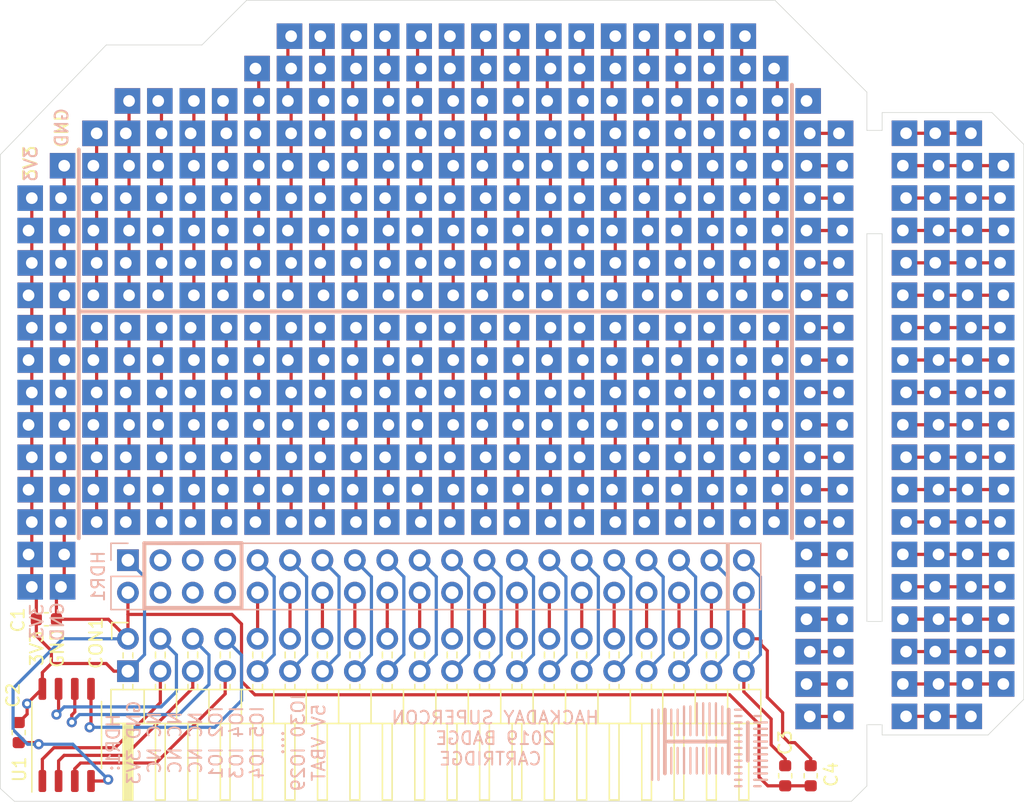
<source format=kicad_pcb>
(kicad_pcb (version 20171130) (host pcbnew 5.1.4+dfsg1-1)
  (layers (0 F.Cu signal) (31 B.Cu signal) (34 B.Paste user) (35 F.Paste user hide) (36 B.SilkS user) (37 F.SilkS user hide) (38 B.Mask user) (39 F.Mask user hide) (44 Edge.Cuts user))
  (net 0 "")
  (module inv_hdr:PinHeader_2x20_P2.54mm_Horizontal_Mirrored (layer F.Cu) (at 112 73.8 90)
    (fp_text reference CON1 (at 2.2 -2.5 90) (layer F.SilkS))
    (fp_text value PinHeader_2x20_P2.54mm_Horizontal_Mirrored)
    (pad 1 thru_hole rect (at 0 0 90) (size 1.7 1.7) (drill 1) (layers *.Cu *.Mask))
    (pad 2 thru_hole oval (at 2.54 0 90) (size 1.7 1.7) (drill 1) (layers *.Cu *.Mask))
    (pad 3 thru_hole oval (at 0 2.54 90) (size 1.7 1.7) (drill 1) (layers *.Cu *.Mask))
    (pad 4 thru_hole oval (at 2.54 2.54 90) (size 1.7 1.7) (drill 1) (layers *.Cu *.Mask))
    (pad 5 thru_hole oval (at 0 5.08 90) (size 1.7 1.7) (drill 1) (layers *.Cu *.Mask))
    (pad 6 thru_hole oval (at 2.54 5.08 90) (size 1.7 1.7) (drill 1) (layers *.Cu *.Mask))
    (pad 7 thru_hole oval (at 0 7.62 90) (size 1.7 1.7) (drill 1) (layers *.Cu *.Mask))
    (pad 8 thru_hole oval (at 2.54 7.62 90) (size 1.7 1.7) (drill 1) (layers *.Cu *.Mask))
    (pad 9 thru_hole oval (at 0 10.16 90) (size 1.7 1.7) (drill 1) (layers *.Cu *.Mask))
    (pad 10 thru_hole oval (at 2.54 10.16 90) (size 1.7 1.7) (drill 1) (layers *.Cu *.Mask))
    (pad 11 thru_hole oval (at 0 12.7 90) (size 1.7 1.7) (drill 1) (layers *.Cu *.Mask))
    (pad 12 thru_hole oval (at 2.54 12.7 90) (size 1.7 1.7) (drill 1) (layers *.Cu *.Mask))
    (pad 13 thru_hole oval (at 0 15.24 90) (size 1.7 1.7) (drill 1) (layers *.Cu *.Mask))
    (pad 14 thru_hole oval (at 2.54 15.24 90) (size 1.7 1.7) (drill 1) (layers *.Cu *.Mask))
    (pad 15 thru_hole oval (at 0 17.78 90) (size 1.7 1.7) (drill 1) (layers *.Cu *.Mask))
    (pad 16 thru_hole oval (at 2.54 17.78 90) (size 1.7 1.7) (drill 1) (layers *.Cu *.Mask))
    (pad 17 thru_hole oval (at 0 20.32 90) (size 1.7 1.7) (drill 1) (layers *.Cu *.Mask))
    (pad 18 thru_hole oval (at 2.54 20.32 90) (size 1.7 1.7) (drill 1) (layers *.Cu *.Mask))
    (pad 19 thru_hole oval (at 0 22.86 90) (size 1.7 1.7) (drill 1) (layers *.Cu *.Mask))
    (pad 20 thru_hole oval (at 2.54 22.86 90) (size 1.7 1.7) (drill 1) (layers *.Cu *.Mask))
    (pad 21 thru_hole oval (at 0 25.4 90) (size 1.7 1.7) (drill 1) (layers *.Cu *.Mask))
    (pad 22 thru_hole oval (at 2.54 25.4 90) (size 1.7 1.7) (drill 1) (layers *.Cu *.Mask))
    (pad 23 thru_hole oval (at 0 27.94 90) (size 1.7 1.7) (drill 1) (layers *.Cu *.Mask))
    (pad 24 thru_hole oval (at 2.54 27.94 90) (size 1.7 1.7) (drill 1) (layers *.Cu *.Mask))
    (pad 25 thru_hole oval (at 0 30.48 90) (size 1.7 1.7) (drill 1) (layers *.Cu *.Mask))
    (pad 26 thru_hole oval (at 2.54 30.48 90) (size 1.7 1.7) (drill 1) (layers *.Cu *.Mask))
    (pad 27 thru_hole oval (at 0 33.02 90) (size 1.7 1.7) (drill 1) (layers *.Cu *.Mask))
    (pad 28 thru_hole oval (at 2.54 33.02 90) (size 1.7 1.7) (drill 1) (layers *.Cu *.Mask))
    (pad 29 thru_hole oval (at 0 35.56 90) (size 1.7 1.7) (drill 1) (layers *.Cu *.Mask))
    (pad 30 thru_hole oval (at 2.54 35.56 90) (size 1.7 1.7) (drill 1) (layers *.Cu *.Mask))
    (pad 31 thru_hole oval (at 0 38.1 90) (size 1.7 1.7) (drill 1) (layers *.Cu *.Mask))
    (pad 32 thru_hole oval (at 2.54 38.1 90) (size 1.7 1.7) (drill 1) (layers *.Cu *.Mask))
    (pad 33 thru_hole oval (at 0 40.64 90) (size 1.7 1.7) (drill 1) (layers *.Cu *.Mask))
    (pad 34 thru_hole oval (at 2.54 40.64 90) (size 1.7 1.7) (drill 1) (layers *.Cu *.Mask))
    (pad 35 thru_hole oval (at 0 43.18 90) (size 1.7 1.7) (drill 1) (layers *.Cu *.Mask))
    (pad 36 thru_hole oval (at 2.54 43.18 90) (size 1.7 1.7) (drill 1) (layers *.Cu *.Mask))
    (pad 37 thru_hole oval (at 0 45.72 90) (size 1.7 1.7) (drill 1) (layers *.Cu *.Mask))
    (pad 38 thru_hole oval (at 2.54 45.72 90) (size 1.7 1.7) (drill 1) (layers *.Cu *.Mask))
    (pad 39 thru_hole oval (at 0 48.26 90) (size 1.7 1.7) (drill 1) (layers *.Cu *.Mask))
    (pad 40 thru_hole oval (at 2.54 48.26 90) (size 1.7 1.7) (drill 1) (layers *.Cu *.Mask))
  )
  (module empty_hdr:PinHeader_2x20_P2.54mm_Vertical_virt (layer B.Cu) (at 112 65.1 270)
    (fp_text reference HDR1 (at 1.27 2.33 90) (layer B.SilkS) (effects (justify mirror)))
    (fp_text value PinHeader_2x20_P2.54mm_Vertical_virt)
    (pad 1 thru_hole rect (at 0 0 270) (size 1.7 1.7) (drill 1) (layers *.Cu *.Mask))
    (pad 2 thru_hole oval (at 2.54 0 270) (size 1.7 1.7) (drill 1) (layers *.Cu *.Mask))
    (pad 3 thru_hole oval (at 0 -2.54 270) (size 1.7 1.7) (drill 1) (layers *.Cu *.Mask))
    (pad 4 thru_hole oval (at 2.54 -2.54 270) (size 1.7 1.7) (drill 1) (layers *.Cu *.Mask))
    (pad 5 thru_hole oval (at 0 -5.08 270) (size 1.7 1.7) (drill 1) (layers *.Cu *.Mask))
    (pad 6 thru_hole oval (at 2.54 -5.08 270) (size 1.7 1.7) (drill 1) (layers *.Cu *.Mask))
    (pad 7 thru_hole oval (at 0 -7.62 270) (size 1.7 1.7) (drill 1) (layers *.Cu *.Mask))
    (pad 8 thru_hole oval (at 2.54 -7.62 270) (size 1.7 1.7) (drill 1) (layers *.Cu *.Mask))
    (pad 9 thru_hole oval (at 0 -10.16 270) (size 1.7 1.7) (drill 1) (layers *.Cu *.Mask))
    (pad 10 thru_hole oval (at 2.54 -10.16 270) (size 1.7 1.7) (drill 1) (layers *.Cu *.Mask))
    (pad 11 thru_hole oval (at 0 -12.7 270) (size 1.7 1.7) (drill 1) (layers *.Cu *.Mask))
    (pad 12 thru_hole oval (at 2.54 -12.7 270) (size 1.7 1.7) (drill 1) (layers *.Cu *.Mask))
    (pad 13 thru_hole oval (at 0 -15.24 270) (size 1.7 1.7) (drill 1) (layers *.Cu *.Mask))
    (pad 14 thru_hole oval (at 2.54 -15.24 270) (size 1.7 1.7) (drill 1) (layers *.Cu *.Mask))
    (pad 15 thru_hole oval (at 0 -17.78 270) (size 1.7 1.7) (drill 1) (layers *.Cu *.Mask))
    (pad 16 thru_hole oval (at 2.54 -17.78 270) (size 1.7 1.7) (drill 1) (layers *.Cu *.Mask))
    (pad 17 thru_hole oval (at 0 -20.32 270) (size 1.7 1.7) (drill 1) (layers *.Cu *.Mask))
    (pad 18 thru_hole oval (at 2.54 -20.32 270) (size 1.7 1.7) (drill 1) (layers *.Cu *.Mask))
    (pad 19 thru_hole oval (at 0 -22.86 270) (size 1.7 1.7) (drill 1) (layers *.Cu *.Mask))
    (pad 20 thru_hole oval (at 2.54 -22.86 270) (size 1.7 1.7) (drill 1) (layers *.Cu *.Mask))
    (pad 21 thru_hole oval (at 0 -25.4 270) (size 1.7 1.7) (drill 1) (layers *.Cu *.Mask))
    (pad 22 thru_hole oval (at 2.54 -25.4 270) (size 1.7 1.7) (drill 1) (layers *.Cu *.Mask))
    (pad 23 thru_hole oval (at 0 -27.94 270) (size 1.7 1.7) (drill 1) (layers *.Cu *.Mask))
    (pad 24 thru_hole oval (at 2.54 -27.94 270) (size 1.7 1.7) (drill 1) (layers *.Cu *.Mask))
    (pad 25 thru_hole oval (at 0 -30.48 270) (size 1.7 1.7) (drill 1) (layers *.Cu *.Mask))
    (pad 26 thru_hole oval (at 2.54 -30.48 270) (size 1.7 1.7) (drill 1) (layers *.Cu *.Mask))
    (pad 27 thru_hole oval (at 0 -33.02 270) (size 1.7 1.7) (drill 1) (layers *.Cu *.Mask))
    (pad 28 thru_hole oval (at 2.54 -33.02 270) (size 1.7 1.7) (drill 1) (layers *.Cu *.Mask))
    (pad 29 thru_hole oval (at 0 -35.56 270) (size 1.7 1.7) (drill 1) (layers *.Cu *.Mask))
    (pad 30 thru_hole oval (at 2.54 -35.56 270) (size 1.7 1.7) (drill 1) (layers *.Cu *.Mask))
    (pad 31 thru_hole oval (at 0 -38.1 270) (size 1.7 1.7) (drill 1) (layers *.Cu *.Mask))
    (pad 32 thru_hole oval (at 2.54 -38.1 270) (size 1.7 1.7) (drill 1) (layers *.Cu *.Mask))
    (pad 33 thru_hole oval (at 0 -40.64 270) (size 1.7 1.7) (drill 1) (layers *.Cu *.Mask))
    (pad 34 thru_hole oval (at 2.54 -40.64 270) (size 1.7 1.7) (drill 1) (layers *.Cu *.Mask))
    (pad 35 thru_hole oval (at 0 -43.18 270) (size 1.7 1.7) (drill 1) (layers *.Cu *.Mask))
    (pad 36 thru_hole oval (at 2.54 -43.18 270) (size 1.7 1.7) (drill 1) (layers *.Cu *.Mask))
    (pad 37 thru_hole oval (at 0 -45.72 270) (size 1.7 1.7) (drill 1) (layers *.Cu *.Mask))
    (pad 38 thru_hole oval (at 2.54 -45.72 270) (size 1.7 1.7) (drill 1) (layers *.Cu *.Mask))
    (pad 39 thru_hole oval (at 0 -48.26 270) (size 1.7 1.7) (drill 1) (layers *.Cu *.Mask))
    (pad 40 thru_hole oval (at 2.54 -48.26 270) (size 1.7 1.7) (drill 1) (layers *.Cu *.Mask))
  )
  (module mouse_bite:mouse_bite_5 (layer F.Cu) (at 169.9 35.3 90)
    (fp_text reference REF** hide)
    (fp_text value mouse_bite_5 hide)
    (pad "" np_thru_hole circle (at 0 0 90) (size 0.8 0.8) (drill 0.8) (layers *.Cu *.Mask))
    (pad "" np_thru_hole circle (at -1.5 0 90) (size 0.8 0.8) (drill 0.8) (layers *.Cu *.Mask))
    (pad "" np_thru_hole circle (at 1.5 0 90) (size 0.8 0.8) (drill 0.8) (layers *.Cu *.Mask))
    (pad "" np_thru_hole circle (at 3 0 90) (size 0.8 0.8) (drill 0.8) (layers *.Cu *.Mask))
    (pad "" np_thru_hole circle (at -3 0 90) (size 0.8 0.8) (drill 0.8) (layers *.Cu *.Mask))
  )
  (module mouse_bite:mouse_bite_5 (layer F.Cu) (at 169.9 74 90)
    (fp_text reference REF** hide)
    (fp_text value mouse_bite_5 hide)
    (pad "" np_thru_hole circle (at -3 0 90) (size 0.8 0.8) (drill 0.8) (layers *.Cu *.Mask))
    (pad "" np_thru_hole circle (at 3 0 90) (size 0.8 0.8) (drill 0.8) (layers *.Cu *.Mask))
    (pad "" np_thru_hole circle (at 1.5 0 90) (size 0.8 0.8) (drill 0.8) (layers *.Cu *.Mask))
    (pad "" np_thru_hole circle (at -1.5 0 90) (size 0.8 0.8) (drill 0.8) (layers *.Cu *.Mask))
    (pad "" np_thru_hole circle (at 0 0 90) (size 0.8 0.8) (drill 0.8) (layers *.Cu *.Mask))
  )
  (module "" (layer F.Cu) (at 177.927 31.623 180)
    (fp_text reference "" (at 0 0) (layer F.SilkS) (effects (font (size 1.27 1.27))))
    (fp_text value "" (at 0 0) (layer F.SilkS) (effects (font (size 1.27 1.27))))
    (pad 1 thru_hole rect (at -0.127 0 180) (size 2 2) (drill 0.9144 (offset 0.127 0)) (layers *.Cu *.Mask))
  )
  (module "" (layer F.Cu) (at 177.927 59.563)
    (fp_text reference "" (at 0 0) (layer F.SilkS) (effects (font (size 1.27 1.27))))
    (fp_text value "" (at 0 0) (layer F.SilkS) (effects (font (size 1.27 1.27))))
    (pad 1 thru_hole rect (at -0.127 0) (size 2 2) (drill 0.9144 (offset 0.127 0)) (layers *.Cu *.Mask))
  )
  (module "" (layer F.Cu) (at 180.467 69.723 180)
    (fp_text reference "" (at 0 0) (layer F.SilkS) (effects (font (size 1.27 1.27))))
    (fp_text value "" (at 0 0) (layer F.SilkS) (effects (font (size 1.27 1.27))))
    (pad 1 thru_hole rect (at -0.127 0 180) (size 2 2) (drill 0.9144 (offset 0.127 0)) (layers *.Cu *.Mask))
  )
  (module "" (layer F.Cu) (at 177.927 74.803)
    (fp_text reference "" (at 0 0) (layer F.SilkS) (effects (font (size 1.27 1.27))))
    (fp_text value "" (at 0 0) (layer F.SilkS) (effects (font (size 1.27 1.27))))
    (pad 1 thru_hole rect (at -0.127 0) (size 2 2) (drill 0.9144 (offset 0.127 0)) (layers *.Cu *.Mask))
  )
  (module "" (layer F.Cu) (at 177.927 64.643)
    (fp_text reference "" (at 0 0) (layer F.SilkS) (effects (font (size 1.27 1.27))))
    (fp_text value "" (at 0 0) (layer F.SilkS) (effects (font (size 1.27 1.27))))
    (pad 1 thru_hole rect (at -0.127 0) (size 2 2) (drill 0.9144 (offset 0.127 0)) (layers *.Cu *.Mask))
  )
  (module "" (layer F.Cu) (at 177.927 41.783 180)
    (fp_text reference "" (at 0 0) (layer F.SilkS) (effects (font (size 1.27 1.27))))
    (fp_text value "" (at 0 0) (layer F.SilkS) (effects (font (size 1.27 1.27))))
    (pad 1 thru_hole rect (at -0.127 0 180) (size 2 2) (drill 0.9144 (offset 0.127 0)) (layers *.Cu *.Mask))
  )
  (module "" (layer F.Cu) (at 180.467 49.403 180)
    (fp_text reference "" (at 0 0) (layer F.SilkS) (effects (font (size 1.27 1.27))))
    (fp_text value "" (at 0 0) (layer F.SilkS) (effects (font (size 1.27 1.27))))
    (pad 1 thru_hole rect (at -0.127 0 180) (size 2 2) (drill 0.9144 (offset 0.127 0)) (layers *.Cu *.Mask))
  )
  (module "" (layer F.Cu) (at 177.927 34.163)
    (fp_text reference "" (at 0 0) (layer F.SilkS) (effects (font (size 1.27 1.27))))
    (fp_text value "" (at 0 0) (layer F.SilkS) (effects (font (size 1.27 1.27))))
    (pad 1 thru_hole rect (at -0.127 0) (size 2 2) (drill 0.9144 (offset 0.127 0)) (layers *.Cu *.Mask))
  )
  (module "" (layer F.Cu) (at 180.467 39.243 180)
    (fp_text reference "" (at 0 0) (layer F.SilkS) (effects (font (size 1.27 1.27))))
    (fp_text value "" (at 0 0) (layer F.SilkS) (effects (font (size 1.27 1.27))))
    (pad 1 thru_hole rect (at -0.127 0 180) (size 2 2) (drill 0.9144 (offset 0.127 0)) (layers *.Cu *.Mask))
  )
  (module "" (layer F.Cu) (at 180.467 41.783)
    (fp_text reference "" (at 0 0) (layer F.SilkS) (effects (font (size 1.27 1.27))))
    (fp_text value "" (at 0 0) (layer F.SilkS) (effects (font (size 1.27 1.27))))
    (pad 1 thru_hole rect (at -0.127 0) (size 2 2) (drill 0.9144 (offset 0.127 0)) (layers *.Cu *.Mask))
  )
  (module "" (layer F.Cu) (at 180.467 44.323 180)
    (fp_text reference "" (at 0 0) (layer F.SilkS) (effects (font (size 1.27 1.27))))
    (fp_text value "" (at 0 0) (layer F.SilkS) (effects (font (size 1.27 1.27))))
    (pad 1 thru_hole rect (at -0.127 0 180) (size 2 2) (drill 0.9144 (offset 0.127 0)) (layers *.Cu *.Mask))
  )
  (module "" (layer F.Cu) (at 177.927 49.403)
    (fp_text reference "" (at 0 0) (layer F.SilkS) (effects (font (size 1.27 1.27))))
    (fp_text value "" (at 0 0) (layer F.SilkS) (effects (font (size 1.27 1.27))))
    (pad 1 thru_hole rect (at -0.127 0) (size 2 2) (drill 0.9144 (offset 0.127 0)) (layers *.Cu *.Mask))
  )
  (module even_odd_proto:even_odd_proto (layer F.Cu) (at 180.467 62.103)
    (fp_text reference REF** hide)
    (fp_text value even_odd_proto hide)
    (pad 1 thru_hole rect (at -0.127 0) (size 2 2) (drill 0.9144 (offset 0.127 0)) (layers *.Cu *.Mask))
  )
  (module "" (layer F.Cu) (at 177.927 46.863 180)
    (fp_text reference "" (at 0 0) (layer F.SilkS) (effects (font (size 1.27 1.27))))
    (fp_text value "" (at 0 0) (layer F.SilkS) (effects (font (size 1.27 1.27))))
    (pad 1 thru_hole rect (at -0.127 0 180) (size 2 2) (drill 0.9144 (offset 0.127 0)) (layers *.Cu *.Mask))
  )
  (module "" (layer F.Cu) (at 177.927 77.343 180)
    (fp_text reference "" (at 0 0) (layer F.SilkS) (effects (font (size 1.27 1.27))))
    (fp_text value "" (at 0 0) (layer F.SilkS) (effects (font (size 1.27 1.27))))
    (pad 1 thru_hole rect (at -0.127 0 180) (size 2 2) (drill 0.9144 (offset 0.127 0)) (layers *.Cu *.Mask))
  )
  (module "" (layer F.Cu) (at 177.927 57.023 180)
    (fp_text reference "" (at 0 0) (layer F.SilkS) (effects (font (size 1.27 1.27))))
    (fp_text value "" (at 0 0) (layer F.SilkS) (effects (font (size 1.27 1.27))))
    (pad 1 thru_hole rect (at -0.127 0 180) (size 2 2) (drill 0.9144 (offset 0.127 0)) (layers *.Cu *.Mask))
  )
  (module "" (layer F.Cu) (at 180.467 74.803 180)
    (fp_text reference "" (at 0 0) (layer F.SilkS) (effects (font (size 1.27 1.27))))
    (fp_text value "" (at 0 0) (layer F.SilkS) (effects (font (size 1.27 1.27))))
    (pad 1 thru_hole rect (at -0.127 0 180) (size 2 2) (drill 0.9144 (offset 0.127 0)) (layers *.Cu *.Mask))
  )
  (module even_odd_proto:even_odd_proto (layer F.Cu) (at 180.467 72.263)
    (fp_text reference REF** hide)
    (fp_text value even_odd_proto hide)
    (pad 1 thru_hole rect (at -0.127 0) (size 2 2) (drill 0.9144 (offset 0.127 0)) (layers *.Cu *.Mask))
  )
  (module "" (layer F.Cu) (at 180.467 64.643 180)
    (fp_text reference "" (at 0 0) (layer F.SilkS) (effects (font (size 1.27 1.27))))
    (fp_text value "" (at 0 0) (layer F.SilkS) (effects (font (size 1.27 1.27))))
    (pad 1 thru_hole rect (at -0.127 0 180) (size 2 2) (drill 0.9144 (offset 0.127 0)) (layers *.Cu *.Mask))
  )
  (module "" (layer F.Cu) (at 180.467 57.023)
    (fp_text reference "" (at 0 0) (layer F.SilkS) (effects (font (size 1.27 1.27))))
    (fp_text value "" (at 0 0) (layer F.SilkS) (effects (font (size 1.27 1.27))))
    (pad 1 thru_hole rect (at -0.127 0) (size 2 2) (drill 0.9144 (offset 0.127 0)) (layers *.Cu *.Mask))
  )
  (module "" (layer F.Cu) (at 177.927 67.183 180)
    (fp_text reference "" (at 0 0) (layer F.SilkS) (effects (font (size 1.27 1.27))))
    (fp_text value "" (at 0 0) (layer F.SilkS) (effects (font (size 1.27 1.27))))
    (pad 1 thru_hole rect (at -0.127 0 180) (size 2 2) (drill 0.9144 (offset 0.127 0)) (layers *.Cu *.Mask))
  )
  (module "" (layer F.Cu) (at 180.467 59.563 180)
    (fp_text reference "" (at 0 0) (layer F.SilkS) (effects (font (size 1.27 1.27))))
    (fp_text value "" (at 0 0) (layer F.SilkS) (effects (font (size 1.27 1.27))))
    (pad 1 thru_hole rect (at -0.127 0 180) (size 2 2) (drill 0.9144 (offset 0.127 0)) (layers *.Cu *.Mask))
  )
  (module "" (layer F.Cu) (at 180.467 54.483 180)
    (fp_text reference "" (at 0 0) (layer F.SilkS) (effects (font (size 1.27 1.27))))
    (fp_text value "" (at 0 0) (layer F.SilkS) (effects (font (size 1.27 1.27))))
    (pad 1 thru_hole rect (at -0.127 0 180) (size 2 2) (drill 0.9144 (offset 0.127 0)) (layers *.Cu *.Mask))
  )
  (module "" (layer F.Cu) (at 177.927 36.703 180)
    (fp_text reference "" (at 0 0) (layer F.SilkS) (effects (font (size 1.27 1.27))))
    (fp_text value "" (at 0 0) (layer F.SilkS) (effects (font (size 1.27 1.27))))
    (pad 1 thru_hole rect (at -0.127 0 180) (size 2 2) (drill 0.9144 (offset 0.127 0)) (layers *.Cu *.Mask))
  )
  (module "" (layer F.Cu) (at 180.467 36.703)
    (fp_text reference "" (at 0 0) (layer F.SilkS) (effects (font (size 1.27 1.27))))
    (fp_text value "" (at 0 0) (layer F.SilkS) (effects (font (size 1.27 1.27))))
    (pad 1 thru_hole rect (at -0.127 0) (size 2 2) (drill 0.9144 (offset 0.127 0)) (layers *.Cu *.Mask))
  )
  (module "" (layer F.Cu) (at 177.927 44.323)
    (fp_text reference "" (at 0 0) (layer F.SilkS) (effects (font (size 1.27 1.27))))
    (fp_text value "" (at 0 0) (layer F.SilkS) (effects (font (size 1.27 1.27))))
    (pad 1 thru_hole rect (at -0.127 0) (size 2 2) (drill 0.9144 (offset 0.127 0)) (layers *.Cu *.Mask))
  )
  (module "" (layer F.Cu) (at 177.927 69.723)
    (fp_text reference "" (at 0 0) (layer F.SilkS) (effects (font (size 1.27 1.27))))
    (fp_text value "" (at 0 0) (layer F.SilkS) (effects (font (size 1.27 1.27))))
    (pad 1 thru_hole rect (at -0.127 0) (size 2 2) (drill 0.9144 (offset 0.127 0)) (layers *.Cu *.Mask))
  )
  (module even_odd_proto:even_odd_proto (layer F.Cu) (at 180.467 67.183)
    (fp_text reference REF** hide)
    (fp_text value even_odd_proto hide)
    (pad 1 thru_hole rect (at -0.127 0) (size 2 2) (drill 0.9144 (offset 0.127 0)) (layers *.Cu *.Mask))
  )
  (module "" (layer F.Cu) (at 177.927 62.103 180)
    (fp_text reference "" (at 0 0) (layer F.SilkS) (effects (font (size 1.27 1.27))))
    (fp_text value "" (at 0 0) (layer F.SilkS) (effects (font (size 1.27 1.27))))
    (pad 1 thru_hole rect (at -0.127 0 180) (size 2 2) (drill 0.9144 (offset 0.127 0)) (layers *.Cu *.Mask))
  )
  (module "" (layer F.Cu) (at 177.927 72.263 180)
    (fp_text reference "" (at 0 0) (layer F.SilkS) (effects (font (size 1.27 1.27))))
    (fp_text value "" (at 0 0) (layer F.SilkS) (effects (font (size 1.27 1.27))))
    (pad 1 thru_hole rect (at -0.127 0 180) (size 2 2) (drill 0.9144 (offset 0.127 0)) (layers *.Cu *.Mask))
  )
  (module "" (layer F.Cu) (at 180.467 46.863)
    (fp_text reference "" (at 0 0) (layer F.SilkS) (effects (font (size 1.27 1.27))))
    (fp_text value "" (at 0 0) (layer F.SilkS) (effects (font (size 1.27 1.27))))
    (pad 1 thru_hole rect (at -0.127 0) (size 2 2) (drill 0.9144 (offset 0.127 0)) (layers *.Cu *.Mask))
  )
  (module "" (layer F.Cu) (at 180.467 34.163 180)
    (fp_text reference "" (at 0 0) (layer F.SilkS) (effects (font (size 1.27 1.27))))
    (fp_text value "" (at 0 0) (layer F.SilkS) (effects (font (size 1.27 1.27))))
    (pad 1 thru_hole rect (at -0.127 0 180) (size 2 2) (drill 0.9144 (offset 0.127 0)) (layers *.Cu *.Mask))
  )
  (module "" (layer F.Cu) (at 177.927 54.483)
    (fp_text reference "" (at 0 0) (layer F.SilkS) (effects (font (size 1.27 1.27))))
    (fp_text value "" (at 0 0) (layer F.SilkS) (effects (font (size 1.27 1.27))))
    (pad 1 thru_hole rect (at -0.127 0) (size 2 2) (drill 0.9144 (offset 0.127 0)) (layers *.Cu *.Mask))
  )
  (module "" (layer F.Cu) (at 177.927 51.943 180)
    (fp_text reference "" (at 0 0) (layer F.SilkS) (effects (font (size 1.27 1.27))))
    (fp_text value "" (at 0 0) (layer F.SilkS) (effects (font (size 1.27 1.27))))
    (pad 1 thru_hole rect (at -0.127 0 180) (size 2 2) (drill 0.9144 (offset 0.127 0)) (layers *.Cu *.Mask))
  )
  (module "" (layer F.Cu) (at 177.927 39.243)
    (fp_text reference "" (at 0 0) (layer F.SilkS) (effects (font (size 1.27 1.27))))
    (fp_text value "" (at 0 0) (layer F.SilkS) (effects (font (size 1.27 1.27))))
    (pad 1 thru_hole rect (at -0.127 0) (size 2 2) (drill 0.9144 (offset 0.127 0)) (layers *.Cu *.Mask))
  )
  (module "" (layer F.Cu) (at 180.467 51.943)
    (fp_text reference "" (at 0 0) (layer F.SilkS) (effects (font (size 1.27 1.27))))
    (fp_text value "" (at 0 0) (layer F.SilkS) (effects (font (size 1.27 1.27))))
    (pad 1 thru_hole rect (at -0.127 0) (size 2 2) (drill 0.9144 (offset 0.127 0)) (layers *.Cu *.Mask))
  )
  (module even_odd_proto:even_odd_proto (layer F.Cu) (at 175.387 77.343)
    (fp_text reference REF** hide)
    (fp_text value even_odd_proto hide)
    (pad 1 thru_hole rect (at -0.127 0) (size 2 2) (drill 0.9144 (offset 0.127 0)) (layers *.Cu *.Mask))
  )
  (module "" (layer F.Cu) (at 172.847 31.623 180)
    (fp_text reference "" (at 0 0) (layer F.SilkS) (effects (font (size 1.27 1.27))))
    (fp_text value "" (at 0 0) (layer F.SilkS) (effects (font (size 1.27 1.27))))
    (pad 1 thru_hole rect (at -0.127 0 180) (size 2 2) (drill 0.9144 (offset 0.127 0)) (layers *.Cu *.Mask))
  )
  (module "" (layer F.Cu) (at 172.847 59.563)
    (fp_text reference "" (at 0 0) (layer F.SilkS) (effects (font (size 1.27 1.27))))
    (fp_text value "" (at 0 0) (layer F.SilkS) (effects (font (size 1.27 1.27))))
    (pad 1 thru_hole rect (at -0.127 0) (size 2 2) (drill 0.9144 (offset 0.127 0)) (layers *.Cu *.Mask))
  )
  (module "" (layer F.Cu) (at 175.387 69.723 180)
    (fp_text reference "" (at 0 0) (layer F.SilkS) (effects (font (size 1.27 1.27))))
    (fp_text value "" (at 0 0) (layer F.SilkS) (effects (font (size 1.27 1.27))))
    (pad 1 thru_hole rect (at -0.127 0 180) (size 2 2) (drill 0.9144 (offset 0.127 0)) (layers *.Cu *.Mask))
  )
  (module "" (layer F.Cu) (at 172.847 74.803)
    (fp_text reference "" (at 0 0) (layer F.SilkS) (effects (font (size 1.27 1.27))))
    (fp_text value "" (at 0 0) (layer F.SilkS) (effects (font (size 1.27 1.27))))
    (pad 1 thru_hole rect (at -0.127 0) (size 2 2) (drill 0.9144 (offset 0.127 0)) (layers *.Cu *.Mask))
  )
  (module "" (layer F.Cu) (at 172.847 64.643)
    (fp_text reference "" (at 0 0) (layer F.SilkS) (effects (font (size 1.27 1.27))))
    (fp_text value "" (at 0 0) (layer F.SilkS) (effects (font (size 1.27 1.27))))
    (pad 1 thru_hole rect (at -0.127 0) (size 2 2) (drill 0.9144 (offset 0.127 0)) (layers *.Cu *.Mask))
  )
  (module "" (layer F.Cu) (at 172.847 41.783 180)
    (fp_text reference "" (at 0 0) (layer F.SilkS) (effects (font (size 1.27 1.27))))
    (fp_text value "" (at 0 0) (layer F.SilkS) (effects (font (size 1.27 1.27))))
    (pad 1 thru_hole rect (at -0.127 0 180) (size 2 2) (drill 0.9144 (offset 0.127 0)) (layers *.Cu *.Mask))
  )
  (module "" (layer F.Cu) (at 175.387 49.403 180)
    (fp_text reference "" (at 0 0) (layer F.SilkS) (effects (font (size 1.27 1.27))))
    (fp_text value "" (at 0 0) (layer F.SilkS) (effects (font (size 1.27 1.27))))
    (pad 1 thru_hole rect (at -0.127 0 180) (size 2 2) (drill 0.9144 (offset 0.127 0)) (layers *.Cu *.Mask))
  )
  (module "" (layer F.Cu) (at 172.847 34.163)
    (fp_text reference "" (at 0 0) (layer F.SilkS) (effects (font (size 1.27 1.27))))
    (fp_text value "" (at 0 0) (layer F.SilkS) (effects (font (size 1.27 1.27))))
    (pad 1 thru_hole rect (at -0.127 0) (size 2 2) (drill 0.9144 (offset 0.127 0)) (layers *.Cu *.Mask))
  )
  (module "" (layer F.Cu) (at 175.387 39.243 180)
    (fp_text reference "" (at 0 0) (layer F.SilkS) (effects (font (size 1.27 1.27))))
    (fp_text value "" (at 0 0) (layer F.SilkS) (effects (font (size 1.27 1.27))))
    (pad 1 thru_hole rect (at -0.127 0 180) (size 2 2) (drill 0.9144 (offset 0.127 0)) (layers *.Cu *.Mask))
  )
  (module "" (layer F.Cu) (at 175.387 41.783)
    (fp_text reference "" (at 0 0) (layer F.SilkS) (effects (font (size 1.27 1.27))))
    (fp_text value "" (at 0 0) (layer F.SilkS) (effects (font (size 1.27 1.27))))
    (pad 1 thru_hole rect (at -0.127 0) (size 2 2) (drill 0.9144 (offset 0.127 0)) (layers *.Cu *.Mask))
  )
  (module "" (layer F.Cu) (at 175.387 44.323 180)
    (fp_text reference "" (at 0 0) (layer F.SilkS) (effects (font (size 1.27 1.27))))
    (fp_text value "" (at 0 0) (layer F.SilkS) (effects (font (size 1.27 1.27))))
    (pad 1 thru_hole rect (at -0.127 0 180) (size 2 2) (drill 0.9144 (offset 0.127 0)) (layers *.Cu *.Mask))
  )
  (module "" (layer F.Cu) (at 172.847 49.403)
    (fp_text reference "" (at 0 0) (layer F.SilkS) (effects (font (size 1.27 1.27))))
    (fp_text value "" (at 0 0) (layer F.SilkS) (effects (font (size 1.27 1.27))))
    (pad 1 thru_hole rect (at -0.127 0) (size 2 2) (drill 0.9144 (offset 0.127 0)) (layers *.Cu *.Mask))
  )
  (module even_odd_proto:even_odd_proto (layer F.Cu) (at 175.387 62.103)
    (fp_text reference REF** hide)
    (fp_text value even_odd_proto hide)
    (pad 1 thru_hole rect (at -0.127 0) (size 2 2) (drill 0.9144 (offset 0.127 0)) (layers *.Cu *.Mask))
  )
  (module "" (layer F.Cu) (at 172.847 46.863 180)
    (fp_text reference "" (at 0 0) (layer F.SilkS) (effects (font (size 1.27 1.27))))
    (fp_text value "" (at 0 0) (layer F.SilkS) (effects (font (size 1.27 1.27))))
    (pad 1 thru_hole rect (at -0.127 0 180) (size 2 2) (drill 0.9144 (offset 0.127 0)) (layers *.Cu *.Mask))
  )
  (module "" (layer F.Cu) (at 172.847 77.343 180)
    (fp_text reference "" (at 0 0) (layer F.SilkS) (effects (font (size 1.27 1.27))))
    (fp_text value "" (at 0 0) (layer F.SilkS) (effects (font (size 1.27 1.27))))
    (pad 1 thru_hole rect (at -0.127 0 180) (size 2 2) (drill 0.9144 (offset 0.127 0)) (layers *.Cu *.Mask))
  )
  (module "" (layer F.Cu) (at 172.847 57.023 180)
    (fp_text reference "" (at 0 0) (layer F.SilkS) (effects (font (size 1.27 1.27))))
    (fp_text value "" (at 0 0) (layer F.SilkS) (effects (font (size 1.27 1.27))))
    (pad 1 thru_hole rect (at -0.127 0 180) (size 2 2) (drill 0.9144 (offset 0.127 0)) (layers *.Cu *.Mask))
  )
  (module "" (layer F.Cu) (at 175.387 74.803 180)
    (fp_text reference "" (at 0 0) (layer F.SilkS) (effects (font (size 1.27 1.27))))
    (fp_text value "" (at 0 0) (layer F.SilkS) (effects (font (size 1.27 1.27))))
    (pad 1 thru_hole rect (at -0.127 0 180) (size 2 2) (drill 0.9144 (offset 0.127 0)) (layers *.Cu *.Mask))
  )
  (module even_odd_proto:even_odd_proto (layer F.Cu) (at 175.387 72.263)
    (fp_text reference REF** hide)
    (fp_text value even_odd_proto hide)
    (pad 1 thru_hole rect (at -0.127 0) (size 2 2) (drill 0.9144 (offset 0.127 0)) (layers *.Cu *.Mask))
  )
  (module "" (layer F.Cu) (at 175.387 64.643 180)
    (fp_text reference "" (at 0 0) (layer F.SilkS) (effects (font (size 1.27 1.27))))
    (fp_text value "" (at 0 0) (layer F.SilkS) (effects (font (size 1.27 1.27))))
    (pad 1 thru_hole rect (at -0.127 0 180) (size 2 2) (drill 0.9144 (offset 0.127 0)) (layers *.Cu *.Mask))
  )
  (module "" (layer F.Cu) (at 175.387 57.023)
    (fp_text reference "" (at 0 0) (layer F.SilkS) (effects (font (size 1.27 1.27))))
    (fp_text value "" (at 0 0) (layer F.SilkS) (effects (font (size 1.27 1.27))))
    (pad 1 thru_hole rect (at -0.127 0) (size 2 2) (drill 0.9144 (offset 0.127 0)) (layers *.Cu *.Mask))
  )
  (module "" (layer F.Cu) (at 172.847 67.183 180)
    (fp_text reference "" (at 0 0) (layer F.SilkS) (effects (font (size 1.27 1.27))))
    (fp_text value "" (at 0 0) (layer F.SilkS) (effects (font (size 1.27 1.27))))
    (pad 1 thru_hole rect (at -0.127 0 180) (size 2 2) (drill 0.9144 (offset 0.127 0)) (layers *.Cu *.Mask))
  )
  (module "" (layer F.Cu) (at 175.387 59.563 180)
    (fp_text reference "" (at 0 0) (layer F.SilkS) (effects (font (size 1.27 1.27))))
    (fp_text value "" (at 0 0) (layer F.SilkS) (effects (font (size 1.27 1.27))))
    (pad 1 thru_hole rect (at -0.127 0 180) (size 2 2) (drill 0.9144 (offset 0.127 0)) (layers *.Cu *.Mask))
  )
  (module "" (layer F.Cu) (at 175.387 54.483 180)
    (fp_text reference "" (at 0 0) (layer F.SilkS) (effects (font (size 1.27 1.27))))
    (fp_text value "" (at 0 0) (layer F.SilkS) (effects (font (size 1.27 1.27))))
    (pad 1 thru_hole rect (at -0.127 0 180) (size 2 2) (drill 0.9144 (offset 0.127 0)) (layers *.Cu *.Mask))
  )
  (module "" (layer F.Cu) (at 172.847 36.703 180)
    (fp_text reference "" (at 0 0) (layer F.SilkS) (effects (font (size 1.27 1.27))))
    (fp_text value "" (at 0 0) (layer F.SilkS) (effects (font (size 1.27 1.27))))
    (pad 1 thru_hole rect (at -0.127 0 180) (size 2 2) (drill 0.9144 (offset 0.127 0)) (layers *.Cu *.Mask))
  )
  (module "" (layer F.Cu) (at 175.387 36.703)
    (fp_text reference "" (at 0 0) (layer F.SilkS) (effects (font (size 1.27 1.27))))
    (fp_text value "" (at 0 0) (layer F.SilkS) (effects (font (size 1.27 1.27))))
    (pad 1 thru_hole rect (at -0.127 0) (size 2 2) (drill 0.9144 (offset 0.127 0)) (layers *.Cu *.Mask))
  )
  (module "" (layer F.Cu) (at 172.847 44.323)
    (fp_text reference "" (at 0 0) (layer F.SilkS) (effects (font (size 1.27 1.27))))
    (fp_text value "" (at 0 0) (layer F.SilkS) (effects (font (size 1.27 1.27))))
    (pad 1 thru_hole rect (at -0.127 0) (size 2 2) (drill 0.9144 (offset 0.127 0)) (layers *.Cu *.Mask))
  )
  (module "" (layer F.Cu) (at 172.847 69.723)
    (fp_text reference "" (at 0 0) (layer F.SilkS) (effects (font (size 1.27 1.27))))
    (fp_text value "" (at 0 0) (layer F.SilkS) (effects (font (size 1.27 1.27))))
    (pad 1 thru_hole rect (at -0.127 0) (size 2 2) (drill 0.9144 (offset 0.127 0)) (layers *.Cu *.Mask))
  )
  (module "" (layer F.Cu) (at 175.387 31.623)
    (fp_text reference "" (at 0 0) (layer F.SilkS) (effects (font (size 1.27 1.27))))
    (fp_text value "" (at 0 0) (layer F.SilkS) (effects (font (size 1.27 1.27))))
    (pad 1 thru_hole rect (at -0.127 0) (size 2 2) (drill 0.9144 (offset 0.127 0)) (layers *.Cu *.Mask))
  )
  (module even_odd_proto:even_odd_proto (layer F.Cu) (at 175.387 67.183)
    (fp_text reference REF** hide)
    (fp_text value even_odd_proto hide)
    (pad 1 thru_hole rect (at -0.127 0) (size 2 2) (drill 0.9144 (offset 0.127 0)) (layers *.Cu *.Mask))
  )
  (module "" (layer F.Cu) (at 172.847 62.103 180)
    (fp_text reference "" (at 0 0) (layer F.SilkS) (effects (font (size 1.27 1.27))))
    (fp_text value "" (at 0 0) (layer F.SilkS) (effects (font (size 1.27 1.27))))
    (pad 1 thru_hole rect (at -0.127 0 180) (size 2 2) (drill 0.9144 (offset 0.127 0)) (layers *.Cu *.Mask))
  )
  (module "" (layer F.Cu) (at 172.847 72.263 180)
    (fp_text reference "" (at 0 0) (layer F.SilkS) (effects (font (size 1.27 1.27))))
    (fp_text value "" (at 0 0) (layer F.SilkS) (effects (font (size 1.27 1.27))))
    (pad 1 thru_hole rect (at -0.127 0 180) (size 2 2) (drill 0.9144 (offset 0.127 0)) (layers *.Cu *.Mask))
  )
  (module "" (layer F.Cu) (at 175.387 46.863)
    (fp_text reference "" (at 0 0) (layer F.SilkS) (effects (font (size 1.27 1.27))))
    (fp_text value "" (at 0 0) (layer F.SilkS) (effects (font (size 1.27 1.27))))
    (pad 1 thru_hole rect (at -0.127 0) (size 2 2) (drill 0.9144 (offset 0.127 0)) (layers *.Cu *.Mask))
  )
  (module "" (layer F.Cu) (at 175.387 34.163 180)
    (fp_text reference "" (at 0 0) (layer F.SilkS) (effects (font (size 1.27 1.27))))
    (fp_text value "" (at 0 0) (layer F.SilkS) (effects (font (size 1.27 1.27))))
    (pad 1 thru_hole rect (at -0.127 0 180) (size 2 2) (drill 0.9144 (offset 0.127 0)) (layers *.Cu *.Mask))
  )
  (module "" (layer F.Cu) (at 172.847 54.483)
    (fp_text reference "" (at 0 0) (layer F.SilkS) (effects (font (size 1.27 1.27))))
    (fp_text value "" (at 0 0) (layer F.SilkS) (effects (font (size 1.27 1.27))))
    (pad 1 thru_hole rect (at -0.127 0) (size 2 2) (drill 0.9144 (offset 0.127 0)) (layers *.Cu *.Mask))
  )
  (module "" (layer F.Cu) (at 172.847 51.943 180)
    (fp_text reference "" (at 0 0) (layer F.SilkS) (effects (font (size 1.27 1.27))))
    (fp_text value "" (at 0 0) (layer F.SilkS) (effects (font (size 1.27 1.27))))
    (pad 1 thru_hole rect (at -0.127 0 180) (size 2 2) (drill 0.9144 (offset 0.127 0)) (layers *.Cu *.Mask))
  )
  (module "" (layer F.Cu) (at 172.847 39.243)
    (fp_text reference "" (at 0 0) (layer F.SilkS) (effects (font (size 1.27 1.27))))
    (fp_text value "" (at 0 0) (layer F.SilkS) (effects (font (size 1.27 1.27))))
    (pad 1 thru_hole rect (at -0.127 0) (size 2 2) (drill 0.9144 (offset 0.127 0)) (layers *.Cu *.Mask))
  )
  (module "" (layer F.Cu) (at 175.387 51.943)
    (fp_text reference "" (at 0 0) (layer F.SilkS) (effects (font (size 1.27 1.27))))
    (fp_text value "" (at 0 0) (layer F.SilkS) (effects (font (size 1.27 1.27))))
    (pad 1 thru_hole rect (at -0.127 0) (size 2 2) (drill 0.9144 (offset 0.127 0)) (layers *.Cu *.Mask))
  )
  (module Capacitor_SMD:C_0603_1608Metric (layer F.Cu) (at 103.4415 78.613 90)
    (fp_text reference C2 (at 2.921 -0.4445 270) (layer F.SilkS))
    (fp_text value C_0603_1608Metric)
    (pad 2 smd roundrect (at 0.7875 0 90) (size 0.875 0.95) (layers F.Cu F.Paste F.Mask))
    (pad 1 smd roundrect (at -0.7875 0 90) (size 0.875 0.95) (layers F.Cu F.Paste F.Mask))
  )
  (module even_odd_proto:even_odd_proto (layer F.Cu) (at 106.88 67.19)
    (fp_text reference REF** hide)
    (fp_text value even_odd_proto hide)
    (pad 1 thru_hole rect (at -0.127 0) (size 2 2) (drill 0.9144 (offset 0.127 0)) (layers *.Cu *.Mask))
  )
  (module "" (layer F.Cu) (at 104.34 67.19 180)
    (fp_text reference "" (at 0 0) (layer F.SilkS) (effects (font (size 1.27 1.27))))
    (fp_text value "" (at 0 0) (layer F.SilkS) (effects (font (size 1.27 1.27))))
    (pad 1 thru_hole rect (at -0.127 0 180) (size 2 2) (drill 0.9144 (offset 0.127 0)) (layers *.Cu *.Mask))
  )
  (module "" (layer F.Cu) (at 104.34 64.65)
    (fp_text reference "" (at 0 0) (layer F.SilkS) (effects (font (size 1.27 1.27))))
    (fp_text value "" (at 0 0) (layer F.SilkS) (effects (font (size 1.27 1.27))))
    (pad 1 thru_hole rect (at -0.127 0) (size 2 2) (drill 0.9144 (offset 0.127 0)) (layers *.Cu *.Mask))
  )
  (module "" (layer F.Cu) (at 106.88 64.65 180)
    (fp_text reference "" (at 0 0) (layer F.SilkS) (effects (font (size 1.27 1.27))))
    (fp_text value "" (at 0 0) (layer F.SilkS) (effects (font (size 1.27 1.27))))
    (pad 1 thru_hole rect (at -0.127 0 180) (size 2 2) (drill 0.9144 (offset 0.127 0)) (layers *.Cu *.Mask))
  )
  (module even_odd_proto:even_odd_proto (layer F.Cu) (at 167.84 77.35)
    (fp_text reference REF** hide)
    (fp_text value even_odd_proto hide)
    (pad 1 thru_hole rect (at -0.127 0) (size 2 2) (drill 0.9144 (offset 0.127 0)) (layers *.Cu *.Mask))
  )
  (module "" (layer F.Cu) (at 165.3 77.35 180)
    (fp_text reference "" (at 0 0) (layer F.SilkS) (effects (font (size 1.27 1.27))))
    (fp_text value "" (at 0 0) (layer F.SilkS) (effects (font (size 1.27 1.27))))
    (pad 1 thru_hole rect (at -0.127 0 180) (size 2 2) (drill 0.9144 (offset 0.127 0)) (layers *.Cu *.Mask))
  )
  (module "" (layer F.Cu) (at 165.3 74.81)
    (fp_text reference "" (at 0 0) (layer F.SilkS) (effects (font (size 1.27 1.27))))
    (fp_text value "" (at 0 0) (layer F.SilkS) (effects (font (size 1.27 1.27))))
    (pad 1 thru_hole rect (at -0.127 0) (size 2 2) (drill 0.9144 (offset 0.127 0)) (layers *.Cu *.Mask))
  )
  (module "" (layer F.Cu) (at 167.84 74.81 180)
    (fp_text reference "" (at 0 0) (layer F.SilkS) (effects (font (size 1.27 1.27))))
    (fp_text value "" (at 0 0) (layer F.SilkS) (effects (font (size 1.27 1.27))))
    (pad 1 thru_hole rect (at -0.127 0 180) (size 2 2) (drill 0.9144 (offset 0.127 0)) (layers *.Cu *.Mask))
  )
  (module even_odd_proto:even_odd_proto (layer F.Cu) (at 167.84 72.27)
    (fp_text reference REF** hide)
    (fp_text value even_odd_proto hide)
    (pad 1 thru_hole rect (at -0.127 0) (size 2 2) (drill 0.9144 (offset 0.127 0)) (layers *.Cu *.Mask))
  )
  (module "" (layer F.Cu) (at 165.3 72.27 180)
    (fp_text reference "" (at 0 0) (layer F.SilkS) (effects (font (size 1.27 1.27))))
    (fp_text value "" (at 0 0) (layer F.SilkS) (effects (font (size 1.27 1.27))))
    (pad 1 thru_hole rect (at -0.127 0 180) (size 2 2) (drill 0.9144 (offset 0.127 0)) (layers *.Cu *.Mask))
  )
  (module "" (layer F.Cu) (at 165.3 69.73)
    (fp_text reference "" (at 0 0) (layer F.SilkS) (effects (font (size 1.27 1.27))))
    (fp_text value "" (at 0 0) (layer F.SilkS) (effects (font (size 1.27 1.27))))
    (pad 1 thru_hole rect (at -0.127 0) (size 2 2) (drill 0.9144 (offset 0.127 0)) (layers *.Cu *.Mask))
  )
  (module "" (layer F.Cu) (at 167.84 69.73 180)
    (fp_text reference "" (at 0 0) (layer F.SilkS) (effects (font (size 1.27 1.27))))
    (fp_text value "" (at 0 0) (layer F.SilkS) (effects (font (size 1.27 1.27))))
    (pad 1 thru_hole rect (at -0.127 0 180) (size 2 2) (drill 0.9144 (offset 0.127 0)) (layers *.Cu *.Mask))
  )
  (module even_odd_proto:even_odd_proto (layer F.Cu) (at 167.84 67.19)
    (fp_text reference REF** hide)
    (fp_text value even_odd_proto hide)
    (pad 1 thru_hole rect (at -0.127 0) (size 2 2) (drill 0.9144 (offset 0.127 0)) (layers *.Cu *.Mask))
  )
  (module "" (layer F.Cu) (at 165.3 67.19 180)
    (fp_text reference "" (at 0 0) (layer F.SilkS) (effects (font (size 1.27 1.27))))
    (fp_text value "" (at 0 0) (layer F.SilkS) (effects (font (size 1.27 1.27))))
    (pad 1 thru_hole rect (at -0.127 0 180) (size 2 2) (drill 0.9144 (offset 0.127 0)) (layers *.Cu *.Mask))
  )
  (module "" (layer F.Cu) (at 165.3 64.65)
    (fp_text reference "" (at 0 0) (layer F.SilkS) (effects (font (size 1.27 1.27))))
    (fp_text value "" (at 0 0) (layer F.SilkS) (effects (font (size 1.27 1.27))))
    (pad 1 thru_hole rect (at -0.127 0) (size 2 2) (drill 0.9144 (offset 0.127 0)) (layers *.Cu *.Mask))
  )
  (module "" (layer F.Cu) (at 167.84 64.65 180)
    (fp_text reference "" (at 0 0) (layer F.SilkS) (effects (font (size 1.27 1.27))))
    (fp_text value "" (at 0 0) (layer F.SilkS) (effects (font (size 1.27 1.27))))
    (pad 1 thru_hole rect (at -0.127 0 180) (size 2 2) (drill 0.9144 (offset 0.127 0)) (layers *.Cu *.Mask))
  )
  (module "" (layer F.Cu) (at 124.66 24.01 180)
    (fp_text reference "" (at 0 0) (layer F.SilkS) (effects (font (size 1.27 1.27))))
    (fp_text value "" (at 0 0) (layer F.SilkS) (effects (font (size 1.27 1.27))))
    (pad 1 thru_hole rect (at -0.127 0 180) (size 2 2) (drill 0.9144 (offset 0.127 0)) (layers *.Cu *.Mask))
  )
  (module "" (layer F.Cu) (at 157.68 24.01)
    (fp_text reference "" (at 0 0) (layer F.SilkS) (effects (font (size 1.27 1.27))))
    (fp_text value "" (at 0 0) (layer F.SilkS) (effects (font (size 1.27 1.27))))
    (pad 1 thru_hole rect (at -0.127 0) (size 2 2) (drill 0.9144 (offset 0.127 0)) (layers *.Cu *.Mask))
  )
  (module "" (layer F.Cu) (at 150.06 24.01 180)
    (fp_text reference "" (at 0 0) (layer F.SilkS) (effects (font (size 1.27 1.27))))
    (fp_text value "" (at 0 0) (layer F.SilkS) (effects (font (size 1.27 1.27))))
    (pad 1 thru_hole rect (at -0.127 0 180) (size 2 2) (drill 0.9144 (offset 0.127 0)) (layers *.Cu *.Mask))
  )
  (module "" (layer F.Cu) (at 139.9 24.01 180)
    (fp_text reference "" (at 0 0) (layer F.SilkS) (effects (font (size 1.27 1.27))))
    (fp_text value "" (at 0 0) (layer F.SilkS) (effects (font (size 1.27 1.27))))
    (pad 1 thru_hole rect (at -0.127 0 180) (size 2 2) (drill 0.9144 (offset 0.127 0)) (layers *.Cu *.Mask))
  )
  (module "" (layer F.Cu) (at 152.6 24.01)
    (fp_text reference "" (at 0 0) (layer F.SilkS) (effects (font (size 1.27 1.27))))
    (fp_text value "" (at 0 0) (layer F.SilkS) (effects (font (size 1.27 1.27))))
    (pad 1 thru_hole rect (at -0.127 0) (size 2 2) (drill 0.9144 (offset 0.127 0)) (layers *.Cu *.Mask))
  )
  (module "" (layer F.Cu) (at 134.82 24.01 180)
    (fp_text reference "" (at 0 0) (layer F.SilkS) (effects (font (size 1.27 1.27))))
    (fp_text value "" (at 0 0) (layer F.SilkS) (effects (font (size 1.27 1.27))))
    (pad 1 thru_hole rect (at -0.127 0 180) (size 2 2) (drill 0.9144 (offset 0.127 0)) (layers *.Cu *.Mask))
  )
  (module "" (layer F.Cu) (at 137.36 24.01)
    (fp_text reference "" (at 0 0) (layer F.SilkS) (effects (font (size 1.27 1.27))))
    (fp_text value "" (at 0 0) (layer F.SilkS) (effects (font (size 1.27 1.27))))
    (pad 1 thru_hole rect (at -0.127 0) (size 2 2) (drill 0.9144 (offset 0.127 0)) (layers *.Cu *.Mask))
  )
  (module "" (layer F.Cu) (at 129.74 24.01 180)
    (fp_text reference "" (at 0 0) (layer F.SilkS) (effects (font (size 1.27 1.27))))
    (fp_text value "" (at 0 0) (layer F.SilkS) (effects (font (size 1.27 1.27))))
    (pad 1 thru_hole rect (at -0.127 0 180) (size 2 2) (drill 0.9144 (offset 0.127 0)) (layers *.Cu *.Mask))
  )
  (module "" (layer F.Cu) (at 127.2 24.01)
    (fp_text reference "" (at 0 0) (layer F.SilkS) (effects (font (size 1.27 1.27))))
    (fp_text value "" (at 0 0) (layer F.SilkS) (effects (font (size 1.27 1.27))))
    (pad 1 thru_hole rect (at -0.127 0) (size 2 2) (drill 0.9144 (offset 0.127 0)) (layers *.Cu *.Mask))
  )
  (module "" (layer F.Cu) (at 132.28 24.01)
    (fp_text reference "" (at 0 0) (layer F.SilkS) (effects (font (size 1.27 1.27))))
    (fp_text value "" (at 0 0) (layer F.SilkS) (effects (font (size 1.27 1.27))))
    (pad 1 thru_hole rect (at -0.127 0) (size 2 2) (drill 0.9144 (offset 0.127 0)) (layers *.Cu *.Mask))
  )
  (module "" (layer F.Cu) (at 144.98 24.01 180)
    (fp_text reference "" (at 0 0) (layer F.SilkS) (effects (font (size 1.27 1.27))))
    (fp_text value "" (at 0 0) (layer F.SilkS) (effects (font (size 1.27 1.27))))
    (pad 1 thru_hole rect (at -0.127 0 180) (size 2 2) (drill 0.9144 (offset 0.127 0)) (layers *.Cu *.Mask))
  )
  (module "" (layer F.Cu) (at 155.14 24.01 180)
    (fp_text reference "" (at 0 0) (layer F.SilkS) (effects (font (size 1.27 1.27))))
    (fp_text value "" (at 0 0) (layer F.SilkS) (effects (font (size 1.27 1.27))))
    (pad 1 thru_hole rect (at -0.127 0 180) (size 2 2) (drill 0.9144 (offset 0.127 0)) (layers *.Cu *.Mask))
  )
  (module "" (layer F.Cu) (at 142.44 24.01)
    (fp_text reference "" (at 0 0) (layer F.SilkS) (effects (font (size 1.27 1.27))))
    (fp_text value "" (at 0 0) (layer F.SilkS) (effects (font (size 1.27 1.27))))
    (pad 1 thru_hole rect (at -0.127 0) (size 2 2) (drill 0.9144 (offset 0.127 0)) (layers *.Cu *.Mask))
  )
  (module "" (layer F.Cu) (at 160.22 24.01 180)
    (fp_text reference "" (at 0 0) (layer F.SilkS) (effects (font (size 1.27 1.27))))
    (fp_text value "" (at 0 0) (layer F.SilkS) (effects (font (size 1.27 1.27))))
    (pad 1 thru_hole rect (at -0.127 0 180) (size 2 2) (drill 0.9144 (offset 0.127 0)) (layers *.Cu *.Mask))
  )
  (module "" (layer F.Cu) (at 147.52 24.01)
    (fp_text reference "" (at 0 0) (layer F.SilkS) (effects (font (size 1.27 1.27))))
    (fp_text value "" (at 0 0) (layer F.SilkS) (effects (font (size 1.27 1.27))))
    (pad 1 thru_hole rect (at -0.127 0) (size 2 2) (drill 0.9144 (offset 0.127 0)) (layers *.Cu *.Mask))
  )
  (module "" (layer F.Cu) (at 155.14 26.55 180)
    (fp_text reference "" (at 0 0) (layer F.SilkS) (effects (font (size 1.27 1.27))))
    (fp_text value "" (at 0 0) (layer F.SilkS) (effects (font (size 1.27 1.27))))
    (pad 1 thru_hole rect (at -0.127 0 180) (size 2 2) (drill 0.9144 (offset 0.127 0)) (layers *.Cu *.Mask))
  )
  (module "" (layer F.Cu) (at 152.6 26.55)
    (fp_text reference "" (at 0 0) (layer F.SilkS) (effects (font (size 1.27 1.27))))
    (fp_text value "" (at 0 0) (layer F.SilkS) (effects (font (size 1.27 1.27))))
    (pad 1 thru_hole rect (at -0.127 0) (size 2 2) (drill 0.9144 (offset 0.127 0)) (layers *.Cu *.Mask))
  )
  (module "" (layer F.Cu) (at 127.2 26.55)
    (fp_text reference "" (at 0 0) (layer F.SilkS) (effects (font (size 1.27 1.27))))
    (fp_text value "" (at 0 0) (layer F.SilkS) (effects (font (size 1.27 1.27))))
    (pad 1 thru_hole rect (at -0.127 0) (size 2 2) (drill 0.9144 (offset 0.127 0)) (layers *.Cu *.Mask))
  )
  (module "" (layer F.Cu) (at 129.74 26.55 180)
    (fp_text reference "" (at 0 0) (layer F.SilkS) (effects (font (size 1.27 1.27))))
    (fp_text value "" (at 0 0) (layer F.SilkS) (effects (font (size 1.27 1.27))))
    (pad 1 thru_hole rect (at -0.127 0 180) (size 2 2) (drill 0.9144 (offset 0.127 0)) (layers *.Cu *.Mask))
  )
  (module "" (layer F.Cu) (at 142.44 26.55)
    (fp_text reference "" (at 0 0) (layer F.SilkS) (effects (font (size 1.27 1.27))))
    (fp_text value "" (at 0 0) (layer F.SilkS) (effects (font (size 1.27 1.27))))
    (pad 1 thru_hole rect (at -0.127 0) (size 2 2) (drill 0.9144 (offset 0.127 0)) (layers *.Cu *.Mask))
  )
  (module "" (layer F.Cu) (at 144.98 26.55 180)
    (fp_text reference "" (at 0 0) (layer F.SilkS) (effects (font (size 1.27 1.27))))
    (fp_text value "" (at 0 0) (layer F.SilkS) (effects (font (size 1.27 1.27))))
    (pad 1 thru_hole rect (at -0.127 0 180) (size 2 2) (drill 0.9144 (offset 0.127 0)) (layers *.Cu *.Mask))
  )
  (module "" (layer F.Cu) (at 139.9 26.55 180)
    (fp_text reference "" (at 0 0) (layer F.SilkS) (effects (font (size 1.27 1.27))))
    (fp_text value "" (at 0 0) (layer F.SilkS) (effects (font (size 1.27 1.27))))
    (pad 1 thru_hole rect (at -0.127 0 180) (size 2 2) (drill 0.9144 (offset 0.127 0)) (layers *.Cu *.Mask))
  )
  (module "" (layer F.Cu) (at 122.12 26.55)
    (fp_text reference "" (at 0 0) (layer F.SilkS) (effects (font (size 1.27 1.27))))
    (fp_text value "" (at 0 0) (layer F.SilkS) (effects (font (size 1.27 1.27))))
    (pad 1 thru_hole rect (at -0.127 0) (size 2 2) (drill 0.9144 (offset 0.127 0)) (layers *.Cu *.Mask))
  )
  (module "" (layer F.Cu) (at 132.28 26.55)
    (fp_text reference "" (at 0 0) (layer F.SilkS) (effects (font (size 1.27 1.27))))
    (fp_text value "" (at 0 0) (layer F.SilkS) (effects (font (size 1.27 1.27))))
    (pad 1 thru_hole rect (at -0.127 0) (size 2 2) (drill 0.9144 (offset 0.127 0)) (layers *.Cu *.Mask))
  )
  (module "" (layer F.Cu) (at 134.82 26.55 180)
    (fp_text reference "" (at 0 0) (layer F.SilkS) (effects (font (size 1.27 1.27))))
    (fp_text value "" (at 0 0) (layer F.SilkS) (effects (font (size 1.27 1.27))))
    (pad 1 thru_hole rect (at -0.127 0 180) (size 2 2) (drill 0.9144 (offset 0.127 0)) (layers *.Cu *.Mask))
  )
  (module "" (layer F.Cu) (at 124.66 26.55 180)
    (fp_text reference "" (at 0 0) (layer F.SilkS) (effects (font (size 1.27 1.27))))
    (fp_text value "" (at 0 0) (layer F.SilkS) (effects (font (size 1.27 1.27))))
    (pad 1 thru_hole rect (at -0.127 0 180) (size 2 2) (drill 0.9144 (offset 0.127 0)) (layers *.Cu *.Mask))
  )
  (module "" (layer F.Cu) (at 147.52 26.55)
    (fp_text reference "" (at 0 0) (layer F.SilkS) (effects (font (size 1.27 1.27))))
    (fp_text value "" (at 0 0) (layer F.SilkS) (effects (font (size 1.27 1.27))))
    (pad 1 thru_hole rect (at -0.127 0) (size 2 2) (drill 0.9144 (offset 0.127 0)) (layers *.Cu *.Mask))
  )
  (module "" (layer F.Cu) (at 150.06 26.55 180)
    (fp_text reference "" (at 0 0) (layer F.SilkS) (effects (font (size 1.27 1.27))))
    (fp_text value "" (at 0 0) (layer F.SilkS) (effects (font (size 1.27 1.27))))
    (pad 1 thru_hole rect (at -0.127 0 180) (size 2 2) (drill 0.9144 (offset 0.127 0)) (layers *.Cu *.Mask))
  )
  (module "" (layer F.Cu) (at 157.68 26.55)
    (fp_text reference "" (at 0 0) (layer F.SilkS) (effects (font (size 1.27 1.27))))
    (fp_text value "" (at 0 0) (layer F.SilkS) (effects (font (size 1.27 1.27))))
    (pad 1 thru_hole rect (at -0.127 0) (size 2 2) (drill 0.9144 (offset 0.127 0)) (layers *.Cu *.Mask))
  )
  (module "" (layer F.Cu) (at 160.22 26.55 180)
    (fp_text reference "" (at 0 0) (layer F.SilkS) (effects (font (size 1.27 1.27))))
    (fp_text value "" (at 0 0) (layer F.SilkS) (effects (font (size 1.27 1.27))))
    (pad 1 thru_hole rect (at -0.127 0 180) (size 2 2) (drill 0.9144 (offset 0.127 0)) (layers *.Cu *.Mask))
  )
  (module "" (layer F.Cu) (at 137.36 26.55)
    (fp_text reference "" (at 0 0) (layer F.SilkS) (effects (font (size 1.27 1.27))))
    (fp_text value "" (at 0 0) (layer F.SilkS) (effects (font (size 1.27 1.27))))
    (pad 1 thru_hole rect (at -0.127 0) (size 2 2) (drill 0.9144 (offset 0.127 0)) (layers *.Cu *.Mask))
  )
  (module "" (layer F.Cu) (at 162.76 26.55)
    (fp_text reference "" (at 0 0) (layer F.SilkS) (effects (font (size 1.27 1.27))))
    (fp_text value "" (at 0 0) (layer F.SilkS) (effects (font (size 1.27 1.27))))
    (pad 1 thru_hole rect (at -0.127 0) (size 2 2) (drill 0.9144 (offset 0.127 0)) (layers *.Cu *.Mask))
  )
  (module "" (layer F.Cu) (at 109.42 31.63 180)
    (fp_text reference "" (at 0 0) (layer F.SilkS) (effects (font (size 1.27 1.27))))
    (fp_text value "" (at 0 0) (layer F.SilkS) (effects (font (size 1.27 1.27))))
    (pad 1 thru_hole rect (at -0.127 0 180) (size 2 2) (drill 0.9144 (offset 0.127 0)) (layers *.Cu *.Mask))
  )
  (module "" (layer F.Cu) (at 104.34 49.41)
    (fp_text reference "" (at 0 0) (layer F.SilkS) (effects (font (size 1.27 1.27))))
    (fp_text value "" (at 0 0) (layer F.SilkS) (effects (font (size 1.27 1.27))))
    (pad 1 thru_hole rect (at -0.127 0) (size 2 2) (drill 0.9144 (offset 0.127 0)) (layers *.Cu *.Mask))
  )
  (module "" (layer F.Cu) (at 104.34 54.49)
    (fp_text reference "" (at 0 0) (layer F.SilkS) (effects (font (size 1.27 1.27))))
    (fp_text value "" (at 0 0) (layer F.SilkS) (effects (font (size 1.27 1.27))))
    (pad 1 thru_hole rect (at -0.127 0) (size 2 2) (drill 0.9144 (offset 0.127 0)) (layers *.Cu *.Mask))
  )
  (module "" (layer F.Cu) (at 104.34 44.33)
    (fp_text reference "" (at 0 0) (layer F.SilkS) (effects (font (size 1.27 1.27))))
    (fp_text value "" (at 0 0) (layer F.SilkS) (effects (font (size 1.27 1.27))))
    (pad 1 thru_hole rect (at -0.127 0) (size 2 2) (drill 0.9144 (offset 0.127 0)) (layers *.Cu *.Mask))
  )
  (module "" (layer F.Cu) (at 104.34 39.25)
    (fp_text reference "" (at 0 0) (layer F.SilkS) (effects (font (size 1.27 1.27))))
    (fp_text value "" (at 0 0) (layer F.SilkS) (effects (font (size 1.27 1.27))))
    (pad 1 thru_hole rect (at -0.127 0) (size 2 2) (drill 0.9144 (offset 0.127 0)) (layers *.Cu *.Mask))
  )
  (module "" (layer F.Cu) (at 104.34 46.87 180)
    (fp_text reference "" (at 0 0) (layer F.SilkS) (effects (font (size 1.27 1.27))))
    (fp_text value "" (at 0 0) (layer F.SilkS) (effects (font (size 1.27 1.27))))
    (pad 1 thru_hole rect (at -0.127 0 180) (size 2 2) (drill 0.9144 (offset 0.127 0)) (layers *.Cu *.Mask))
  )
  (module "" (layer F.Cu) (at 104.34 41.79 180)
    (fp_text reference "" (at 0 0) (layer F.SilkS) (effects (font (size 1.27 1.27))))
    (fp_text value "" (at 0 0) (layer F.SilkS) (effects (font (size 1.27 1.27))))
    (pad 1 thru_hole rect (at -0.127 0 180) (size 2 2) (drill 0.9144 (offset 0.127 0)) (layers *.Cu *.Mask))
  )
  (module "" (layer F.Cu) (at 104.34 62.11 180)
    (fp_text reference "" (at 0 0) (layer F.SilkS) (effects (font (size 1.27 1.27))))
    (fp_text value "" (at 0 0) (layer F.SilkS) (effects (font (size 1.27 1.27))))
    (pad 1 thru_hole rect (at -0.127 0 180) (size 2 2) (drill 0.9144 (offset 0.127 0)) (layers *.Cu *.Mask))
  )
  (module "" (layer F.Cu) (at 104.34 57.03 180)
    (fp_text reference "" (at 0 0) (layer F.SilkS) (effects (font (size 1.27 1.27))))
    (fp_text value "" (at 0 0) (layer F.SilkS) (effects (font (size 1.27 1.27))))
    (pad 1 thru_hole rect (at -0.127 0 180) (size 2 2) (drill 0.9144 (offset 0.127 0)) (layers *.Cu *.Mask))
  )
  (module "" (layer F.Cu) (at 104.34 36.71 180)
    (fp_text reference "" (at 0 0) (layer F.SilkS) (effects (font (size 1.27 1.27))))
    (fp_text value "" (at 0 0) (layer F.SilkS) (effects (font (size 1.27 1.27))))
    (pad 1 thru_hole rect (at -0.127 0 180) (size 2 2) (drill 0.9144 (offset 0.127 0)) (layers *.Cu *.Mask))
  )
  (module "" (layer F.Cu) (at 104.34 59.57)
    (fp_text reference "" (at 0 0) (layer F.SilkS) (effects (font (size 1.27 1.27))))
    (fp_text value "" (at 0 0) (layer F.SilkS) (effects (font (size 1.27 1.27))))
    (pad 1 thru_hole rect (at -0.127 0) (size 2 2) (drill 0.9144 (offset 0.127 0)) (layers *.Cu *.Mask))
  )
  (module "" (layer F.Cu) (at 104.34 51.95 180)
    (fp_text reference "" (at 0 0) (layer F.SilkS) (effects (font (size 1.27 1.27))))
    (fp_text value "" (at 0 0) (layer F.SilkS) (effects (font (size 1.27 1.27))))
    (pad 1 thru_hole rect (at -0.127 0 180) (size 2 2) (drill 0.9144 (offset 0.127 0)) (layers *.Cu *.Mask))
  )
  (module even_odd_proto:even_odd_proto (layer F.Cu) (at 106.88 62.11)
    (fp_text reference REF** hide)
    (fp_text value even_odd_proto hide)
    (pad 1 thru_hole rect (at -0.127 0) (size 2 2) (drill 0.9144 (offset 0.127 0)) (layers *.Cu *.Mask))
  )
  (module "" (layer F.Cu) (at 106.88 34.17 180)
    (fp_text reference "" (at 0 0) (layer F.SilkS) (effects (font (size 1.27 1.27))))
    (fp_text value "" (at 0 0) (layer F.SilkS) (effects (font (size 1.27 1.27))))
    (pad 1 thru_hole rect (at -0.127 0 180) (size 2 2) (drill 0.9144 (offset 0.127 0)) (layers *.Cu *.Mask))
  )
  (module "" (layer F.Cu) (at 109.42 46.87 180)
    (fp_text reference "" (at 0 0) (layer F.SilkS) (effects (font (size 1.27 1.27))))
    (fp_text value "" (at 0 0) (layer F.SilkS) (effects (font (size 1.27 1.27))))
    (pad 1 thru_hole rect (at -0.127 0 180) (size 2 2) (drill 0.9144 (offset 0.127 0)) (layers *.Cu *.Mask))
  )
  (module "" (layer F.Cu) (at 109.42 34.17)
    (fp_text reference "" (at 0 0) (layer F.SilkS) (effects (font (size 1.27 1.27))))
    (fp_text value "" (at 0 0) (layer F.SilkS) (effects (font (size 1.27 1.27))))
    (pad 1 thru_hole rect (at -0.127 0) (size 2 2) (drill 0.9144 (offset 0.127 0)) (layers *.Cu *.Mask))
  )
  (module "" (layer F.Cu) (at 109.42 54.49)
    (fp_text reference "" (at 0 0) (layer F.SilkS) (effects (font (size 1.27 1.27))))
    (fp_text value "" (at 0 0) (layer F.SilkS) (effects (font (size 1.27 1.27))))
    (pad 1 thru_hole rect (at -0.127 0) (size 2 2) (drill 0.9144 (offset 0.127 0)) (layers *.Cu *.Mask))
  )
  (module "" (layer F.Cu) (at 109.42 57.03 180)
    (fp_text reference "" (at 0 0) (layer F.SilkS) (effects (font (size 1.27 1.27))))
    (fp_text value "" (at 0 0) (layer F.SilkS) (effects (font (size 1.27 1.27))))
    (pad 1 thru_hole rect (at -0.127 0 180) (size 2 2) (drill 0.9144 (offset 0.127 0)) (layers *.Cu *.Mask))
  )
  (module "" (layer F.Cu) (at 109.42 36.71 180)
    (fp_text reference "" (at 0 0) (layer F.SilkS) (effects (font (size 1.27 1.27))))
    (fp_text value "" (at 0 0) (layer F.SilkS) (effects (font (size 1.27 1.27))))
    (pad 1 thru_hole rect (at -0.127 0 180) (size 2 2) (drill 0.9144 (offset 0.127 0)) (layers *.Cu *.Mask))
  )
  (module "" (layer F.Cu) (at 109.42 39.25)
    (fp_text reference "" (at 0 0) (layer F.SilkS) (effects (font (size 1.27 1.27))))
    (fp_text value "" (at 0 0) (layer F.SilkS) (effects (font (size 1.27 1.27))))
    (pad 1 thru_hole rect (at -0.127 0) (size 2 2) (drill 0.9144 (offset 0.127 0)) (layers *.Cu *.Mask))
  )
  (module "" (layer F.Cu) (at 106.88 57.03)
    (fp_text reference "" (at 0 0) (layer F.SilkS) (effects (font (size 1.27 1.27))))
    (fp_text value "" (at 0 0) (layer F.SilkS) (effects (font (size 1.27 1.27))))
    (pad 1 thru_hole rect (at -0.127 0) (size 2 2) (drill 0.9144 (offset 0.127 0)) (layers *.Cu *.Mask))
  )
  (module "" (layer F.Cu) (at 109.42 41.79 180)
    (fp_text reference "" (at 0 0) (layer F.SilkS) (effects (font (size 1.27 1.27))))
    (fp_text value "" (at 0 0) (layer F.SilkS) (effects (font (size 1.27 1.27))))
    (pad 1 thru_hole rect (at -0.127 0 180) (size 2 2) (drill 0.9144 (offset 0.127 0)) (layers *.Cu *.Mask))
  )
  (module "" (layer F.Cu) (at 109.42 51.95 180)
    (fp_text reference "" (at 0 0) (layer F.SilkS) (effects (font (size 1.27 1.27))))
    (fp_text value "" (at 0 0) (layer F.SilkS) (effects (font (size 1.27 1.27))))
    (pad 1 thru_hole rect (at -0.127 0 180) (size 2 2) (drill 0.9144 (offset 0.127 0)) (layers *.Cu *.Mask))
  )
  (module "" (layer F.Cu) (at 106.88 49.41 180)
    (fp_text reference "" (at 0 0) (layer F.SilkS) (effects (font (size 1.27 1.27))))
    (fp_text value "" (at 0 0) (layer F.SilkS) (effects (font (size 1.27 1.27))))
    (pad 1 thru_hole rect (at -0.127 0 180) (size 2 2) (drill 0.9144 (offset 0.127 0)) (layers *.Cu *.Mask))
  )
  (module "" (layer F.Cu) (at 106.88 59.57 180)
    (fp_text reference "" (at 0 0) (layer F.SilkS) (effects (font (size 1.27 1.27))))
    (fp_text value "" (at 0 0) (layer F.SilkS) (effects (font (size 1.27 1.27))))
    (pad 1 thru_hole rect (at -0.127 0 180) (size 2 2) (drill 0.9144 (offset 0.127 0)) (layers *.Cu *.Mask))
  )
  (module "" (layer F.Cu) (at 109.42 62.11 180)
    (fp_text reference "" (at 0 0) (layer F.SilkS) (effects (font (size 1.27 1.27))))
    (fp_text value "" (at 0 0) (layer F.SilkS) (effects (font (size 1.27 1.27))))
    (pad 1 thru_hole rect (at -0.127 0 180) (size 2 2) (drill 0.9144 (offset 0.127 0)) (layers *.Cu *.Mask))
  )
  (module "" (layer F.Cu) (at 106.88 44.33 180)
    (fp_text reference "" (at 0 0) (layer F.SilkS) (effects (font (size 1.27 1.27))))
    (fp_text value "" (at 0 0) (layer F.SilkS) (effects (font (size 1.27 1.27))))
    (pad 1 thru_hole rect (at -0.127 0 180) (size 2 2) (drill 0.9144 (offset 0.127 0)) (layers *.Cu *.Mask))
  )
  (module "" (layer F.Cu) (at 106.88 39.25 180)
    (fp_text reference "" (at 0 0) (layer F.SilkS) (effects (font (size 1.27 1.27))))
    (fp_text value "" (at 0 0) (layer F.SilkS) (effects (font (size 1.27 1.27))))
    (pad 1 thru_hole rect (at -0.127 0 180) (size 2 2) (drill 0.9144 (offset 0.127 0)) (layers *.Cu *.Mask))
  )
  (module "" (layer F.Cu) (at 106.88 41.79)
    (fp_text reference "" (at 0 0) (layer F.SilkS) (effects (font (size 1.27 1.27))))
    (fp_text value "" (at 0 0) (layer F.SilkS) (effects (font (size 1.27 1.27))))
    (pad 1 thru_hole rect (at -0.127 0) (size 2 2) (drill 0.9144 (offset 0.127 0)) (layers *.Cu *.Mask))
  )
  (module "" (layer F.Cu) (at 109.42 44.33)
    (fp_text reference "" (at 0 0) (layer F.SilkS) (effects (font (size 1.27 1.27))))
    (fp_text value "" (at 0 0) (layer F.SilkS) (effects (font (size 1.27 1.27))))
    (pad 1 thru_hole rect (at -0.127 0) (size 2 2) (drill 0.9144 (offset 0.127 0)) (layers *.Cu *.Mask))
  )
  (module "" (layer F.Cu) (at 106.88 51.95)
    (fp_text reference "" (at 0 0) (layer F.SilkS) (effects (font (size 1.27 1.27))))
    (fp_text value "" (at 0 0) (layer F.SilkS) (effects (font (size 1.27 1.27))))
    (pad 1 thru_hole rect (at -0.127 0) (size 2 2) (drill 0.9144 (offset 0.127 0)) (layers *.Cu *.Mask))
  )
  (module "" (layer F.Cu) (at 109.42 59.57)
    (fp_text reference "" (at 0 0) (layer F.SilkS) (effects (font (size 1.27 1.27))))
    (fp_text value "" (at 0 0) (layer F.SilkS) (effects (font (size 1.27 1.27))))
    (pad 1 thru_hole rect (at -0.127 0) (size 2 2) (drill 0.9144 (offset 0.127 0)) (layers *.Cu *.Mask))
  )
  (module "" (layer F.Cu) (at 106.88 54.49 180)
    (fp_text reference "" (at 0 0) (layer F.SilkS) (effects (font (size 1.27 1.27))))
    (fp_text value "" (at 0 0) (layer F.SilkS) (effects (font (size 1.27 1.27))))
    (pad 1 thru_hole rect (at -0.127 0 180) (size 2 2) (drill 0.9144 (offset 0.127 0)) (layers *.Cu *.Mask))
  )
  (module "" (layer F.Cu) (at 109.42 49.41)
    (fp_text reference "" (at 0 0) (layer F.SilkS) (effects (font (size 1.27 1.27))))
    (fp_text value "" (at 0 0) (layer F.SilkS) (effects (font (size 1.27 1.27))))
    (pad 1 thru_hole rect (at -0.127 0) (size 2 2) (drill 0.9144 (offset 0.127 0)) (layers *.Cu *.Mask))
  )
  (module "" (layer F.Cu) (at 106.88 46.87)
    (fp_text reference "" (at 0 0) (layer F.SilkS) (effects (font (size 1.27 1.27))))
    (fp_text value "" (at 0 0) (layer F.SilkS) (effects (font (size 1.27 1.27))))
    (pad 1 thru_hole rect (at -0.127 0) (size 2 2) (drill 0.9144 (offset 0.127 0)) (layers *.Cu *.Mask))
  )
  (module "" (layer F.Cu) (at 106.88 36.71)
    (fp_text reference "" (at 0 0) (layer F.SilkS) (effects (font (size 1.27 1.27))))
    (fp_text value "" (at 0 0) (layer F.SilkS) (effects (font (size 1.27 1.27))))
    (pad 1 thru_hole rect (at -0.127 0) (size 2 2) (drill 0.9144 (offset 0.127 0)) (layers *.Cu *.Mask))
  )
  (module even_odd_proto:even_odd_proto (layer F.Cu) (at 167.84 62.11)
    (fp_text reference REF** hide)
    (fp_text value even_odd_proto hide)
    (pad 1 thru_hole rect (at -0.127 0) (size 2 2) (drill 0.9144 (offset 0.127 0)) (layers *.Cu *.Mask))
  )
  (module "" (layer F.Cu) (at 167.84 34.17 180)
    (fp_text reference "" (at 0 0) (layer F.SilkS) (effects (font (size 1.27 1.27))))
    (fp_text value "" (at 0 0) (layer F.SilkS) (effects (font (size 1.27 1.27))))
    (pad 1 thru_hole rect (at -0.127 0 180) (size 2 2) (drill 0.9144 (offset 0.127 0)) (layers *.Cu *.Mask))
  )
  (module "" (layer F.Cu) (at 167.84 57.03)
    (fp_text reference "" (at 0 0) (layer F.SilkS) (effects (font (size 1.27 1.27))))
    (fp_text value "" (at 0 0) (layer F.SilkS) (effects (font (size 1.27 1.27))))
    (pad 1 thru_hole rect (at -0.127 0) (size 2 2) (drill 0.9144 (offset 0.127 0)) (layers *.Cu *.Mask))
  )
  (module "" (layer F.Cu) (at 167.84 49.41 180)
    (fp_text reference "" (at 0 0) (layer F.SilkS) (effects (font (size 1.27 1.27))))
    (fp_text value "" (at 0 0) (layer F.SilkS) (effects (font (size 1.27 1.27))))
    (pad 1 thru_hole rect (at -0.127 0 180) (size 2 2) (drill 0.9144 (offset 0.127 0)) (layers *.Cu *.Mask))
  )
  (module "" (layer F.Cu) (at 167.84 31.63)
    (fp_text reference "" (at 0 0) (layer F.SilkS) (effects (font (size 1.27 1.27))))
    (fp_text value "" (at 0 0) (layer F.SilkS) (effects (font (size 1.27 1.27))))
    (pad 1 thru_hole rect (at -0.127 0) (size 2 2) (drill 0.9144 (offset 0.127 0)) (layers *.Cu *.Mask))
  )
  (module "" (layer F.Cu) (at 167.84 59.57 180)
    (fp_text reference "" (at 0 0) (layer F.SilkS) (effects (font (size 1.27 1.27))))
    (fp_text value "" (at 0 0) (layer F.SilkS) (effects (font (size 1.27 1.27))))
    (pad 1 thru_hole rect (at -0.127 0 180) (size 2 2) (drill 0.9144 (offset 0.127 0)) (layers *.Cu *.Mask))
  )
  (module "" (layer F.Cu) (at 167.84 44.33 180)
    (fp_text reference "" (at 0 0) (layer F.SilkS) (effects (font (size 1.27 1.27))))
    (fp_text value "" (at 0 0) (layer F.SilkS) (effects (font (size 1.27 1.27))))
    (pad 1 thru_hole rect (at -0.127 0 180) (size 2 2) (drill 0.9144 (offset 0.127 0)) (layers *.Cu *.Mask))
  )
  (module "" (layer F.Cu) (at 167.84 39.25 180)
    (fp_text reference "" (at 0 0) (layer F.SilkS) (effects (font (size 1.27 1.27))))
    (fp_text value "" (at 0 0) (layer F.SilkS) (effects (font (size 1.27 1.27))))
    (pad 1 thru_hole rect (at -0.127 0 180) (size 2 2) (drill 0.9144 (offset 0.127 0)) (layers *.Cu *.Mask))
  )
  (module "" (layer F.Cu) (at 167.84 41.79)
    (fp_text reference "" (at 0 0) (layer F.SilkS) (effects (font (size 1.27 1.27))))
    (fp_text value "" (at 0 0) (layer F.SilkS) (effects (font (size 1.27 1.27))))
    (pad 1 thru_hole rect (at -0.127 0) (size 2 2) (drill 0.9144 (offset 0.127 0)) (layers *.Cu *.Mask))
  )
  (module "" (layer F.Cu) (at 167.84 51.95)
    (fp_text reference "" (at 0 0) (layer F.SilkS) (effects (font (size 1.27 1.27))))
    (fp_text value "" (at 0 0) (layer F.SilkS) (effects (font (size 1.27 1.27))))
    (pad 1 thru_hole rect (at -0.127 0) (size 2 2) (drill 0.9144 (offset 0.127 0)) (layers *.Cu *.Mask))
  )
  (module "" (layer F.Cu) (at 167.84 54.49 180)
    (fp_text reference "" (at 0 0) (layer F.SilkS) (effects (font (size 1.27 1.27))))
    (fp_text value "" (at 0 0) (layer F.SilkS) (effects (font (size 1.27 1.27))))
    (pad 1 thru_hole rect (at -0.127 0 180) (size 2 2) (drill 0.9144 (offset 0.127 0)) (layers *.Cu *.Mask))
  )
  (module "" (layer F.Cu) (at 167.84 46.87)
    (fp_text reference "" (at 0 0) (layer F.SilkS) (effects (font (size 1.27 1.27))))
    (fp_text value "" (at 0 0) (layer F.SilkS) (effects (font (size 1.27 1.27))))
    (pad 1 thru_hole rect (at -0.127 0) (size 2 2) (drill 0.9144 (offset 0.127 0)) (layers *.Cu *.Mask))
  )
  (module "" (layer F.Cu) (at 167.84 36.71)
    (fp_text reference "" (at 0 0) (layer F.SilkS) (effects (font (size 1.27 1.27))))
    (fp_text value "" (at 0 0) (layer F.SilkS) (effects (font (size 1.27 1.27))))
    (pad 1 thru_hole rect (at -0.127 0) (size 2 2) (drill 0.9144 (offset 0.127 0)) (layers *.Cu *.Mask))
  )
  (module even_odd_proto:even_odd_proto (layer F.Cu) (at 162.76 62.11)
    (fp_text reference REF** hide)
    (fp_text value even_odd_proto hide)
    (pad 1 thru_hole rect (at -0.127 0) (size 2 2) (drill 0.9144 (offset 0.127 0)) (layers *.Cu *.Mask))
  )
  (module "" (layer F.Cu) (at 162.76 34.17 180)
    (fp_text reference "" (at 0 0) (layer F.SilkS) (effects (font (size 1.27 1.27))))
    (fp_text value "" (at 0 0) (layer F.SilkS) (effects (font (size 1.27 1.27))))
    (pad 1 thru_hole rect (at -0.127 0 180) (size 2 2) (drill 0.9144 (offset 0.127 0)) (layers *.Cu *.Mask))
  )
  (module "" (layer F.Cu) (at 165.3 46.87 180)
    (fp_text reference "" (at 0 0) (layer F.SilkS) (effects (font (size 1.27 1.27))))
    (fp_text value "" (at 0 0) (layer F.SilkS) (effects (font (size 1.27 1.27))))
    (pad 1 thru_hole rect (at -0.127 0 180) (size 2 2) (drill 0.9144 (offset 0.127 0)) (layers *.Cu *.Mask))
  )
  (module "" (layer F.Cu) (at 165.3 34.17)
    (fp_text reference "" (at 0 0) (layer F.SilkS) (effects (font (size 1.27 1.27))))
    (fp_text value "" (at 0 0) (layer F.SilkS) (effects (font (size 1.27 1.27))))
    (pad 1 thru_hole rect (at -0.127 0) (size 2 2) (drill 0.9144 (offset 0.127 0)) (layers *.Cu *.Mask))
  )
  (module "" (layer F.Cu) (at 165.3 54.49)
    (fp_text reference "" (at 0 0) (layer F.SilkS) (effects (font (size 1.27 1.27))))
    (fp_text value "" (at 0 0) (layer F.SilkS) (effects (font (size 1.27 1.27))))
    (pad 1 thru_hole rect (at -0.127 0) (size 2 2) (drill 0.9144 (offset 0.127 0)) (layers *.Cu *.Mask))
  )
  (module "" (layer F.Cu) (at 165.3 57.03 180)
    (fp_text reference "" (at 0 0) (layer F.SilkS) (effects (font (size 1.27 1.27))))
    (fp_text value "" (at 0 0) (layer F.SilkS) (effects (font (size 1.27 1.27))))
    (pad 1 thru_hole rect (at -0.127 0 180) (size 2 2) (drill 0.9144 (offset 0.127 0)) (layers *.Cu *.Mask))
  )
  (module "" (layer F.Cu) (at 165.3 36.71 180)
    (fp_text reference "" (at 0 0) (layer F.SilkS) (effects (font (size 1.27 1.27))))
    (fp_text value "" (at 0 0) (layer F.SilkS) (effects (font (size 1.27 1.27))))
    (pad 1 thru_hole rect (at -0.127 0 180) (size 2 2) (drill 0.9144 (offset 0.127 0)) (layers *.Cu *.Mask))
  )
  (module "" (layer F.Cu) (at 165.3 29.09)
    (fp_text reference "" (at 0 0) (layer F.SilkS) (effects (font (size 1.27 1.27))))
    (fp_text value "" (at 0 0) (layer F.SilkS) (effects (font (size 1.27 1.27))))
    (pad 1 thru_hole rect (at -0.127 0) (size 2 2) (drill 0.9144 (offset 0.127 0)) (layers *.Cu *.Mask))
  )
  (module "" (layer F.Cu) (at 165.3 39.25)
    (fp_text reference "" (at 0 0) (layer F.SilkS) (effects (font (size 1.27 1.27))))
    (fp_text value "" (at 0 0) (layer F.SilkS) (effects (font (size 1.27 1.27))))
    (pad 1 thru_hole rect (at -0.127 0) (size 2 2) (drill 0.9144 (offset 0.127 0)) (layers *.Cu *.Mask))
  )
  (module "" (layer F.Cu) (at 162.76 57.03)
    (fp_text reference "" (at 0 0) (layer F.SilkS) (effects (font (size 1.27 1.27))))
    (fp_text value "" (at 0 0) (layer F.SilkS) (effects (font (size 1.27 1.27))))
    (pad 1 thru_hole rect (at -0.127 0) (size 2 2) (drill 0.9144 (offset 0.127 0)) (layers *.Cu *.Mask))
  )
  (module "" (layer F.Cu) (at 165.3 31.63 180)
    (fp_text reference "" (at 0 0) (layer F.SilkS) (effects (font (size 1.27 1.27))))
    (fp_text value "" (at 0 0) (layer F.SilkS) (effects (font (size 1.27 1.27))))
    (pad 1 thru_hole rect (at -0.127 0 180) (size 2 2) (drill 0.9144 (offset 0.127 0)) (layers *.Cu *.Mask))
  )
  (module "" (layer F.Cu) (at 165.3 41.79 180)
    (fp_text reference "" (at 0 0) (layer F.SilkS) (effects (font (size 1.27 1.27))))
    (fp_text value "" (at 0 0) (layer F.SilkS) (effects (font (size 1.27 1.27))))
    (pad 1 thru_hole rect (at -0.127 0 180) (size 2 2) (drill 0.9144 (offset 0.127 0)) (layers *.Cu *.Mask))
  )
  (module "" (layer F.Cu) (at 165.3 51.95 180)
    (fp_text reference "" (at 0 0) (layer F.SilkS) (effects (font (size 1.27 1.27))))
    (fp_text value "" (at 0 0) (layer F.SilkS) (effects (font (size 1.27 1.27))))
    (pad 1 thru_hole rect (at -0.127 0 180) (size 2 2) (drill 0.9144 (offset 0.127 0)) (layers *.Cu *.Mask))
  )
  (module "" (layer F.Cu) (at 162.76 49.41 180)
    (fp_text reference "" (at 0 0) (layer F.SilkS) (effects (font (size 1.27 1.27))))
    (fp_text value "" (at 0 0) (layer F.SilkS) (effects (font (size 1.27 1.27))))
    (pad 1 thru_hole rect (at -0.127 0 180) (size 2 2) (drill 0.9144 (offset 0.127 0)) (layers *.Cu *.Mask))
  )
  (module "" (layer F.Cu) (at 162.76 31.63)
    (fp_text reference "" (at 0 0) (layer F.SilkS) (effects (font (size 1.27 1.27))))
    (fp_text value "" (at 0 0) (layer F.SilkS) (effects (font (size 1.27 1.27))))
    (pad 1 thru_hole rect (at -0.127 0) (size 2 2) (drill 0.9144 (offset 0.127 0)) (layers *.Cu *.Mask))
  )
  (module "" (layer F.Cu) (at 162.76 59.57 180)
    (fp_text reference "" (at 0 0) (layer F.SilkS) (effects (font (size 1.27 1.27))))
    (fp_text value "" (at 0 0) (layer F.SilkS) (effects (font (size 1.27 1.27))))
    (pad 1 thru_hole rect (at -0.127 0 180) (size 2 2) (drill 0.9144 (offset 0.127 0)) (layers *.Cu *.Mask))
  )
  (module "" (layer F.Cu) (at 165.3 62.11 180)
    (fp_text reference "" (at 0 0) (layer F.SilkS) (effects (font (size 1.27 1.27))))
    (fp_text value "" (at 0 0) (layer F.SilkS) (effects (font (size 1.27 1.27))))
    (pad 1 thru_hole rect (at -0.127 0 180) (size 2 2) (drill 0.9144 (offset 0.127 0)) (layers *.Cu *.Mask))
  )
  (module "" (layer F.Cu) (at 162.76 44.33 180)
    (fp_text reference "" (at 0 0) (layer F.SilkS) (effects (font (size 1.27 1.27))))
    (fp_text value "" (at 0 0) (layer F.SilkS) (effects (font (size 1.27 1.27))))
    (pad 1 thru_hole rect (at -0.127 0 180) (size 2 2) (drill 0.9144 (offset 0.127 0)) (layers *.Cu *.Mask))
  )
  (module "" (layer F.Cu) (at 162.76 39.25 180)
    (fp_text reference "" (at 0 0) (layer F.SilkS) (effects (font (size 1.27 1.27))))
    (fp_text value "" (at 0 0) (layer F.SilkS) (effects (font (size 1.27 1.27))))
    (pad 1 thru_hole rect (at -0.127 0 180) (size 2 2) (drill 0.9144 (offset 0.127 0)) (layers *.Cu *.Mask))
  )
  (module "" (layer F.Cu) (at 162.76 41.79)
    (fp_text reference "" (at 0 0) (layer F.SilkS) (effects (font (size 1.27 1.27))))
    (fp_text value "" (at 0 0) (layer F.SilkS) (effects (font (size 1.27 1.27))))
    (pad 1 thru_hole rect (at -0.127 0) (size 2 2) (drill 0.9144 (offset 0.127 0)) (layers *.Cu *.Mask))
  )
  (module "" (layer F.Cu) (at 165.3 44.33)
    (fp_text reference "" (at 0 0) (layer F.SilkS) (effects (font (size 1.27 1.27))))
    (fp_text value "" (at 0 0) (layer F.SilkS) (effects (font (size 1.27 1.27))))
    (pad 1 thru_hole rect (at -0.127 0) (size 2 2) (drill 0.9144 (offset 0.127 0)) (layers *.Cu *.Mask))
  )
  (module "" (layer F.Cu) (at 162.76 51.95)
    (fp_text reference "" (at 0 0) (layer F.SilkS) (effects (font (size 1.27 1.27))))
    (fp_text value "" (at 0 0) (layer F.SilkS) (effects (font (size 1.27 1.27))))
    (pad 1 thru_hole rect (at -0.127 0) (size 2 2) (drill 0.9144 (offset 0.127 0)) (layers *.Cu *.Mask))
  )
  (module "" (layer F.Cu) (at 165.3 59.57)
    (fp_text reference "" (at 0 0) (layer F.SilkS) (effects (font (size 1.27 1.27))))
    (fp_text value "" (at 0 0) (layer F.SilkS) (effects (font (size 1.27 1.27))))
    (pad 1 thru_hole rect (at -0.127 0) (size 2 2) (drill 0.9144 (offset 0.127 0)) (layers *.Cu *.Mask))
  )
  (module "" (layer F.Cu) (at 162.76 29.09 180)
    (fp_text reference "" (at 0 0) (layer F.SilkS) (effects (font (size 1.27 1.27))))
    (fp_text value "" (at 0 0) (layer F.SilkS) (effects (font (size 1.27 1.27))))
    (pad 1 thru_hole rect (at -0.127 0 180) (size 2 2) (drill 0.9144 (offset 0.127 0)) (layers *.Cu *.Mask))
  )
  (module "" (layer F.Cu) (at 162.76 54.49 180)
    (fp_text reference "" (at 0 0) (layer F.SilkS) (effects (font (size 1.27 1.27))))
    (fp_text value "" (at 0 0) (layer F.SilkS) (effects (font (size 1.27 1.27))))
    (pad 1 thru_hole rect (at -0.127 0 180) (size 2 2) (drill 0.9144 (offset 0.127 0)) (layers *.Cu *.Mask))
  )
  (module "" (layer F.Cu) (at 165.3 49.41)
    (fp_text reference "" (at 0 0) (layer F.SilkS) (effects (font (size 1.27 1.27))))
    (fp_text value "" (at 0 0) (layer F.SilkS) (effects (font (size 1.27 1.27))))
    (pad 1 thru_hole rect (at -0.127 0) (size 2 2) (drill 0.9144 (offset 0.127 0)) (layers *.Cu *.Mask))
  )
  (module "" (layer F.Cu) (at 162.76 46.87)
    (fp_text reference "" (at 0 0) (layer F.SilkS) (effects (font (size 1.27 1.27))))
    (fp_text value "" (at 0 0) (layer F.SilkS) (effects (font (size 1.27 1.27))))
    (pad 1 thru_hole rect (at -0.127 0) (size 2 2) (drill 0.9144 (offset 0.127 0)) (layers *.Cu *.Mask))
  )
  (module "" (layer F.Cu) (at 162.76 36.71)
    (fp_text reference "" (at 0 0) (layer F.SilkS) (effects (font (size 1.27 1.27))))
    (fp_text value "" (at 0 0) (layer F.SilkS) (effects (font (size 1.27 1.27))))
    (pad 1 thru_hole rect (at -0.127 0) (size 2 2) (drill 0.9144 (offset 0.127 0)) (layers *.Cu *.Mask))
  )
  (module even_odd_proto:even_odd_proto (layer F.Cu) (at 157.68 62.11)
    (fp_text reference REF** hide)
    (fp_text value even_odd_proto hide)
    (pad 1 thru_hole rect (at -0.127 0) (size 2 2) (drill 0.9144 (offset 0.127 0)) (layers *.Cu *.Mask))
  )
  (module "" (layer F.Cu) (at 157.68 34.17 180)
    (fp_text reference "" (at 0 0) (layer F.SilkS) (effects (font (size 1.27 1.27))))
    (fp_text value "" (at 0 0) (layer F.SilkS) (effects (font (size 1.27 1.27))))
    (pad 1 thru_hole rect (at -0.127 0 180) (size 2 2) (drill 0.9144 (offset 0.127 0)) (layers *.Cu *.Mask))
  )
  (module "" (layer F.Cu) (at 160.22 46.87 180)
    (fp_text reference "" (at 0 0) (layer F.SilkS) (effects (font (size 1.27 1.27))))
    (fp_text value "" (at 0 0) (layer F.SilkS) (effects (font (size 1.27 1.27))))
    (pad 1 thru_hole rect (at -0.127 0 180) (size 2 2) (drill 0.9144 (offset 0.127 0)) (layers *.Cu *.Mask))
  )
  (module "" (layer F.Cu) (at 160.22 34.17)
    (fp_text reference "" (at 0 0) (layer F.SilkS) (effects (font (size 1.27 1.27))))
    (fp_text value "" (at 0 0) (layer F.SilkS) (effects (font (size 1.27 1.27))))
    (pad 1 thru_hole rect (at -0.127 0) (size 2 2) (drill 0.9144 (offset 0.127 0)) (layers *.Cu *.Mask))
  )
  (module "" (layer F.Cu) (at 160.22 54.49)
    (fp_text reference "" (at 0 0) (layer F.SilkS) (effects (font (size 1.27 1.27))))
    (fp_text value "" (at 0 0) (layer F.SilkS) (effects (font (size 1.27 1.27))))
    (pad 1 thru_hole rect (at -0.127 0) (size 2 2) (drill 0.9144 (offset 0.127 0)) (layers *.Cu *.Mask))
  )
  (module "" (layer F.Cu) (at 160.22 57.03 180)
    (fp_text reference "" (at 0 0) (layer F.SilkS) (effects (font (size 1.27 1.27))))
    (fp_text value "" (at 0 0) (layer F.SilkS) (effects (font (size 1.27 1.27))))
    (pad 1 thru_hole rect (at -0.127 0 180) (size 2 2) (drill 0.9144 (offset 0.127 0)) (layers *.Cu *.Mask))
  )
  (module "" (layer F.Cu) (at 160.22 36.71 180)
    (fp_text reference "" (at 0 0) (layer F.SilkS) (effects (font (size 1.27 1.27))))
    (fp_text value "" (at 0 0) (layer F.SilkS) (effects (font (size 1.27 1.27))))
    (pad 1 thru_hole rect (at -0.127 0 180) (size 2 2) (drill 0.9144 (offset 0.127 0)) (layers *.Cu *.Mask))
  )
  (module "" (layer F.Cu) (at 160.22 29.09)
    (fp_text reference "" (at 0 0) (layer F.SilkS) (effects (font (size 1.27 1.27))))
    (fp_text value "" (at 0 0) (layer F.SilkS) (effects (font (size 1.27 1.27))))
    (pad 1 thru_hole rect (at -0.127 0) (size 2 2) (drill 0.9144 (offset 0.127 0)) (layers *.Cu *.Mask))
  )
  (module "" (layer F.Cu) (at 160.22 39.25)
    (fp_text reference "" (at 0 0) (layer F.SilkS) (effects (font (size 1.27 1.27))))
    (fp_text value "" (at 0 0) (layer F.SilkS) (effects (font (size 1.27 1.27))))
    (pad 1 thru_hole rect (at -0.127 0) (size 2 2) (drill 0.9144 (offset 0.127 0)) (layers *.Cu *.Mask))
  )
  (module "" (layer F.Cu) (at 157.68 57.03)
    (fp_text reference "" (at 0 0) (layer F.SilkS) (effects (font (size 1.27 1.27))))
    (fp_text value "" (at 0 0) (layer F.SilkS) (effects (font (size 1.27 1.27))))
    (pad 1 thru_hole rect (at -0.127 0) (size 2 2) (drill 0.9144 (offset 0.127 0)) (layers *.Cu *.Mask))
  )
  (module "" (layer F.Cu) (at 160.22 31.63 180)
    (fp_text reference "" (at 0 0) (layer F.SilkS) (effects (font (size 1.27 1.27))))
    (fp_text value "" (at 0 0) (layer F.SilkS) (effects (font (size 1.27 1.27))))
    (pad 1 thru_hole rect (at -0.127 0 180) (size 2 2) (drill 0.9144 (offset 0.127 0)) (layers *.Cu *.Mask))
  )
  (module "" (layer F.Cu) (at 160.22 41.79 180)
    (fp_text reference "" (at 0 0) (layer F.SilkS) (effects (font (size 1.27 1.27))))
    (fp_text value "" (at 0 0) (layer F.SilkS) (effects (font (size 1.27 1.27))))
    (pad 1 thru_hole rect (at -0.127 0 180) (size 2 2) (drill 0.9144 (offset 0.127 0)) (layers *.Cu *.Mask))
  )
  (module "" (layer F.Cu) (at 160.22 51.95 180)
    (fp_text reference "" (at 0 0) (layer F.SilkS) (effects (font (size 1.27 1.27))))
    (fp_text value "" (at 0 0) (layer F.SilkS) (effects (font (size 1.27 1.27))))
    (pad 1 thru_hole rect (at -0.127 0 180) (size 2 2) (drill 0.9144 (offset 0.127 0)) (layers *.Cu *.Mask))
  )
  (module "" (layer F.Cu) (at 157.68 49.41 180)
    (fp_text reference "" (at 0 0) (layer F.SilkS) (effects (font (size 1.27 1.27))))
    (fp_text value "" (at 0 0) (layer F.SilkS) (effects (font (size 1.27 1.27))))
    (pad 1 thru_hole rect (at -0.127 0 180) (size 2 2) (drill 0.9144 (offset 0.127 0)) (layers *.Cu *.Mask))
  )
  (module "" (layer F.Cu) (at 157.68 31.63)
    (fp_text reference "" (at 0 0) (layer F.SilkS) (effects (font (size 1.27 1.27))))
    (fp_text value "" (at 0 0) (layer F.SilkS) (effects (font (size 1.27 1.27))))
    (pad 1 thru_hole rect (at -0.127 0) (size 2 2) (drill 0.9144 (offset 0.127 0)) (layers *.Cu *.Mask))
  )
  (module "" (layer F.Cu) (at 157.68 59.57 180)
    (fp_text reference "" (at 0 0) (layer F.SilkS) (effects (font (size 1.27 1.27))))
    (fp_text value "" (at 0 0) (layer F.SilkS) (effects (font (size 1.27 1.27))))
    (pad 1 thru_hole rect (at -0.127 0 180) (size 2 2) (drill 0.9144 (offset 0.127 0)) (layers *.Cu *.Mask))
  )
  (module "" (layer F.Cu) (at 160.22 62.11 180)
    (fp_text reference "" (at 0 0) (layer F.SilkS) (effects (font (size 1.27 1.27))))
    (fp_text value "" (at 0 0) (layer F.SilkS) (effects (font (size 1.27 1.27))))
    (pad 1 thru_hole rect (at -0.127 0 180) (size 2 2) (drill 0.9144 (offset 0.127 0)) (layers *.Cu *.Mask))
  )
  (module "" (layer F.Cu) (at 157.68 44.33 180)
    (fp_text reference "" (at 0 0) (layer F.SilkS) (effects (font (size 1.27 1.27))))
    (fp_text value "" (at 0 0) (layer F.SilkS) (effects (font (size 1.27 1.27))))
    (pad 1 thru_hole rect (at -0.127 0 180) (size 2 2) (drill 0.9144 (offset 0.127 0)) (layers *.Cu *.Mask))
  )
  (module "" (layer F.Cu) (at 157.68 39.25 180)
    (fp_text reference "" (at 0 0) (layer F.SilkS) (effects (font (size 1.27 1.27))))
    (fp_text value "" (at 0 0) (layer F.SilkS) (effects (font (size 1.27 1.27))))
    (pad 1 thru_hole rect (at -0.127 0 180) (size 2 2) (drill 0.9144 (offset 0.127 0)) (layers *.Cu *.Mask))
  )
  (module "" (layer F.Cu) (at 157.68 41.79)
    (fp_text reference "" (at 0 0) (layer F.SilkS) (effects (font (size 1.27 1.27))))
    (fp_text value "" (at 0 0) (layer F.SilkS) (effects (font (size 1.27 1.27))))
    (pad 1 thru_hole rect (at -0.127 0) (size 2 2) (drill 0.9144 (offset 0.127 0)) (layers *.Cu *.Mask))
  )
  (module "" (layer F.Cu) (at 160.22 44.33)
    (fp_text reference "" (at 0 0) (layer F.SilkS) (effects (font (size 1.27 1.27))))
    (fp_text value "" (at 0 0) (layer F.SilkS) (effects (font (size 1.27 1.27))))
    (pad 1 thru_hole rect (at -0.127 0) (size 2 2) (drill 0.9144 (offset 0.127 0)) (layers *.Cu *.Mask))
  )
  (module "" (layer F.Cu) (at 157.68 51.95)
    (fp_text reference "" (at 0 0) (layer F.SilkS) (effects (font (size 1.27 1.27))))
    (fp_text value "" (at 0 0) (layer F.SilkS) (effects (font (size 1.27 1.27))))
    (pad 1 thru_hole rect (at -0.127 0) (size 2 2) (drill 0.9144 (offset 0.127 0)) (layers *.Cu *.Mask))
  )
  (module "" (layer F.Cu) (at 160.22 59.57)
    (fp_text reference "" (at 0 0) (layer F.SilkS) (effects (font (size 1.27 1.27))))
    (fp_text value "" (at 0 0) (layer F.SilkS) (effects (font (size 1.27 1.27))))
    (pad 1 thru_hole rect (at -0.127 0) (size 2 2) (drill 0.9144 (offset 0.127 0)) (layers *.Cu *.Mask))
  )
  (module "" (layer F.Cu) (at 157.68 29.09 180)
    (fp_text reference "" (at 0 0) (layer F.SilkS) (effects (font (size 1.27 1.27))))
    (fp_text value "" (at 0 0) (layer F.SilkS) (effects (font (size 1.27 1.27))))
    (pad 1 thru_hole rect (at -0.127 0 180) (size 2 2) (drill 0.9144 (offset 0.127 0)) (layers *.Cu *.Mask))
  )
  (module "" (layer F.Cu) (at 157.68 54.49 180)
    (fp_text reference "" (at 0 0) (layer F.SilkS) (effects (font (size 1.27 1.27))))
    (fp_text value "" (at 0 0) (layer F.SilkS) (effects (font (size 1.27 1.27))))
    (pad 1 thru_hole rect (at -0.127 0 180) (size 2 2) (drill 0.9144 (offset 0.127 0)) (layers *.Cu *.Mask))
  )
  (module "" (layer F.Cu) (at 160.22 49.41)
    (fp_text reference "" (at 0 0) (layer F.SilkS) (effects (font (size 1.27 1.27))))
    (fp_text value "" (at 0 0) (layer F.SilkS) (effects (font (size 1.27 1.27))))
    (pad 1 thru_hole rect (at -0.127 0) (size 2 2) (drill 0.9144 (offset 0.127 0)) (layers *.Cu *.Mask))
  )
  (module "" (layer F.Cu) (at 157.68 46.87)
    (fp_text reference "" (at 0 0) (layer F.SilkS) (effects (font (size 1.27 1.27))))
    (fp_text value "" (at 0 0) (layer F.SilkS) (effects (font (size 1.27 1.27))))
    (pad 1 thru_hole rect (at -0.127 0) (size 2 2) (drill 0.9144 (offset 0.127 0)) (layers *.Cu *.Mask))
  )
  (module "" (layer F.Cu) (at 157.68 36.71)
    (fp_text reference "" (at 0 0) (layer F.SilkS) (effects (font (size 1.27 1.27))))
    (fp_text value "" (at 0 0) (layer F.SilkS) (effects (font (size 1.27 1.27))))
    (pad 1 thru_hole rect (at -0.127 0) (size 2 2) (drill 0.9144 (offset 0.127 0)) (layers *.Cu *.Mask))
  )
  (module even_odd_proto:even_odd_proto (layer F.Cu) (at 152.6 62.11)
    (fp_text reference REF** hide)
    (fp_text value even_odd_proto hide)
    (pad 1 thru_hole rect (at -0.127 0) (size 2 2) (drill 0.9144 (offset 0.127 0)) (layers *.Cu *.Mask))
  )
  (module "" (layer F.Cu) (at 152.6 34.17 180)
    (fp_text reference "" (at 0 0) (layer F.SilkS) (effects (font (size 1.27 1.27))))
    (fp_text value "" (at 0 0) (layer F.SilkS) (effects (font (size 1.27 1.27))))
    (pad 1 thru_hole rect (at -0.127 0 180) (size 2 2) (drill 0.9144 (offset 0.127 0)) (layers *.Cu *.Mask))
  )
  (module "" (layer F.Cu) (at 155.14 46.87 180)
    (fp_text reference "" (at 0 0) (layer F.SilkS) (effects (font (size 1.27 1.27))))
    (fp_text value "" (at 0 0) (layer F.SilkS) (effects (font (size 1.27 1.27))))
    (pad 1 thru_hole rect (at -0.127 0 180) (size 2 2) (drill 0.9144 (offset 0.127 0)) (layers *.Cu *.Mask))
  )
  (module "" (layer F.Cu) (at 155.14 34.17)
    (fp_text reference "" (at 0 0) (layer F.SilkS) (effects (font (size 1.27 1.27))))
    (fp_text value "" (at 0 0) (layer F.SilkS) (effects (font (size 1.27 1.27))))
    (pad 1 thru_hole rect (at -0.127 0) (size 2 2) (drill 0.9144 (offset 0.127 0)) (layers *.Cu *.Mask))
  )
  (module "" (layer F.Cu) (at 155.14 54.49)
    (fp_text reference "" (at 0 0) (layer F.SilkS) (effects (font (size 1.27 1.27))))
    (fp_text value "" (at 0 0) (layer F.SilkS) (effects (font (size 1.27 1.27))))
    (pad 1 thru_hole rect (at -0.127 0) (size 2 2) (drill 0.9144 (offset 0.127 0)) (layers *.Cu *.Mask))
  )
  (module "" (layer F.Cu) (at 155.14 57.03 180)
    (fp_text reference "" (at 0 0) (layer F.SilkS) (effects (font (size 1.27 1.27))))
    (fp_text value "" (at 0 0) (layer F.SilkS) (effects (font (size 1.27 1.27))))
    (pad 1 thru_hole rect (at -0.127 0 180) (size 2 2) (drill 0.9144 (offset 0.127 0)) (layers *.Cu *.Mask))
  )
  (module "" (layer F.Cu) (at 155.14 36.71 180)
    (fp_text reference "" (at 0 0) (layer F.SilkS) (effects (font (size 1.27 1.27))))
    (fp_text value "" (at 0 0) (layer F.SilkS) (effects (font (size 1.27 1.27))))
    (pad 1 thru_hole rect (at -0.127 0 180) (size 2 2) (drill 0.9144 (offset 0.127 0)) (layers *.Cu *.Mask))
  )
  (module "" (layer F.Cu) (at 155.14 29.09)
    (fp_text reference "" (at 0 0) (layer F.SilkS) (effects (font (size 1.27 1.27))))
    (fp_text value "" (at 0 0) (layer F.SilkS) (effects (font (size 1.27 1.27))))
    (pad 1 thru_hole rect (at -0.127 0) (size 2 2) (drill 0.9144 (offset 0.127 0)) (layers *.Cu *.Mask))
  )
  (module "" (layer F.Cu) (at 155.14 39.25)
    (fp_text reference "" (at 0 0) (layer F.SilkS) (effects (font (size 1.27 1.27))))
    (fp_text value "" (at 0 0) (layer F.SilkS) (effects (font (size 1.27 1.27))))
    (pad 1 thru_hole rect (at -0.127 0) (size 2 2) (drill 0.9144 (offset 0.127 0)) (layers *.Cu *.Mask))
  )
  (module "" (layer F.Cu) (at 152.6 57.03)
    (fp_text reference "" (at 0 0) (layer F.SilkS) (effects (font (size 1.27 1.27))))
    (fp_text value "" (at 0 0) (layer F.SilkS) (effects (font (size 1.27 1.27))))
    (pad 1 thru_hole rect (at -0.127 0) (size 2 2) (drill 0.9144 (offset 0.127 0)) (layers *.Cu *.Mask))
  )
  (module "" (layer F.Cu) (at 155.14 31.63 180)
    (fp_text reference "" (at 0 0) (layer F.SilkS) (effects (font (size 1.27 1.27))))
    (fp_text value "" (at 0 0) (layer F.SilkS) (effects (font (size 1.27 1.27))))
    (pad 1 thru_hole rect (at -0.127 0 180) (size 2 2) (drill 0.9144 (offset 0.127 0)) (layers *.Cu *.Mask))
  )
  (module "" (layer F.Cu) (at 155.14 41.79 180)
    (fp_text reference "" (at 0 0) (layer F.SilkS) (effects (font (size 1.27 1.27))))
    (fp_text value "" (at 0 0) (layer F.SilkS) (effects (font (size 1.27 1.27))))
    (pad 1 thru_hole rect (at -0.127 0 180) (size 2 2) (drill 0.9144 (offset 0.127 0)) (layers *.Cu *.Mask))
  )
  (module "" (layer F.Cu) (at 155.14 51.95 180)
    (fp_text reference "" (at 0 0) (layer F.SilkS) (effects (font (size 1.27 1.27))))
    (fp_text value "" (at 0 0) (layer F.SilkS) (effects (font (size 1.27 1.27))))
    (pad 1 thru_hole rect (at -0.127 0 180) (size 2 2) (drill 0.9144 (offset 0.127 0)) (layers *.Cu *.Mask))
  )
  (module "" (layer F.Cu) (at 152.6 49.41 180)
    (fp_text reference "" (at 0 0) (layer F.SilkS) (effects (font (size 1.27 1.27))))
    (fp_text value "" (at 0 0) (layer F.SilkS) (effects (font (size 1.27 1.27))))
    (pad 1 thru_hole rect (at -0.127 0 180) (size 2 2) (drill 0.9144 (offset 0.127 0)) (layers *.Cu *.Mask))
  )
  (module "" (layer F.Cu) (at 152.6 31.63)
    (fp_text reference "" (at 0 0) (layer F.SilkS) (effects (font (size 1.27 1.27))))
    (fp_text value "" (at 0 0) (layer F.SilkS) (effects (font (size 1.27 1.27))))
    (pad 1 thru_hole rect (at -0.127 0) (size 2 2) (drill 0.9144 (offset 0.127 0)) (layers *.Cu *.Mask))
  )
  (module "" (layer F.Cu) (at 152.6 59.57 180)
    (fp_text reference "" (at 0 0) (layer F.SilkS) (effects (font (size 1.27 1.27))))
    (fp_text value "" (at 0 0) (layer F.SilkS) (effects (font (size 1.27 1.27))))
    (pad 1 thru_hole rect (at -0.127 0 180) (size 2 2) (drill 0.9144 (offset 0.127 0)) (layers *.Cu *.Mask))
  )
  (module "" (layer F.Cu) (at 155.14 62.11 180)
    (fp_text reference "" (at 0 0) (layer F.SilkS) (effects (font (size 1.27 1.27))))
    (fp_text value "" (at 0 0) (layer F.SilkS) (effects (font (size 1.27 1.27))))
    (pad 1 thru_hole rect (at -0.127 0 180) (size 2 2) (drill 0.9144 (offset 0.127 0)) (layers *.Cu *.Mask))
  )
  (module "" (layer F.Cu) (at 152.6 44.33 180)
    (fp_text reference "" (at 0 0) (layer F.SilkS) (effects (font (size 1.27 1.27))))
    (fp_text value "" (at 0 0) (layer F.SilkS) (effects (font (size 1.27 1.27))))
    (pad 1 thru_hole rect (at -0.127 0 180) (size 2 2) (drill 0.9144 (offset 0.127 0)) (layers *.Cu *.Mask))
  )
  (module "" (layer F.Cu) (at 152.6 39.25 180)
    (fp_text reference "" (at 0 0) (layer F.SilkS) (effects (font (size 1.27 1.27))))
    (fp_text value "" (at 0 0) (layer F.SilkS) (effects (font (size 1.27 1.27))))
    (pad 1 thru_hole rect (at -0.127 0 180) (size 2 2) (drill 0.9144 (offset 0.127 0)) (layers *.Cu *.Mask))
  )
  (module "" (layer F.Cu) (at 152.6 41.79)
    (fp_text reference "" (at 0 0) (layer F.SilkS) (effects (font (size 1.27 1.27))))
    (fp_text value "" (at 0 0) (layer F.SilkS) (effects (font (size 1.27 1.27))))
    (pad 1 thru_hole rect (at -0.127 0) (size 2 2) (drill 0.9144 (offset 0.127 0)) (layers *.Cu *.Mask))
  )
  (module "" (layer F.Cu) (at 155.14 44.33)
    (fp_text reference "" (at 0 0) (layer F.SilkS) (effects (font (size 1.27 1.27))))
    (fp_text value "" (at 0 0) (layer F.SilkS) (effects (font (size 1.27 1.27))))
    (pad 1 thru_hole rect (at -0.127 0) (size 2 2) (drill 0.9144 (offset 0.127 0)) (layers *.Cu *.Mask))
  )
  (module "" (layer F.Cu) (at 152.6 51.95)
    (fp_text reference "" (at 0 0) (layer F.SilkS) (effects (font (size 1.27 1.27))))
    (fp_text value "" (at 0 0) (layer F.SilkS) (effects (font (size 1.27 1.27))))
    (pad 1 thru_hole rect (at -0.127 0) (size 2 2) (drill 0.9144 (offset 0.127 0)) (layers *.Cu *.Mask))
  )
  (module "" (layer F.Cu) (at 155.14 59.57)
    (fp_text reference "" (at 0 0) (layer F.SilkS) (effects (font (size 1.27 1.27))))
    (fp_text value "" (at 0 0) (layer F.SilkS) (effects (font (size 1.27 1.27))))
    (pad 1 thru_hole rect (at -0.127 0) (size 2 2) (drill 0.9144 (offset 0.127 0)) (layers *.Cu *.Mask))
  )
  (module "" (layer F.Cu) (at 152.6 29.09 180)
    (fp_text reference "" (at 0 0) (layer F.SilkS) (effects (font (size 1.27 1.27))))
    (fp_text value "" (at 0 0) (layer F.SilkS) (effects (font (size 1.27 1.27))))
    (pad 1 thru_hole rect (at -0.127 0 180) (size 2 2) (drill 0.9144 (offset 0.127 0)) (layers *.Cu *.Mask))
  )
  (module "" (layer F.Cu) (at 152.6 54.49 180)
    (fp_text reference "" (at 0 0) (layer F.SilkS) (effects (font (size 1.27 1.27))))
    (fp_text value "" (at 0 0) (layer F.SilkS) (effects (font (size 1.27 1.27))))
    (pad 1 thru_hole rect (at -0.127 0 180) (size 2 2) (drill 0.9144 (offset 0.127 0)) (layers *.Cu *.Mask))
  )
  (module "" (layer F.Cu) (at 155.14 49.41)
    (fp_text reference "" (at 0 0) (layer F.SilkS) (effects (font (size 1.27 1.27))))
    (fp_text value "" (at 0 0) (layer F.SilkS) (effects (font (size 1.27 1.27))))
    (pad 1 thru_hole rect (at -0.127 0) (size 2 2) (drill 0.9144 (offset 0.127 0)) (layers *.Cu *.Mask))
  )
  (module "" (layer F.Cu) (at 152.6 46.87)
    (fp_text reference "" (at 0 0) (layer F.SilkS) (effects (font (size 1.27 1.27))))
    (fp_text value "" (at 0 0) (layer F.SilkS) (effects (font (size 1.27 1.27))))
    (pad 1 thru_hole rect (at -0.127 0) (size 2 2) (drill 0.9144 (offset 0.127 0)) (layers *.Cu *.Mask))
  )
  (module "" (layer F.Cu) (at 152.6 36.71)
    (fp_text reference "" (at 0 0) (layer F.SilkS) (effects (font (size 1.27 1.27))))
    (fp_text value "" (at 0 0) (layer F.SilkS) (effects (font (size 1.27 1.27))))
    (pad 1 thru_hole rect (at -0.127 0) (size 2 2) (drill 0.9144 (offset 0.127 0)) (layers *.Cu *.Mask))
  )
  (module even_odd_proto:even_odd_proto (layer F.Cu) (at 147.52 62.11)
    (fp_text reference REF** hide)
    (fp_text value even_odd_proto hide)
    (pad 1 thru_hole rect (at -0.127 0) (size 2 2) (drill 0.9144 (offset 0.127 0)) (layers *.Cu *.Mask))
  )
  (module "" (layer F.Cu) (at 147.52 34.17 180)
    (fp_text reference "" (at 0 0) (layer F.SilkS) (effects (font (size 1.27 1.27))))
    (fp_text value "" (at 0 0) (layer F.SilkS) (effects (font (size 1.27 1.27))))
    (pad 1 thru_hole rect (at -0.127 0 180) (size 2 2) (drill 0.9144 (offset 0.127 0)) (layers *.Cu *.Mask))
  )
  (module "" (layer F.Cu) (at 150.06 46.87 180)
    (fp_text reference "" (at 0 0) (layer F.SilkS) (effects (font (size 1.27 1.27))))
    (fp_text value "" (at 0 0) (layer F.SilkS) (effects (font (size 1.27 1.27))))
    (pad 1 thru_hole rect (at -0.127 0 180) (size 2 2) (drill 0.9144 (offset 0.127 0)) (layers *.Cu *.Mask))
  )
  (module "" (layer F.Cu) (at 150.06 34.17)
    (fp_text reference "" (at 0 0) (layer F.SilkS) (effects (font (size 1.27 1.27))))
    (fp_text value "" (at 0 0) (layer F.SilkS) (effects (font (size 1.27 1.27))))
    (pad 1 thru_hole rect (at -0.127 0) (size 2 2) (drill 0.9144 (offset 0.127 0)) (layers *.Cu *.Mask))
  )
  (module "" (layer F.Cu) (at 150.06 54.49)
    (fp_text reference "" (at 0 0) (layer F.SilkS) (effects (font (size 1.27 1.27))))
    (fp_text value "" (at 0 0) (layer F.SilkS) (effects (font (size 1.27 1.27))))
    (pad 1 thru_hole rect (at -0.127 0) (size 2 2) (drill 0.9144 (offset 0.127 0)) (layers *.Cu *.Mask))
  )
  (module "" (layer F.Cu) (at 150.06 57.03 180)
    (fp_text reference "" (at 0 0) (layer F.SilkS) (effects (font (size 1.27 1.27))))
    (fp_text value "" (at 0 0) (layer F.SilkS) (effects (font (size 1.27 1.27))))
    (pad 1 thru_hole rect (at -0.127 0 180) (size 2 2) (drill 0.9144 (offset 0.127 0)) (layers *.Cu *.Mask))
  )
  (module "" (layer F.Cu) (at 150.06 36.71 180)
    (fp_text reference "" (at 0 0) (layer F.SilkS) (effects (font (size 1.27 1.27))))
    (fp_text value "" (at 0 0) (layer F.SilkS) (effects (font (size 1.27 1.27))))
    (pad 1 thru_hole rect (at -0.127 0 180) (size 2 2) (drill 0.9144 (offset 0.127 0)) (layers *.Cu *.Mask))
  )
  (module "" (layer F.Cu) (at 150.06 29.09)
    (fp_text reference "" (at 0 0) (layer F.SilkS) (effects (font (size 1.27 1.27))))
    (fp_text value "" (at 0 0) (layer F.SilkS) (effects (font (size 1.27 1.27))))
    (pad 1 thru_hole rect (at -0.127 0) (size 2 2) (drill 0.9144 (offset 0.127 0)) (layers *.Cu *.Mask))
  )
  (module "" (layer F.Cu) (at 150.06 39.25)
    (fp_text reference "" (at 0 0) (layer F.SilkS) (effects (font (size 1.27 1.27))))
    (fp_text value "" (at 0 0) (layer F.SilkS) (effects (font (size 1.27 1.27))))
    (pad 1 thru_hole rect (at -0.127 0) (size 2 2) (drill 0.9144 (offset 0.127 0)) (layers *.Cu *.Mask))
  )
  (module "" (layer F.Cu) (at 147.52 57.03)
    (fp_text reference "" (at 0 0) (layer F.SilkS) (effects (font (size 1.27 1.27))))
    (fp_text value "" (at 0 0) (layer F.SilkS) (effects (font (size 1.27 1.27))))
    (pad 1 thru_hole rect (at -0.127 0) (size 2 2) (drill 0.9144 (offset 0.127 0)) (layers *.Cu *.Mask))
  )
  (module "" (layer F.Cu) (at 150.06 31.63 180)
    (fp_text reference "" (at 0 0) (layer F.SilkS) (effects (font (size 1.27 1.27))))
    (fp_text value "" (at 0 0) (layer F.SilkS) (effects (font (size 1.27 1.27))))
    (pad 1 thru_hole rect (at -0.127 0 180) (size 2 2) (drill 0.9144 (offset 0.127 0)) (layers *.Cu *.Mask))
  )
  (module "" (layer F.Cu) (at 150.06 41.79 180)
    (fp_text reference "" (at 0 0) (layer F.SilkS) (effects (font (size 1.27 1.27))))
    (fp_text value "" (at 0 0) (layer F.SilkS) (effects (font (size 1.27 1.27))))
    (pad 1 thru_hole rect (at -0.127 0 180) (size 2 2) (drill 0.9144 (offset 0.127 0)) (layers *.Cu *.Mask))
  )
  (module "" (layer F.Cu) (at 150.06 51.95 180)
    (fp_text reference "" (at 0 0) (layer F.SilkS) (effects (font (size 1.27 1.27))))
    (fp_text value "" (at 0 0) (layer F.SilkS) (effects (font (size 1.27 1.27))))
    (pad 1 thru_hole rect (at -0.127 0 180) (size 2 2) (drill 0.9144 (offset 0.127 0)) (layers *.Cu *.Mask))
  )
  (module "" (layer F.Cu) (at 147.52 49.41 180)
    (fp_text reference "" (at 0 0) (layer F.SilkS) (effects (font (size 1.27 1.27))))
    (fp_text value "" (at 0 0) (layer F.SilkS) (effects (font (size 1.27 1.27))))
    (pad 1 thru_hole rect (at -0.127 0 180) (size 2 2) (drill 0.9144 (offset 0.127 0)) (layers *.Cu *.Mask))
  )
  (module "" (layer F.Cu) (at 147.52 31.63)
    (fp_text reference "" (at 0 0) (layer F.SilkS) (effects (font (size 1.27 1.27))))
    (fp_text value "" (at 0 0) (layer F.SilkS) (effects (font (size 1.27 1.27))))
    (pad 1 thru_hole rect (at -0.127 0) (size 2 2) (drill 0.9144 (offset 0.127 0)) (layers *.Cu *.Mask))
  )
  (module "" (layer F.Cu) (at 147.52 59.57 180)
    (fp_text reference "" (at 0 0) (layer F.SilkS) (effects (font (size 1.27 1.27))))
    (fp_text value "" (at 0 0) (layer F.SilkS) (effects (font (size 1.27 1.27))))
    (pad 1 thru_hole rect (at -0.127 0 180) (size 2 2) (drill 0.9144 (offset 0.127 0)) (layers *.Cu *.Mask))
  )
  (module "" (layer F.Cu) (at 150.06 62.11 180)
    (fp_text reference "" (at 0 0) (layer F.SilkS) (effects (font (size 1.27 1.27))))
    (fp_text value "" (at 0 0) (layer F.SilkS) (effects (font (size 1.27 1.27))))
    (pad 1 thru_hole rect (at -0.127 0 180) (size 2 2) (drill 0.9144 (offset 0.127 0)) (layers *.Cu *.Mask))
  )
  (module "" (layer F.Cu) (at 147.52 44.33 180)
    (fp_text reference "" (at 0 0) (layer F.SilkS) (effects (font (size 1.27 1.27))))
    (fp_text value "" (at 0 0) (layer F.SilkS) (effects (font (size 1.27 1.27))))
    (pad 1 thru_hole rect (at -0.127 0 180) (size 2 2) (drill 0.9144 (offset 0.127 0)) (layers *.Cu *.Mask))
  )
  (module "" (layer F.Cu) (at 147.52 39.25 180)
    (fp_text reference "" (at 0 0) (layer F.SilkS) (effects (font (size 1.27 1.27))))
    (fp_text value "" (at 0 0) (layer F.SilkS) (effects (font (size 1.27 1.27))))
    (pad 1 thru_hole rect (at -0.127 0 180) (size 2 2) (drill 0.9144 (offset 0.127 0)) (layers *.Cu *.Mask))
  )
  (module "" (layer F.Cu) (at 147.52 41.79)
    (fp_text reference "" (at 0 0) (layer F.SilkS) (effects (font (size 1.27 1.27))))
    (fp_text value "" (at 0 0) (layer F.SilkS) (effects (font (size 1.27 1.27))))
    (pad 1 thru_hole rect (at -0.127 0) (size 2 2) (drill 0.9144 (offset 0.127 0)) (layers *.Cu *.Mask))
  )
  (module "" (layer F.Cu) (at 150.06 44.33)
    (fp_text reference "" (at 0 0) (layer F.SilkS) (effects (font (size 1.27 1.27))))
    (fp_text value "" (at 0 0) (layer F.SilkS) (effects (font (size 1.27 1.27))))
    (pad 1 thru_hole rect (at -0.127 0) (size 2 2) (drill 0.9144 (offset 0.127 0)) (layers *.Cu *.Mask))
  )
  (module "" (layer F.Cu) (at 147.52 51.95)
    (fp_text reference "" (at 0 0) (layer F.SilkS) (effects (font (size 1.27 1.27))))
    (fp_text value "" (at 0 0) (layer F.SilkS) (effects (font (size 1.27 1.27))))
    (pad 1 thru_hole rect (at -0.127 0) (size 2 2) (drill 0.9144 (offset 0.127 0)) (layers *.Cu *.Mask))
  )
  (module "" (layer F.Cu) (at 150.06 59.57)
    (fp_text reference "" (at 0 0) (layer F.SilkS) (effects (font (size 1.27 1.27))))
    (fp_text value "" (at 0 0) (layer F.SilkS) (effects (font (size 1.27 1.27))))
    (pad 1 thru_hole rect (at -0.127 0) (size 2 2) (drill 0.9144 (offset 0.127 0)) (layers *.Cu *.Mask))
  )
  (module "" (layer F.Cu) (at 147.52 29.09 180)
    (fp_text reference "" (at 0 0) (layer F.SilkS) (effects (font (size 1.27 1.27))))
    (fp_text value "" (at 0 0) (layer F.SilkS) (effects (font (size 1.27 1.27))))
    (pad 1 thru_hole rect (at -0.127 0 180) (size 2 2) (drill 0.9144 (offset 0.127 0)) (layers *.Cu *.Mask))
  )
  (module "" (layer F.Cu) (at 147.52 54.49 180)
    (fp_text reference "" (at 0 0) (layer F.SilkS) (effects (font (size 1.27 1.27))))
    (fp_text value "" (at 0 0) (layer F.SilkS) (effects (font (size 1.27 1.27))))
    (pad 1 thru_hole rect (at -0.127 0 180) (size 2 2) (drill 0.9144 (offset 0.127 0)) (layers *.Cu *.Mask))
  )
  (module "" (layer F.Cu) (at 150.06 49.41)
    (fp_text reference "" (at 0 0) (layer F.SilkS) (effects (font (size 1.27 1.27))))
    (fp_text value "" (at 0 0) (layer F.SilkS) (effects (font (size 1.27 1.27))))
    (pad 1 thru_hole rect (at -0.127 0) (size 2 2) (drill 0.9144 (offset 0.127 0)) (layers *.Cu *.Mask))
  )
  (module "" (layer F.Cu) (at 147.52 46.87)
    (fp_text reference "" (at 0 0) (layer F.SilkS) (effects (font (size 1.27 1.27))))
    (fp_text value "" (at 0 0) (layer F.SilkS) (effects (font (size 1.27 1.27))))
    (pad 1 thru_hole rect (at -0.127 0) (size 2 2) (drill 0.9144 (offset 0.127 0)) (layers *.Cu *.Mask))
  )
  (module "" (layer F.Cu) (at 147.52 36.71)
    (fp_text reference "" (at 0 0) (layer F.SilkS) (effects (font (size 1.27 1.27))))
    (fp_text value "" (at 0 0) (layer F.SilkS) (effects (font (size 1.27 1.27))))
    (pad 1 thru_hole rect (at -0.127 0) (size 2 2) (drill 0.9144 (offset 0.127 0)) (layers *.Cu *.Mask))
  )
  (module even_odd_proto:even_odd_proto (layer F.Cu) (at 142.44 62.11)
    (fp_text reference REF** hide)
    (fp_text value even_odd_proto hide)
    (pad 1 thru_hole rect (at -0.127 0) (size 2 2) (drill 0.9144 (offset 0.127 0)) (layers *.Cu *.Mask))
  )
  (module "" (layer F.Cu) (at 142.44 34.17 180)
    (fp_text reference "" (at 0 0) (layer F.SilkS) (effects (font (size 1.27 1.27))))
    (fp_text value "" (at 0 0) (layer F.SilkS) (effects (font (size 1.27 1.27))))
    (pad 1 thru_hole rect (at -0.127 0 180) (size 2 2) (drill 0.9144 (offset 0.127 0)) (layers *.Cu *.Mask))
  )
  (module "" (layer F.Cu) (at 144.98 46.87 180)
    (fp_text reference "" (at 0 0) (layer F.SilkS) (effects (font (size 1.27 1.27))))
    (fp_text value "" (at 0 0) (layer F.SilkS) (effects (font (size 1.27 1.27))))
    (pad 1 thru_hole rect (at -0.127 0 180) (size 2 2) (drill 0.9144 (offset 0.127 0)) (layers *.Cu *.Mask))
  )
  (module "" (layer F.Cu) (at 144.98 34.17)
    (fp_text reference "" (at 0 0) (layer F.SilkS) (effects (font (size 1.27 1.27))))
    (fp_text value "" (at 0 0) (layer F.SilkS) (effects (font (size 1.27 1.27))))
    (pad 1 thru_hole rect (at -0.127 0) (size 2 2) (drill 0.9144 (offset 0.127 0)) (layers *.Cu *.Mask))
  )
  (module "" (layer F.Cu) (at 144.98 54.49)
    (fp_text reference "" (at 0 0) (layer F.SilkS) (effects (font (size 1.27 1.27))))
    (fp_text value "" (at 0 0) (layer F.SilkS) (effects (font (size 1.27 1.27))))
    (pad 1 thru_hole rect (at -0.127 0) (size 2 2) (drill 0.9144 (offset 0.127 0)) (layers *.Cu *.Mask))
  )
  (module "" (layer F.Cu) (at 144.98 57.03 180)
    (fp_text reference "" (at 0 0) (layer F.SilkS) (effects (font (size 1.27 1.27))))
    (fp_text value "" (at 0 0) (layer F.SilkS) (effects (font (size 1.27 1.27))))
    (pad 1 thru_hole rect (at -0.127 0 180) (size 2 2) (drill 0.9144 (offset 0.127 0)) (layers *.Cu *.Mask))
  )
  (module "" (layer F.Cu) (at 144.98 36.71 180)
    (fp_text reference "" (at 0 0) (layer F.SilkS) (effects (font (size 1.27 1.27))))
    (fp_text value "" (at 0 0) (layer F.SilkS) (effects (font (size 1.27 1.27))))
    (pad 1 thru_hole rect (at -0.127 0 180) (size 2 2) (drill 0.9144 (offset 0.127 0)) (layers *.Cu *.Mask))
  )
  (module "" (layer F.Cu) (at 144.98 29.09)
    (fp_text reference "" (at 0 0) (layer F.SilkS) (effects (font (size 1.27 1.27))))
    (fp_text value "" (at 0 0) (layer F.SilkS) (effects (font (size 1.27 1.27))))
    (pad 1 thru_hole rect (at -0.127 0) (size 2 2) (drill 0.9144 (offset 0.127 0)) (layers *.Cu *.Mask))
  )
  (module "" (layer F.Cu) (at 144.98 39.25)
    (fp_text reference "" (at 0 0) (layer F.SilkS) (effects (font (size 1.27 1.27))))
    (fp_text value "" (at 0 0) (layer F.SilkS) (effects (font (size 1.27 1.27))))
    (pad 1 thru_hole rect (at -0.127 0) (size 2 2) (drill 0.9144 (offset 0.127 0)) (layers *.Cu *.Mask))
  )
  (module "" (layer F.Cu) (at 142.44 57.03)
    (fp_text reference "" (at 0 0) (layer F.SilkS) (effects (font (size 1.27 1.27))))
    (fp_text value "" (at 0 0) (layer F.SilkS) (effects (font (size 1.27 1.27))))
    (pad 1 thru_hole rect (at -0.127 0) (size 2 2) (drill 0.9144 (offset 0.127 0)) (layers *.Cu *.Mask))
  )
  (module "" (layer F.Cu) (at 144.98 31.63 180)
    (fp_text reference "" (at 0 0) (layer F.SilkS) (effects (font (size 1.27 1.27))))
    (fp_text value "" (at 0 0) (layer F.SilkS) (effects (font (size 1.27 1.27))))
    (pad 1 thru_hole rect (at -0.127 0 180) (size 2 2) (drill 0.9144 (offset 0.127 0)) (layers *.Cu *.Mask))
  )
  (module "" (layer F.Cu) (at 144.98 41.79 180)
    (fp_text reference "" (at 0 0) (layer F.SilkS) (effects (font (size 1.27 1.27))))
    (fp_text value "" (at 0 0) (layer F.SilkS) (effects (font (size 1.27 1.27))))
    (pad 1 thru_hole rect (at -0.127 0 180) (size 2 2) (drill 0.9144 (offset 0.127 0)) (layers *.Cu *.Mask))
  )
  (module "" (layer F.Cu) (at 144.98 51.95 180)
    (fp_text reference "" (at 0 0) (layer F.SilkS) (effects (font (size 1.27 1.27))))
    (fp_text value "" (at 0 0) (layer F.SilkS) (effects (font (size 1.27 1.27))))
    (pad 1 thru_hole rect (at -0.127 0 180) (size 2 2) (drill 0.9144 (offset 0.127 0)) (layers *.Cu *.Mask))
  )
  (module "" (layer F.Cu) (at 142.44 49.41 180)
    (fp_text reference "" (at 0 0) (layer F.SilkS) (effects (font (size 1.27 1.27))))
    (fp_text value "" (at 0 0) (layer F.SilkS) (effects (font (size 1.27 1.27))))
    (pad 1 thru_hole rect (at -0.127 0 180) (size 2 2) (drill 0.9144 (offset 0.127 0)) (layers *.Cu *.Mask))
  )
  (module "" (layer F.Cu) (at 142.44 31.63)
    (fp_text reference "" (at 0 0) (layer F.SilkS) (effects (font (size 1.27 1.27))))
    (fp_text value "" (at 0 0) (layer F.SilkS) (effects (font (size 1.27 1.27))))
    (pad 1 thru_hole rect (at -0.127 0) (size 2 2) (drill 0.9144 (offset 0.127 0)) (layers *.Cu *.Mask))
  )
  (module "" (layer F.Cu) (at 142.44 59.57 180)
    (fp_text reference "" (at 0 0) (layer F.SilkS) (effects (font (size 1.27 1.27))))
    (fp_text value "" (at 0 0) (layer F.SilkS) (effects (font (size 1.27 1.27))))
    (pad 1 thru_hole rect (at -0.127 0 180) (size 2 2) (drill 0.9144 (offset 0.127 0)) (layers *.Cu *.Mask))
  )
  (module "" (layer F.Cu) (at 144.98 62.11 180)
    (fp_text reference "" (at 0 0) (layer F.SilkS) (effects (font (size 1.27 1.27))))
    (fp_text value "" (at 0 0) (layer F.SilkS) (effects (font (size 1.27 1.27))))
    (pad 1 thru_hole rect (at -0.127 0 180) (size 2 2) (drill 0.9144 (offset 0.127 0)) (layers *.Cu *.Mask))
  )
  (module "" (layer F.Cu) (at 142.44 44.33 180)
    (fp_text reference "" (at 0 0) (layer F.SilkS) (effects (font (size 1.27 1.27))))
    (fp_text value "" (at 0 0) (layer F.SilkS) (effects (font (size 1.27 1.27))))
    (pad 1 thru_hole rect (at -0.127 0 180) (size 2 2) (drill 0.9144 (offset 0.127 0)) (layers *.Cu *.Mask))
  )
  (module "" (layer F.Cu) (at 142.44 39.25 180)
    (fp_text reference "" (at 0 0) (layer F.SilkS) (effects (font (size 1.27 1.27))))
    (fp_text value "" (at 0 0) (layer F.SilkS) (effects (font (size 1.27 1.27))))
    (pad 1 thru_hole rect (at -0.127 0 180) (size 2 2) (drill 0.9144 (offset 0.127 0)) (layers *.Cu *.Mask))
  )
  (module "" (layer F.Cu) (at 142.44 41.79)
    (fp_text reference "" (at 0 0) (layer F.SilkS) (effects (font (size 1.27 1.27))))
    (fp_text value "" (at 0 0) (layer F.SilkS) (effects (font (size 1.27 1.27))))
    (pad 1 thru_hole rect (at -0.127 0) (size 2 2) (drill 0.9144 (offset 0.127 0)) (layers *.Cu *.Mask))
  )
  (module "" (layer F.Cu) (at 144.98 44.33)
    (fp_text reference "" (at 0 0) (layer F.SilkS) (effects (font (size 1.27 1.27))))
    (fp_text value "" (at 0 0) (layer F.SilkS) (effects (font (size 1.27 1.27))))
    (pad 1 thru_hole rect (at -0.127 0) (size 2 2) (drill 0.9144 (offset 0.127 0)) (layers *.Cu *.Mask))
  )
  (module "" (layer F.Cu) (at 142.44 51.95)
    (fp_text reference "" (at 0 0) (layer F.SilkS) (effects (font (size 1.27 1.27))))
    (fp_text value "" (at 0 0) (layer F.SilkS) (effects (font (size 1.27 1.27))))
    (pad 1 thru_hole rect (at -0.127 0) (size 2 2) (drill 0.9144 (offset 0.127 0)) (layers *.Cu *.Mask))
  )
  (module "" (layer F.Cu) (at 144.98 59.57)
    (fp_text reference "" (at 0 0) (layer F.SilkS) (effects (font (size 1.27 1.27))))
    (fp_text value "" (at 0 0) (layer F.SilkS) (effects (font (size 1.27 1.27))))
    (pad 1 thru_hole rect (at -0.127 0) (size 2 2) (drill 0.9144 (offset 0.127 0)) (layers *.Cu *.Mask))
  )
  (module "" (layer F.Cu) (at 142.44 29.09 180)
    (fp_text reference "" (at 0 0) (layer F.SilkS) (effects (font (size 1.27 1.27))))
    (fp_text value "" (at 0 0) (layer F.SilkS) (effects (font (size 1.27 1.27))))
    (pad 1 thru_hole rect (at -0.127 0 180) (size 2 2) (drill 0.9144 (offset 0.127 0)) (layers *.Cu *.Mask))
  )
  (module "" (layer F.Cu) (at 142.44 54.49 180)
    (fp_text reference "" (at 0 0) (layer F.SilkS) (effects (font (size 1.27 1.27))))
    (fp_text value "" (at 0 0) (layer F.SilkS) (effects (font (size 1.27 1.27))))
    (pad 1 thru_hole rect (at -0.127 0 180) (size 2 2) (drill 0.9144 (offset 0.127 0)) (layers *.Cu *.Mask))
  )
  (module "" (layer F.Cu) (at 144.98 49.41)
    (fp_text reference "" (at 0 0) (layer F.SilkS) (effects (font (size 1.27 1.27))))
    (fp_text value "" (at 0 0) (layer F.SilkS) (effects (font (size 1.27 1.27))))
    (pad 1 thru_hole rect (at -0.127 0) (size 2 2) (drill 0.9144 (offset 0.127 0)) (layers *.Cu *.Mask))
  )
  (module "" (layer F.Cu) (at 142.44 46.87)
    (fp_text reference "" (at 0 0) (layer F.SilkS) (effects (font (size 1.27 1.27))))
    (fp_text value "" (at 0 0) (layer F.SilkS) (effects (font (size 1.27 1.27))))
    (pad 1 thru_hole rect (at -0.127 0) (size 2 2) (drill 0.9144 (offset 0.127 0)) (layers *.Cu *.Mask))
  )
  (module "" (layer F.Cu) (at 142.44 36.71)
    (fp_text reference "" (at 0 0) (layer F.SilkS) (effects (font (size 1.27 1.27))))
    (fp_text value "" (at 0 0) (layer F.SilkS) (effects (font (size 1.27 1.27))))
    (pad 1 thru_hole rect (at -0.127 0) (size 2 2) (drill 0.9144 (offset 0.127 0)) (layers *.Cu *.Mask))
  )
  (module even_odd_proto:even_odd_proto (layer F.Cu) (at 137.36 62.11)
    (fp_text reference REF** hide)
    (fp_text value even_odd_proto hide)
    (pad 1 thru_hole rect (at -0.127 0) (size 2 2) (drill 0.9144 (offset 0.127 0)) (layers *.Cu *.Mask))
  )
  (module "" (layer F.Cu) (at 137.36 34.17 180)
    (fp_text reference "" (at 0 0) (layer F.SilkS) (effects (font (size 1.27 1.27))))
    (fp_text value "" (at 0 0) (layer F.SilkS) (effects (font (size 1.27 1.27))))
    (pad 1 thru_hole rect (at -0.127 0 180) (size 2 2) (drill 0.9144 (offset 0.127 0)) (layers *.Cu *.Mask))
  )
  (module "" (layer F.Cu) (at 139.9 46.87 180)
    (fp_text reference "" (at 0 0) (layer F.SilkS) (effects (font (size 1.27 1.27))))
    (fp_text value "" (at 0 0) (layer F.SilkS) (effects (font (size 1.27 1.27))))
    (pad 1 thru_hole rect (at -0.127 0 180) (size 2 2) (drill 0.9144 (offset 0.127 0)) (layers *.Cu *.Mask))
  )
  (module "" (layer F.Cu) (at 139.9 34.17)
    (fp_text reference "" (at 0 0) (layer F.SilkS) (effects (font (size 1.27 1.27))))
    (fp_text value "" (at 0 0) (layer F.SilkS) (effects (font (size 1.27 1.27))))
    (pad 1 thru_hole rect (at -0.127 0) (size 2 2) (drill 0.9144 (offset 0.127 0)) (layers *.Cu *.Mask))
  )
  (module "" (layer F.Cu) (at 139.9 54.49)
    (fp_text reference "" (at 0 0) (layer F.SilkS) (effects (font (size 1.27 1.27))))
    (fp_text value "" (at 0 0) (layer F.SilkS) (effects (font (size 1.27 1.27))))
    (pad 1 thru_hole rect (at -0.127 0) (size 2 2) (drill 0.9144 (offset 0.127 0)) (layers *.Cu *.Mask))
  )
  (module "" (layer F.Cu) (at 139.9 57.03 180)
    (fp_text reference "" (at 0 0) (layer F.SilkS) (effects (font (size 1.27 1.27))))
    (fp_text value "" (at 0 0) (layer F.SilkS) (effects (font (size 1.27 1.27))))
    (pad 1 thru_hole rect (at -0.127 0 180) (size 2 2) (drill 0.9144 (offset 0.127 0)) (layers *.Cu *.Mask))
  )
  (module "" (layer F.Cu) (at 139.9 36.71 180)
    (fp_text reference "" (at 0 0) (layer F.SilkS) (effects (font (size 1.27 1.27))))
    (fp_text value "" (at 0 0) (layer F.SilkS) (effects (font (size 1.27 1.27))))
    (pad 1 thru_hole rect (at -0.127 0 180) (size 2 2) (drill 0.9144 (offset 0.127 0)) (layers *.Cu *.Mask))
  )
  (module "" (layer F.Cu) (at 139.9 29.09)
    (fp_text reference "" (at 0 0) (layer F.SilkS) (effects (font (size 1.27 1.27))))
    (fp_text value "" (at 0 0) (layer F.SilkS) (effects (font (size 1.27 1.27))))
    (pad 1 thru_hole rect (at -0.127 0) (size 2 2) (drill 0.9144 (offset 0.127 0)) (layers *.Cu *.Mask))
  )
  (module "" (layer F.Cu) (at 139.9 39.25)
    (fp_text reference "" (at 0 0) (layer F.SilkS) (effects (font (size 1.27 1.27))))
    (fp_text value "" (at 0 0) (layer F.SilkS) (effects (font (size 1.27 1.27))))
    (pad 1 thru_hole rect (at -0.127 0) (size 2 2) (drill 0.9144 (offset 0.127 0)) (layers *.Cu *.Mask))
  )
  (module "" (layer F.Cu) (at 137.36 57.03)
    (fp_text reference "" (at 0 0) (layer F.SilkS) (effects (font (size 1.27 1.27))))
    (fp_text value "" (at 0 0) (layer F.SilkS) (effects (font (size 1.27 1.27))))
    (pad 1 thru_hole rect (at -0.127 0) (size 2 2) (drill 0.9144 (offset 0.127 0)) (layers *.Cu *.Mask))
  )
  (module "" (layer F.Cu) (at 139.9 31.63 180)
    (fp_text reference "" (at 0 0) (layer F.SilkS) (effects (font (size 1.27 1.27))))
    (fp_text value "" (at 0 0) (layer F.SilkS) (effects (font (size 1.27 1.27))))
    (pad 1 thru_hole rect (at -0.127 0 180) (size 2 2) (drill 0.9144 (offset 0.127 0)) (layers *.Cu *.Mask))
  )
  (module "" (layer F.Cu) (at 139.9 41.79 180)
    (fp_text reference "" (at 0 0) (layer F.SilkS) (effects (font (size 1.27 1.27))))
    (fp_text value "" (at 0 0) (layer F.SilkS) (effects (font (size 1.27 1.27))))
    (pad 1 thru_hole rect (at -0.127 0 180) (size 2 2) (drill 0.9144 (offset 0.127 0)) (layers *.Cu *.Mask))
  )
  (module "" (layer F.Cu) (at 139.9 51.95 180)
    (fp_text reference "" (at 0 0) (layer F.SilkS) (effects (font (size 1.27 1.27))))
    (fp_text value "" (at 0 0) (layer F.SilkS) (effects (font (size 1.27 1.27))))
    (pad 1 thru_hole rect (at -0.127 0 180) (size 2 2) (drill 0.9144 (offset 0.127 0)) (layers *.Cu *.Mask))
  )
  (module "" (layer F.Cu) (at 137.36 49.41 180)
    (fp_text reference "" (at 0 0) (layer F.SilkS) (effects (font (size 1.27 1.27))))
    (fp_text value "" (at 0 0) (layer F.SilkS) (effects (font (size 1.27 1.27))))
    (pad 1 thru_hole rect (at -0.127 0 180) (size 2 2) (drill 0.9144 (offset 0.127 0)) (layers *.Cu *.Mask))
  )
  (module "" (layer F.Cu) (at 137.36 31.63)
    (fp_text reference "" (at 0 0) (layer F.SilkS) (effects (font (size 1.27 1.27))))
    (fp_text value "" (at 0 0) (layer F.SilkS) (effects (font (size 1.27 1.27))))
    (pad 1 thru_hole rect (at -0.127 0) (size 2 2) (drill 0.9144 (offset 0.127 0)) (layers *.Cu *.Mask))
  )
  (module "" (layer F.Cu) (at 137.36 59.57 180)
    (fp_text reference "" (at 0 0) (layer F.SilkS) (effects (font (size 1.27 1.27))))
    (fp_text value "" (at 0 0) (layer F.SilkS) (effects (font (size 1.27 1.27))))
    (pad 1 thru_hole rect (at -0.127 0 180) (size 2 2) (drill 0.9144 (offset 0.127 0)) (layers *.Cu *.Mask))
  )
  (module "" (layer F.Cu) (at 139.9 62.11 180)
    (fp_text reference "" (at 0 0) (layer F.SilkS) (effects (font (size 1.27 1.27))))
    (fp_text value "" (at 0 0) (layer F.SilkS) (effects (font (size 1.27 1.27))))
    (pad 1 thru_hole rect (at -0.127 0 180) (size 2 2) (drill 0.9144 (offset 0.127 0)) (layers *.Cu *.Mask))
  )
  (module "" (layer F.Cu) (at 137.36 44.33 180)
    (fp_text reference "" (at 0 0) (layer F.SilkS) (effects (font (size 1.27 1.27))))
    (fp_text value "" (at 0 0) (layer F.SilkS) (effects (font (size 1.27 1.27))))
    (pad 1 thru_hole rect (at -0.127 0 180) (size 2 2) (drill 0.9144 (offset 0.127 0)) (layers *.Cu *.Mask))
  )
  (module "" (layer F.Cu) (at 137.36 39.25 180)
    (fp_text reference "" (at 0 0) (layer F.SilkS) (effects (font (size 1.27 1.27))))
    (fp_text value "" (at 0 0) (layer F.SilkS) (effects (font (size 1.27 1.27))))
    (pad 1 thru_hole rect (at -0.127 0 180) (size 2 2) (drill 0.9144 (offset 0.127 0)) (layers *.Cu *.Mask))
  )
  (module "" (layer F.Cu) (at 137.36 41.79)
    (fp_text reference "" (at 0 0) (layer F.SilkS) (effects (font (size 1.27 1.27))))
    (fp_text value "" (at 0 0) (layer F.SilkS) (effects (font (size 1.27 1.27))))
    (pad 1 thru_hole rect (at -0.127 0) (size 2 2) (drill 0.9144 (offset 0.127 0)) (layers *.Cu *.Mask))
  )
  (module "" (layer F.Cu) (at 139.9 44.33)
    (fp_text reference "" (at 0 0) (layer F.SilkS) (effects (font (size 1.27 1.27))))
    (fp_text value "" (at 0 0) (layer F.SilkS) (effects (font (size 1.27 1.27))))
    (pad 1 thru_hole rect (at -0.127 0) (size 2 2) (drill 0.9144 (offset 0.127 0)) (layers *.Cu *.Mask))
  )
  (module "" (layer F.Cu) (at 137.36 51.95)
    (fp_text reference "" (at 0 0) (layer F.SilkS) (effects (font (size 1.27 1.27))))
    (fp_text value "" (at 0 0) (layer F.SilkS) (effects (font (size 1.27 1.27))))
    (pad 1 thru_hole rect (at -0.127 0) (size 2 2) (drill 0.9144 (offset 0.127 0)) (layers *.Cu *.Mask))
  )
  (module "" (layer F.Cu) (at 139.9 59.57)
    (fp_text reference "" (at 0 0) (layer F.SilkS) (effects (font (size 1.27 1.27))))
    (fp_text value "" (at 0 0) (layer F.SilkS) (effects (font (size 1.27 1.27))))
    (pad 1 thru_hole rect (at -0.127 0) (size 2 2) (drill 0.9144 (offset 0.127 0)) (layers *.Cu *.Mask))
  )
  (module "" (layer F.Cu) (at 137.36 29.09 180)
    (fp_text reference "" (at 0 0) (layer F.SilkS) (effects (font (size 1.27 1.27))))
    (fp_text value "" (at 0 0) (layer F.SilkS) (effects (font (size 1.27 1.27))))
    (pad 1 thru_hole rect (at -0.127 0 180) (size 2 2) (drill 0.9144 (offset 0.127 0)) (layers *.Cu *.Mask))
  )
  (module "" (layer F.Cu) (at 137.36 54.49 180)
    (fp_text reference "" (at 0 0) (layer F.SilkS) (effects (font (size 1.27 1.27))))
    (fp_text value "" (at 0 0) (layer F.SilkS) (effects (font (size 1.27 1.27))))
    (pad 1 thru_hole rect (at -0.127 0 180) (size 2 2) (drill 0.9144 (offset 0.127 0)) (layers *.Cu *.Mask))
  )
  (module "" (layer F.Cu) (at 139.9 49.41)
    (fp_text reference "" (at 0 0) (layer F.SilkS) (effects (font (size 1.27 1.27))))
    (fp_text value "" (at 0 0) (layer F.SilkS) (effects (font (size 1.27 1.27))))
    (pad 1 thru_hole rect (at -0.127 0) (size 2 2) (drill 0.9144 (offset 0.127 0)) (layers *.Cu *.Mask))
  )
  (module "" (layer F.Cu) (at 137.36 46.87)
    (fp_text reference "" (at 0 0) (layer F.SilkS) (effects (font (size 1.27 1.27))))
    (fp_text value "" (at 0 0) (layer F.SilkS) (effects (font (size 1.27 1.27))))
    (pad 1 thru_hole rect (at -0.127 0) (size 2 2) (drill 0.9144 (offset 0.127 0)) (layers *.Cu *.Mask))
  )
  (module "" (layer F.Cu) (at 137.36 36.71)
    (fp_text reference "" (at 0 0) (layer F.SilkS) (effects (font (size 1.27 1.27))))
    (fp_text value "" (at 0 0) (layer F.SilkS) (effects (font (size 1.27 1.27))))
    (pad 1 thru_hole rect (at -0.127 0) (size 2 2) (drill 0.9144 (offset 0.127 0)) (layers *.Cu *.Mask))
  )
  (module even_odd_proto:even_odd_proto (layer F.Cu) (at 132.28 62.11)
    (fp_text reference REF** hide)
    (fp_text value even_odd_proto hide)
    (pad 1 thru_hole rect (at -0.127 0) (size 2 2) (drill 0.9144 (offset 0.127 0)) (layers *.Cu *.Mask))
  )
  (module "" (layer F.Cu) (at 132.28 34.17 180)
    (fp_text reference "" (at 0 0) (layer F.SilkS) (effects (font (size 1.27 1.27))))
    (fp_text value "" (at 0 0) (layer F.SilkS) (effects (font (size 1.27 1.27))))
    (pad 1 thru_hole rect (at -0.127 0 180) (size 2 2) (drill 0.9144 (offset 0.127 0)) (layers *.Cu *.Mask))
  )
  (module "" (layer F.Cu) (at 134.82 46.87 180)
    (fp_text reference "" (at 0 0) (layer F.SilkS) (effects (font (size 1.27 1.27))))
    (fp_text value "" (at 0 0) (layer F.SilkS) (effects (font (size 1.27 1.27))))
    (pad 1 thru_hole rect (at -0.127 0 180) (size 2 2) (drill 0.9144 (offset 0.127 0)) (layers *.Cu *.Mask))
  )
  (module "" (layer F.Cu) (at 134.82 34.17)
    (fp_text reference "" (at 0 0) (layer F.SilkS) (effects (font (size 1.27 1.27))))
    (fp_text value "" (at 0 0) (layer F.SilkS) (effects (font (size 1.27 1.27))))
    (pad 1 thru_hole rect (at -0.127 0) (size 2 2) (drill 0.9144 (offset 0.127 0)) (layers *.Cu *.Mask))
  )
  (module "" (layer F.Cu) (at 134.82 54.49)
    (fp_text reference "" (at 0 0) (layer F.SilkS) (effects (font (size 1.27 1.27))))
    (fp_text value "" (at 0 0) (layer F.SilkS) (effects (font (size 1.27 1.27))))
    (pad 1 thru_hole rect (at -0.127 0) (size 2 2) (drill 0.9144 (offset 0.127 0)) (layers *.Cu *.Mask))
  )
  (module "" (layer F.Cu) (at 134.82 57.03 180)
    (fp_text reference "" (at 0 0) (layer F.SilkS) (effects (font (size 1.27 1.27))))
    (fp_text value "" (at 0 0) (layer F.SilkS) (effects (font (size 1.27 1.27))))
    (pad 1 thru_hole rect (at -0.127 0 180) (size 2 2) (drill 0.9144 (offset 0.127 0)) (layers *.Cu *.Mask))
  )
  (module "" (layer F.Cu) (at 134.82 36.71 180)
    (fp_text reference "" (at 0 0) (layer F.SilkS) (effects (font (size 1.27 1.27))))
    (fp_text value "" (at 0 0) (layer F.SilkS) (effects (font (size 1.27 1.27))))
    (pad 1 thru_hole rect (at -0.127 0 180) (size 2 2) (drill 0.9144 (offset 0.127 0)) (layers *.Cu *.Mask))
  )
  (module "" (layer F.Cu) (at 134.82 29.09)
    (fp_text reference "" (at 0 0) (layer F.SilkS) (effects (font (size 1.27 1.27))))
    (fp_text value "" (at 0 0) (layer F.SilkS) (effects (font (size 1.27 1.27))))
    (pad 1 thru_hole rect (at -0.127 0) (size 2 2) (drill 0.9144 (offset 0.127 0)) (layers *.Cu *.Mask))
  )
  (module "" (layer F.Cu) (at 134.82 39.25)
    (fp_text reference "" (at 0 0) (layer F.SilkS) (effects (font (size 1.27 1.27))))
    (fp_text value "" (at 0 0) (layer F.SilkS) (effects (font (size 1.27 1.27))))
    (pad 1 thru_hole rect (at -0.127 0) (size 2 2) (drill 0.9144 (offset 0.127 0)) (layers *.Cu *.Mask))
  )
  (module "" (layer F.Cu) (at 132.28 57.03)
    (fp_text reference "" (at 0 0) (layer F.SilkS) (effects (font (size 1.27 1.27))))
    (fp_text value "" (at 0 0) (layer F.SilkS) (effects (font (size 1.27 1.27))))
    (pad 1 thru_hole rect (at -0.127 0) (size 2 2) (drill 0.9144 (offset 0.127 0)) (layers *.Cu *.Mask))
  )
  (module "" (layer F.Cu) (at 134.82 31.63 180)
    (fp_text reference "" (at 0 0) (layer F.SilkS) (effects (font (size 1.27 1.27))))
    (fp_text value "" (at 0 0) (layer F.SilkS) (effects (font (size 1.27 1.27))))
    (pad 1 thru_hole rect (at -0.127 0 180) (size 2 2) (drill 0.9144 (offset 0.127 0)) (layers *.Cu *.Mask))
  )
  (module "" (layer F.Cu) (at 134.82 41.79 180)
    (fp_text reference "" (at 0 0) (layer F.SilkS) (effects (font (size 1.27 1.27))))
    (fp_text value "" (at 0 0) (layer F.SilkS) (effects (font (size 1.27 1.27))))
    (pad 1 thru_hole rect (at -0.127 0 180) (size 2 2) (drill 0.9144 (offset 0.127 0)) (layers *.Cu *.Mask))
  )
  (module "" (layer F.Cu) (at 134.82 51.95 180)
    (fp_text reference "" (at 0 0) (layer F.SilkS) (effects (font (size 1.27 1.27))))
    (fp_text value "" (at 0 0) (layer F.SilkS) (effects (font (size 1.27 1.27))))
    (pad 1 thru_hole rect (at -0.127 0 180) (size 2 2) (drill 0.9144 (offset 0.127 0)) (layers *.Cu *.Mask))
  )
  (module "" (layer F.Cu) (at 132.28 49.41 180)
    (fp_text reference "" (at 0 0) (layer F.SilkS) (effects (font (size 1.27 1.27))))
    (fp_text value "" (at 0 0) (layer F.SilkS) (effects (font (size 1.27 1.27))))
    (pad 1 thru_hole rect (at -0.127 0 180) (size 2 2) (drill 0.9144 (offset 0.127 0)) (layers *.Cu *.Mask))
  )
  (module "" (layer F.Cu) (at 132.28 31.63)
    (fp_text reference "" (at 0 0) (layer F.SilkS) (effects (font (size 1.27 1.27))))
    (fp_text value "" (at 0 0) (layer F.SilkS) (effects (font (size 1.27 1.27))))
    (pad 1 thru_hole rect (at -0.127 0) (size 2 2) (drill 0.9144 (offset 0.127 0)) (layers *.Cu *.Mask))
  )
  (module "" (layer F.Cu) (at 132.28 59.57 180)
    (fp_text reference "" (at 0 0) (layer F.SilkS) (effects (font (size 1.27 1.27))))
    (fp_text value "" (at 0 0) (layer F.SilkS) (effects (font (size 1.27 1.27))))
    (pad 1 thru_hole rect (at -0.127 0 180) (size 2 2) (drill 0.9144 (offset 0.127 0)) (layers *.Cu *.Mask))
  )
  (module "" (layer F.Cu) (at 134.82 62.11 180)
    (fp_text reference "" (at 0 0) (layer F.SilkS) (effects (font (size 1.27 1.27))))
    (fp_text value "" (at 0 0) (layer F.SilkS) (effects (font (size 1.27 1.27))))
    (pad 1 thru_hole rect (at -0.127 0 180) (size 2 2) (drill 0.9144 (offset 0.127 0)) (layers *.Cu *.Mask))
  )
  (module "" (layer F.Cu) (at 132.28 44.33 180)
    (fp_text reference "" (at 0 0) (layer F.SilkS) (effects (font (size 1.27 1.27))))
    (fp_text value "" (at 0 0) (layer F.SilkS) (effects (font (size 1.27 1.27))))
    (pad 1 thru_hole rect (at -0.127 0 180) (size 2 2) (drill 0.9144 (offset 0.127 0)) (layers *.Cu *.Mask))
  )
  (module "" (layer F.Cu) (at 132.28 39.25 180)
    (fp_text reference "" (at 0 0) (layer F.SilkS) (effects (font (size 1.27 1.27))))
    (fp_text value "" (at 0 0) (layer F.SilkS) (effects (font (size 1.27 1.27))))
    (pad 1 thru_hole rect (at -0.127 0 180) (size 2 2) (drill 0.9144 (offset 0.127 0)) (layers *.Cu *.Mask))
  )
  (module "" (layer F.Cu) (at 132.28 41.79)
    (fp_text reference "" (at 0 0) (layer F.SilkS) (effects (font (size 1.27 1.27))))
    (fp_text value "" (at 0 0) (layer F.SilkS) (effects (font (size 1.27 1.27))))
    (pad 1 thru_hole rect (at -0.127 0) (size 2 2) (drill 0.9144 (offset 0.127 0)) (layers *.Cu *.Mask))
  )
  (module "" (layer F.Cu) (at 134.82 44.33)
    (fp_text reference "" (at 0 0) (layer F.SilkS) (effects (font (size 1.27 1.27))))
    (fp_text value "" (at 0 0) (layer F.SilkS) (effects (font (size 1.27 1.27))))
    (pad 1 thru_hole rect (at -0.127 0) (size 2 2) (drill 0.9144 (offset 0.127 0)) (layers *.Cu *.Mask))
  )
  (module "" (layer F.Cu) (at 132.28 51.95)
    (fp_text reference "" (at 0 0) (layer F.SilkS) (effects (font (size 1.27 1.27))))
    (fp_text value "" (at 0 0) (layer F.SilkS) (effects (font (size 1.27 1.27))))
    (pad 1 thru_hole rect (at -0.127 0) (size 2 2) (drill 0.9144 (offset 0.127 0)) (layers *.Cu *.Mask))
  )
  (module "" (layer F.Cu) (at 134.82 59.57)
    (fp_text reference "" (at 0 0) (layer F.SilkS) (effects (font (size 1.27 1.27))))
    (fp_text value "" (at 0 0) (layer F.SilkS) (effects (font (size 1.27 1.27))))
    (pad 1 thru_hole rect (at -0.127 0) (size 2 2) (drill 0.9144 (offset 0.127 0)) (layers *.Cu *.Mask))
  )
  (module "" (layer F.Cu) (at 132.28 29.09 180)
    (fp_text reference "" (at 0 0) (layer F.SilkS) (effects (font (size 1.27 1.27))))
    (fp_text value "" (at 0 0) (layer F.SilkS) (effects (font (size 1.27 1.27))))
    (pad 1 thru_hole rect (at -0.127 0 180) (size 2 2) (drill 0.9144 (offset 0.127 0)) (layers *.Cu *.Mask))
  )
  (module "" (layer F.Cu) (at 132.28 54.49 180)
    (fp_text reference "" (at 0 0) (layer F.SilkS) (effects (font (size 1.27 1.27))))
    (fp_text value "" (at 0 0) (layer F.SilkS) (effects (font (size 1.27 1.27))))
    (pad 1 thru_hole rect (at -0.127 0 180) (size 2 2) (drill 0.9144 (offset 0.127 0)) (layers *.Cu *.Mask))
  )
  (module "" (layer F.Cu) (at 134.82 49.41)
    (fp_text reference "" (at 0 0) (layer F.SilkS) (effects (font (size 1.27 1.27))))
    (fp_text value "" (at 0 0) (layer F.SilkS) (effects (font (size 1.27 1.27))))
    (pad 1 thru_hole rect (at -0.127 0) (size 2 2) (drill 0.9144 (offset 0.127 0)) (layers *.Cu *.Mask))
  )
  (module "" (layer F.Cu) (at 132.28 46.87)
    (fp_text reference "" (at 0 0) (layer F.SilkS) (effects (font (size 1.27 1.27))))
    (fp_text value "" (at 0 0) (layer F.SilkS) (effects (font (size 1.27 1.27))))
    (pad 1 thru_hole rect (at -0.127 0) (size 2 2) (drill 0.9144 (offset 0.127 0)) (layers *.Cu *.Mask))
  )
  (module "" (layer F.Cu) (at 132.28 36.71)
    (fp_text reference "" (at 0 0) (layer F.SilkS) (effects (font (size 1.27 1.27))))
    (fp_text value "" (at 0 0) (layer F.SilkS) (effects (font (size 1.27 1.27))))
    (pad 1 thru_hole rect (at -0.127 0) (size 2 2) (drill 0.9144 (offset 0.127 0)) (layers *.Cu *.Mask))
  )
  (module even_odd_proto:even_odd_proto (layer F.Cu) (at 127.2 62.11)
    (fp_text reference REF** hide)
    (fp_text value even_odd_proto hide)
    (pad 1 thru_hole rect (at -0.127 0) (size 2 2) (drill 0.9144 (offset 0.127 0)) (layers *.Cu *.Mask))
  )
  (module "" (layer F.Cu) (at 127.2 34.17 180)
    (fp_text reference "" (at 0 0) (layer F.SilkS) (effects (font (size 1.27 1.27))))
    (fp_text value "" (at 0 0) (layer F.SilkS) (effects (font (size 1.27 1.27))))
    (pad 1 thru_hole rect (at -0.127 0 180) (size 2 2) (drill 0.9144 (offset 0.127 0)) (layers *.Cu *.Mask))
  )
  (module "" (layer F.Cu) (at 129.74 46.87 180)
    (fp_text reference "" (at 0 0) (layer F.SilkS) (effects (font (size 1.27 1.27))))
    (fp_text value "" (at 0 0) (layer F.SilkS) (effects (font (size 1.27 1.27))))
    (pad 1 thru_hole rect (at -0.127 0 180) (size 2 2) (drill 0.9144 (offset 0.127 0)) (layers *.Cu *.Mask))
  )
  (module "" (layer F.Cu) (at 129.74 34.17)
    (fp_text reference "" (at 0 0) (layer F.SilkS) (effects (font (size 1.27 1.27))))
    (fp_text value "" (at 0 0) (layer F.SilkS) (effects (font (size 1.27 1.27))))
    (pad 1 thru_hole rect (at -0.127 0) (size 2 2) (drill 0.9144 (offset 0.127 0)) (layers *.Cu *.Mask))
  )
  (module "" (layer F.Cu) (at 129.74 54.49)
    (fp_text reference "" (at 0 0) (layer F.SilkS) (effects (font (size 1.27 1.27))))
    (fp_text value "" (at 0 0) (layer F.SilkS) (effects (font (size 1.27 1.27))))
    (pad 1 thru_hole rect (at -0.127 0) (size 2 2) (drill 0.9144 (offset 0.127 0)) (layers *.Cu *.Mask))
  )
  (module "" (layer F.Cu) (at 129.74 57.03 180)
    (fp_text reference "" (at 0 0) (layer F.SilkS) (effects (font (size 1.27 1.27))))
    (fp_text value "" (at 0 0) (layer F.SilkS) (effects (font (size 1.27 1.27))))
    (pad 1 thru_hole rect (at -0.127 0 180) (size 2 2) (drill 0.9144 (offset 0.127 0)) (layers *.Cu *.Mask))
  )
  (module "" (layer F.Cu) (at 129.74 36.71 180)
    (fp_text reference "" (at 0 0) (layer F.SilkS) (effects (font (size 1.27 1.27))))
    (fp_text value "" (at 0 0) (layer F.SilkS) (effects (font (size 1.27 1.27))))
    (pad 1 thru_hole rect (at -0.127 0 180) (size 2 2) (drill 0.9144 (offset 0.127 0)) (layers *.Cu *.Mask))
  )
  (module "" (layer F.Cu) (at 129.74 29.09)
    (fp_text reference "" (at 0 0) (layer F.SilkS) (effects (font (size 1.27 1.27))))
    (fp_text value "" (at 0 0) (layer F.SilkS) (effects (font (size 1.27 1.27))))
    (pad 1 thru_hole rect (at -0.127 0) (size 2 2) (drill 0.9144 (offset 0.127 0)) (layers *.Cu *.Mask))
  )
  (module "" (layer F.Cu) (at 129.74 39.25)
    (fp_text reference "" (at 0 0) (layer F.SilkS) (effects (font (size 1.27 1.27))))
    (fp_text value "" (at 0 0) (layer F.SilkS) (effects (font (size 1.27 1.27))))
    (pad 1 thru_hole rect (at -0.127 0) (size 2 2) (drill 0.9144 (offset 0.127 0)) (layers *.Cu *.Mask))
  )
  (module "" (layer F.Cu) (at 127.2 57.03)
    (fp_text reference "" (at 0 0) (layer F.SilkS) (effects (font (size 1.27 1.27))))
    (fp_text value "" (at 0 0) (layer F.SilkS) (effects (font (size 1.27 1.27))))
    (pad 1 thru_hole rect (at -0.127 0) (size 2 2) (drill 0.9144 (offset 0.127 0)) (layers *.Cu *.Mask))
  )
  (module "" (layer F.Cu) (at 129.74 31.63 180)
    (fp_text reference "" (at 0 0) (layer F.SilkS) (effects (font (size 1.27 1.27))))
    (fp_text value "" (at 0 0) (layer F.SilkS) (effects (font (size 1.27 1.27))))
    (pad 1 thru_hole rect (at -0.127 0 180) (size 2 2) (drill 0.9144 (offset 0.127 0)) (layers *.Cu *.Mask))
  )
  (module "" (layer F.Cu) (at 129.74 41.79 180)
    (fp_text reference "" (at 0 0) (layer F.SilkS) (effects (font (size 1.27 1.27))))
    (fp_text value "" (at 0 0) (layer F.SilkS) (effects (font (size 1.27 1.27))))
    (pad 1 thru_hole rect (at -0.127 0 180) (size 2 2) (drill 0.9144 (offset 0.127 0)) (layers *.Cu *.Mask))
  )
  (module "" (layer F.Cu) (at 129.74 51.95 180)
    (fp_text reference "" (at 0 0) (layer F.SilkS) (effects (font (size 1.27 1.27))))
    (fp_text value "" (at 0 0) (layer F.SilkS) (effects (font (size 1.27 1.27))))
    (pad 1 thru_hole rect (at -0.127 0 180) (size 2 2) (drill 0.9144 (offset 0.127 0)) (layers *.Cu *.Mask))
  )
  (module "" (layer F.Cu) (at 127.2 49.41 180)
    (fp_text reference "" (at 0 0) (layer F.SilkS) (effects (font (size 1.27 1.27))))
    (fp_text value "" (at 0 0) (layer F.SilkS) (effects (font (size 1.27 1.27))))
    (pad 1 thru_hole rect (at -0.127 0 180) (size 2 2) (drill 0.9144 (offset 0.127 0)) (layers *.Cu *.Mask))
  )
  (module "" (layer F.Cu) (at 127.2 31.63)
    (fp_text reference "" (at 0 0) (layer F.SilkS) (effects (font (size 1.27 1.27))))
    (fp_text value "" (at 0 0) (layer F.SilkS) (effects (font (size 1.27 1.27))))
    (pad 1 thru_hole rect (at -0.127 0) (size 2 2) (drill 0.9144 (offset 0.127 0)) (layers *.Cu *.Mask))
  )
  (module "" (layer F.Cu) (at 127.2 59.57 180)
    (fp_text reference "" (at 0 0) (layer F.SilkS) (effects (font (size 1.27 1.27))))
    (fp_text value "" (at 0 0) (layer F.SilkS) (effects (font (size 1.27 1.27))))
    (pad 1 thru_hole rect (at -0.127 0 180) (size 2 2) (drill 0.9144 (offset 0.127 0)) (layers *.Cu *.Mask))
  )
  (module "" (layer F.Cu) (at 129.74 62.11 180)
    (fp_text reference "" (at 0 0) (layer F.SilkS) (effects (font (size 1.27 1.27))))
    (fp_text value "" (at 0 0) (layer F.SilkS) (effects (font (size 1.27 1.27))))
    (pad 1 thru_hole rect (at -0.127 0 180) (size 2 2) (drill 0.9144 (offset 0.127 0)) (layers *.Cu *.Mask))
  )
  (module "" (layer F.Cu) (at 127.2 44.33 180)
    (fp_text reference "" (at 0 0) (layer F.SilkS) (effects (font (size 1.27 1.27))))
    (fp_text value "" (at 0 0) (layer F.SilkS) (effects (font (size 1.27 1.27))))
    (pad 1 thru_hole rect (at -0.127 0 180) (size 2 2) (drill 0.9144 (offset 0.127 0)) (layers *.Cu *.Mask))
  )
  (module "" (layer F.Cu) (at 127.2 39.25 180)
    (fp_text reference "" (at 0 0) (layer F.SilkS) (effects (font (size 1.27 1.27))))
    (fp_text value "" (at 0 0) (layer F.SilkS) (effects (font (size 1.27 1.27))))
    (pad 1 thru_hole rect (at -0.127 0 180) (size 2 2) (drill 0.9144 (offset 0.127 0)) (layers *.Cu *.Mask))
  )
  (module "" (layer F.Cu) (at 127.2 41.79)
    (fp_text reference "" (at 0 0) (layer F.SilkS) (effects (font (size 1.27 1.27))))
    (fp_text value "" (at 0 0) (layer F.SilkS) (effects (font (size 1.27 1.27))))
    (pad 1 thru_hole rect (at -0.127 0) (size 2 2) (drill 0.9144 (offset 0.127 0)) (layers *.Cu *.Mask))
  )
  (module "" (layer F.Cu) (at 129.74 44.33)
    (fp_text reference "" (at 0 0) (layer F.SilkS) (effects (font (size 1.27 1.27))))
    (fp_text value "" (at 0 0) (layer F.SilkS) (effects (font (size 1.27 1.27))))
    (pad 1 thru_hole rect (at -0.127 0) (size 2 2) (drill 0.9144 (offset 0.127 0)) (layers *.Cu *.Mask))
  )
  (module "" (layer F.Cu) (at 127.2 51.95)
    (fp_text reference "" (at 0 0) (layer F.SilkS) (effects (font (size 1.27 1.27))))
    (fp_text value "" (at 0 0) (layer F.SilkS) (effects (font (size 1.27 1.27))))
    (pad 1 thru_hole rect (at -0.127 0) (size 2 2) (drill 0.9144 (offset 0.127 0)) (layers *.Cu *.Mask))
  )
  (module "" (layer F.Cu) (at 129.74 59.57)
    (fp_text reference "" (at 0 0) (layer F.SilkS) (effects (font (size 1.27 1.27))))
    (fp_text value "" (at 0 0) (layer F.SilkS) (effects (font (size 1.27 1.27))))
    (pad 1 thru_hole rect (at -0.127 0) (size 2 2) (drill 0.9144 (offset 0.127 0)) (layers *.Cu *.Mask))
  )
  (module "" (layer F.Cu) (at 127.2 29.09 180)
    (fp_text reference "" (at 0 0) (layer F.SilkS) (effects (font (size 1.27 1.27))))
    (fp_text value "" (at 0 0) (layer F.SilkS) (effects (font (size 1.27 1.27))))
    (pad 1 thru_hole rect (at -0.127 0 180) (size 2 2) (drill 0.9144 (offset 0.127 0)) (layers *.Cu *.Mask))
  )
  (module "" (layer F.Cu) (at 127.2 54.49 180)
    (fp_text reference "" (at 0 0) (layer F.SilkS) (effects (font (size 1.27 1.27))))
    (fp_text value "" (at 0 0) (layer F.SilkS) (effects (font (size 1.27 1.27))))
    (pad 1 thru_hole rect (at -0.127 0 180) (size 2 2) (drill 0.9144 (offset 0.127 0)) (layers *.Cu *.Mask))
  )
  (module "" (layer F.Cu) (at 129.74 49.41)
    (fp_text reference "" (at 0 0) (layer F.SilkS) (effects (font (size 1.27 1.27))))
    (fp_text value "" (at 0 0) (layer F.SilkS) (effects (font (size 1.27 1.27))))
    (pad 1 thru_hole rect (at -0.127 0) (size 2 2) (drill 0.9144 (offset 0.127 0)) (layers *.Cu *.Mask))
  )
  (module "" (layer F.Cu) (at 127.2 46.87)
    (fp_text reference "" (at 0 0) (layer F.SilkS) (effects (font (size 1.27 1.27))))
    (fp_text value "" (at 0 0) (layer F.SilkS) (effects (font (size 1.27 1.27))))
    (pad 1 thru_hole rect (at -0.127 0) (size 2 2) (drill 0.9144 (offset 0.127 0)) (layers *.Cu *.Mask))
  )
  (module "" (layer F.Cu) (at 127.2 36.71)
    (fp_text reference "" (at 0 0) (layer F.SilkS) (effects (font (size 1.27 1.27))))
    (fp_text value "" (at 0 0) (layer F.SilkS) (effects (font (size 1.27 1.27))))
    (pad 1 thru_hole rect (at -0.127 0) (size 2 2) (drill 0.9144 (offset 0.127 0)) (layers *.Cu *.Mask))
  )
  (module even_odd_proto:even_odd_proto (layer F.Cu) (at 122.12 62.11)
    (fp_text reference REF** hide)
    (fp_text value even_odd_proto hide)
    (pad 1 thru_hole rect (at -0.127 0) (size 2 2) (drill 0.9144 (offset 0.127 0)) (layers *.Cu *.Mask))
  )
  (module "" (layer F.Cu) (at 122.12 34.17 180)
    (fp_text reference "" (at 0 0) (layer F.SilkS) (effects (font (size 1.27 1.27))))
    (fp_text value "" (at 0 0) (layer F.SilkS) (effects (font (size 1.27 1.27))))
    (pad 1 thru_hole rect (at -0.127 0 180) (size 2 2) (drill 0.9144 (offset 0.127 0)) (layers *.Cu *.Mask))
  )
  (module "" (layer F.Cu) (at 124.66 46.87 180)
    (fp_text reference "" (at 0 0) (layer F.SilkS) (effects (font (size 1.27 1.27))))
    (fp_text value "" (at 0 0) (layer F.SilkS) (effects (font (size 1.27 1.27))))
    (pad 1 thru_hole rect (at -0.127 0 180) (size 2 2) (drill 0.9144 (offset 0.127 0)) (layers *.Cu *.Mask))
  )
  (module "" (layer F.Cu) (at 124.66 34.17)
    (fp_text reference "" (at 0 0) (layer F.SilkS) (effects (font (size 1.27 1.27))))
    (fp_text value "" (at 0 0) (layer F.SilkS) (effects (font (size 1.27 1.27))))
    (pad 1 thru_hole rect (at -0.127 0) (size 2 2) (drill 0.9144 (offset 0.127 0)) (layers *.Cu *.Mask))
  )
  (module "" (layer F.Cu) (at 124.66 54.49)
    (fp_text reference "" (at 0 0) (layer F.SilkS) (effects (font (size 1.27 1.27))))
    (fp_text value "" (at 0 0) (layer F.SilkS) (effects (font (size 1.27 1.27))))
    (pad 1 thru_hole rect (at -0.127 0) (size 2 2) (drill 0.9144 (offset 0.127 0)) (layers *.Cu *.Mask))
  )
  (module "" (layer F.Cu) (at 124.66 57.03 180)
    (fp_text reference "" (at 0 0) (layer F.SilkS) (effects (font (size 1.27 1.27))))
    (fp_text value "" (at 0 0) (layer F.SilkS) (effects (font (size 1.27 1.27))))
    (pad 1 thru_hole rect (at -0.127 0 180) (size 2 2) (drill 0.9144 (offset 0.127 0)) (layers *.Cu *.Mask))
  )
  (module "" (layer F.Cu) (at 124.66 36.71 180)
    (fp_text reference "" (at 0 0) (layer F.SilkS) (effects (font (size 1.27 1.27))))
    (fp_text value "" (at 0 0) (layer F.SilkS) (effects (font (size 1.27 1.27))))
    (pad 1 thru_hole rect (at -0.127 0 180) (size 2 2) (drill 0.9144 (offset 0.127 0)) (layers *.Cu *.Mask))
  )
  (module "" (layer F.Cu) (at 124.66 29.09)
    (fp_text reference "" (at 0 0) (layer F.SilkS) (effects (font (size 1.27 1.27))))
    (fp_text value "" (at 0 0) (layer F.SilkS) (effects (font (size 1.27 1.27))))
    (pad 1 thru_hole rect (at -0.127 0) (size 2 2) (drill 0.9144 (offset 0.127 0)) (layers *.Cu *.Mask))
  )
  (module "" (layer F.Cu) (at 124.66 39.25)
    (fp_text reference "" (at 0 0) (layer F.SilkS) (effects (font (size 1.27 1.27))))
    (fp_text value "" (at 0 0) (layer F.SilkS) (effects (font (size 1.27 1.27))))
    (pad 1 thru_hole rect (at -0.127 0) (size 2 2) (drill 0.9144 (offset 0.127 0)) (layers *.Cu *.Mask))
  )
  (module "" (layer F.Cu) (at 122.12 57.03)
    (fp_text reference "" (at 0 0) (layer F.SilkS) (effects (font (size 1.27 1.27))))
    (fp_text value "" (at 0 0) (layer F.SilkS) (effects (font (size 1.27 1.27))))
    (pad 1 thru_hole rect (at -0.127 0) (size 2 2) (drill 0.9144 (offset 0.127 0)) (layers *.Cu *.Mask))
  )
  (module "" (layer F.Cu) (at 124.66 31.63 180)
    (fp_text reference "" (at 0 0) (layer F.SilkS) (effects (font (size 1.27 1.27))))
    (fp_text value "" (at 0 0) (layer F.SilkS) (effects (font (size 1.27 1.27))))
    (pad 1 thru_hole rect (at -0.127 0 180) (size 2 2) (drill 0.9144 (offset 0.127 0)) (layers *.Cu *.Mask))
  )
  (module "" (layer F.Cu) (at 124.66 41.79 180)
    (fp_text reference "" (at 0 0) (layer F.SilkS) (effects (font (size 1.27 1.27))))
    (fp_text value "" (at 0 0) (layer F.SilkS) (effects (font (size 1.27 1.27))))
    (pad 1 thru_hole rect (at -0.127 0 180) (size 2 2) (drill 0.9144 (offset 0.127 0)) (layers *.Cu *.Mask))
  )
  (module "" (layer F.Cu) (at 124.66 51.95 180)
    (fp_text reference "" (at 0 0) (layer F.SilkS) (effects (font (size 1.27 1.27))))
    (fp_text value "" (at 0 0) (layer F.SilkS) (effects (font (size 1.27 1.27))))
    (pad 1 thru_hole rect (at -0.127 0 180) (size 2 2) (drill 0.9144 (offset 0.127 0)) (layers *.Cu *.Mask))
  )
  (module "" (layer F.Cu) (at 122.12 49.41 180)
    (fp_text reference "" (at 0 0) (layer F.SilkS) (effects (font (size 1.27 1.27))))
    (fp_text value "" (at 0 0) (layer F.SilkS) (effects (font (size 1.27 1.27))))
    (pad 1 thru_hole rect (at -0.127 0 180) (size 2 2) (drill 0.9144 (offset 0.127 0)) (layers *.Cu *.Mask))
  )
  (module "" (layer F.Cu) (at 122.12 31.63)
    (fp_text reference "" (at 0 0) (layer F.SilkS) (effects (font (size 1.27 1.27))))
    (fp_text value "" (at 0 0) (layer F.SilkS) (effects (font (size 1.27 1.27))))
    (pad 1 thru_hole rect (at -0.127 0) (size 2 2) (drill 0.9144 (offset 0.127 0)) (layers *.Cu *.Mask))
  )
  (module "" (layer F.Cu) (at 122.12 59.57 180)
    (fp_text reference "" (at 0 0) (layer F.SilkS) (effects (font (size 1.27 1.27))))
    (fp_text value "" (at 0 0) (layer F.SilkS) (effects (font (size 1.27 1.27))))
    (pad 1 thru_hole rect (at -0.127 0 180) (size 2 2) (drill 0.9144 (offset 0.127 0)) (layers *.Cu *.Mask))
  )
  (module "" (layer F.Cu) (at 124.66 62.11 180)
    (fp_text reference "" (at 0 0) (layer F.SilkS) (effects (font (size 1.27 1.27))))
    (fp_text value "" (at 0 0) (layer F.SilkS) (effects (font (size 1.27 1.27))))
    (pad 1 thru_hole rect (at -0.127 0 180) (size 2 2) (drill 0.9144 (offset 0.127 0)) (layers *.Cu *.Mask))
  )
  (module "" (layer F.Cu) (at 122.12 44.33 180)
    (fp_text reference "" (at 0 0) (layer F.SilkS) (effects (font (size 1.27 1.27))))
    (fp_text value "" (at 0 0) (layer F.SilkS) (effects (font (size 1.27 1.27))))
    (pad 1 thru_hole rect (at -0.127 0 180) (size 2 2) (drill 0.9144 (offset 0.127 0)) (layers *.Cu *.Mask))
  )
  (module "" (layer F.Cu) (at 122.12 39.25 180)
    (fp_text reference "" (at 0 0) (layer F.SilkS) (effects (font (size 1.27 1.27))))
    (fp_text value "" (at 0 0) (layer F.SilkS) (effects (font (size 1.27 1.27))))
    (pad 1 thru_hole rect (at -0.127 0 180) (size 2 2) (drill 0.9144 (offset 0.127 0)) (layers *.Cu *.Mask))
  )
  (module "" (layer F.Cu) (at 122.12 41.79)
    (fp_text reference "" (at 0 0) (layer F.SilkS) (effects (font (size 1.27 1.27))))
    (fp_text value "" (at 0 0) (layer F.SilkS) (effects (font (size 1.27 1.27))))
    (pad 1 thru_hole rect (at -0.127 0) (size 2 2) (drill 0.9144 (offset 0.127 0)) (layers *.Cu *.Mask))
  )
  (module "" (layer F.Cu) (at 124.66 44.33)
    (fp_text reference "" (at 0 0) (layer F.SilkS) (effects (font (size 1.27 1.27))))
    (fp_text value "" (at 0 0) (layer F.SilkS) (effects (font (size 1.27 1.27))))
    (pad 1 thru_hole rect (at -0.127 0) (size 2 2) (drill 0.9144 (offset 0.127 0)) (layers *.Cu *.Mask))
  )
  (module "" (layer F.Cu) (at 122.12 51.95)
    (fp_text reference "" (at 0 0) (layer F.SilkS) (effects (font (size 1.27 1.27))))
    (fp_text value "" (at 0 0) (layer F.SilkS) (effects (font (size 1.27 1.27))))
    (pad 1 thru_hole rect (at -0.127 0) (size 2 2) (drill 0.9144 (offset 0.127 0)) (layers *.Cu *.Mask))
  )
  (module "" (layer F.Cu) (at 124.66 59.57)
    (fp_text reference "" (at 0 0) (layer F.SilkS) (effects (font (size 1.27 1.27))))
    (fp_text value "" (at 0 0) (layer F.SilkS) (effects (font (size 1.27 1.27))))
    (pad 1 thru_hole rect (at -0.127 0) (size 2 2) (drill 0.9144 (offset 0.127 0)) (layers *.Cu *.Mask))
  )
  (module "" (layer F.Cu) (at 122.12 29.09 180)
    (fp_text reference "" (at 0 0) (layer F.SilkS) (effects (font (size 1.27 1.27))))
    (fp_text value "" (at 0 0) (layer F.SilkS) (effects (font (size 1.27 1.27))))
    (pad 1 thru_hole rect (at -0.127 0 180) (size 2 2) (drill 0.9144 (offset 0.127 0)) (layers *.Cu *.Mask))
  )
  (module "" (layer F.Cu) (at 122.12 54.49 180)
    (fp_text reference "" (at 0 0) (layer F.SilkS) (effects (font (size 1.27 1.27))))
    (fp_text value "" (at 0 0) (layer F.SilkS) (effects (font (size 1.27 1.27))))
    (pad 1 thru_hole rect (at -0.127 0 180) (size 2 2) (drill 0.9144 (offset 0.127 0)) (layers *.Cu *.Mask))
  )
  (module "" (layer F.Cu) (at 124.66 49.41)
    (fp_text reference "" (at 0 0) (layer F.SilkS) (effects (font (size 1.27 1.27))))
    (fp_text value "" (at 0 0) (layer F.SilkS) (effects (font (size 1.27 1.27))))
    (pad 1 thru_hole rect (at -0.127 0) (size 2 2) (drill 0.9144 (offset 0.127 0)) (layers *.Cu *.Mask))
  )
  (module "" (layer F.Cu) (at 122.12 46.87)
    (fp_text reference "" (at 0 0) (layer F.SilkS) (effects (font (size 1.27 1.27))))
    (fp_text value "" (at 0 0) (layer F.SilkS) (effects (font (size 1.27 1.27))))
    (pad 1 thru_hole rect (at -0.127 0) (size 2 2) (drill 0.9144 (offset 0.127 0)) (layers *.Cu *.Mask))
  )
  (module "" (layer F.Cu) (at 122.12 36.71)
    (fp_text reference "" (at 0 0) (layer F.SilkS) (effects (font (size 1.27 1.27))))
    (fp_text value "" (at 0 0) (layer F.SilkS) (effects (font (size 1.27 1.27))))
    (pad 1 thru_hole rect (at -0.127 0) (size 2 2) (drill 0.9144 (offset 0.127 0)) (layers *.Cu *.Mask))
  )
  (module even_odd_proto:even_odd_proto (layer F.Cu) (at 117.04 62.11)
    (fp_text reference REF** hide)
    (fp_text value even_odd_proto hide)
    (pad 1 thru_hole rect (at -0.127 0) (size 2 2) (drill 0.9144 (offset 0.127 0)) (layers *.Cu *.Mask))
  )
  (module "" (layer F.Cu) (at 117.04 34.17 180)
    (fp_text reference "" (at 0 0) (layer F.SilkS) (effects (font (size 1.27 1.27))))
    (fp_text value "" (at 0 0) (layer F.SilkS) (effects (font (size 1.27 1.27))))
    (pad 1 thru_hole rect (at -0.127 0 180) (size 2 2) (drill 0.9144 (offset 0.127 0)) (layers *.Cu *.Mask))
  )
  (module "" (layer F.Cu) (at 119.58 46.87 180)
    (fp_text reference "" (at 0 0) (layer F.SilkS) (effects (font (size 1.27 1.27))))
    (fp_text value "" (at 0 0) (layer F.SilkS) (effects (font (size 1.27 1.27))))
    (pad 1 thru_hole rect (at -0.127 0 180) (size 2 2) (drill 0.9144 (offset 0.127 0)) (layers *.Cu *.Mask))
  )
  (module "" (layer F.Cu) (at 119.58 34.17)
    (fp_text reference "" (at 0 0) (layer F.SilkS) (effects (font (size 1.27 1.27))))
    (fp_text value "" (at 0 0) (layer F.SilkS) (effects (font (size 1.27 1.27))))
    (pad 1 thru_hole rect (at -0.127 0) (size 2 2) (drill 0.9144 (offset 0.127 0)) (layers *.Cu *.Mask))
  )
  (module "" (layer F.Cu) (at 119.58 54.49)
    (fp_text reference "" (at 0 0) (layer F.SilkS) (effects (font (size 1.27 1.27))))
    (fp_text value "" (at 0 0) (layer F.SilkS) (effects (font (size 1.27 1.27))))
    (pad 1 thru_hole rect (at -0.127 0) (size 2 2) (drill 0.9144 (offset 0.127 0)) (layers *.Cu *.Mask))
  )
  (module "" (layer F.Cu) (at 119.58 57.03 180)
    (fp_text reference "" (at 0 0) (layer F.SilkS) (effects (font (size 1.27 1.27))))
    (fp_text value "" (at 0 0) (layer F.SilkS) (effects (font (size 1.27 1.27))))
    (pad 1 thru_hole rect (at -0.127 0 180) (size 2 2) (drill 0.9144 (offset 0.127 0)) (layers *.Cu *.Mask))
  )
  (module "" (layer F.Cu) (at 119.58 36.71 180)
    (fp_text reference "" (at 0 0) (layer F.SilkS) (effects (font (size 1.27 1.27))))
    (fp_text value "" (at 0 0) (layer F.SilkS) (effects (font (size 1.27 1.27))))
    (pad 1 thru_hole rect (at -0.127 0 180) (size 2 2) (drill 0.9144 (offset 0.127 0)) (layers *.Cu *.Mask))
  )
  (module "" (layer F.Cu) (at 119.58 29.09)
    (fp_text reference "" (at 0 0) (layer F.SilkS) (effects (font (size 1.27 1.27))))
    (fp_text value "" (at 0 0) (layer F.SilkS) (effects (font (size 1.27 1.27))))
    (pad 1 thru_hole rect (at -0.127 0) (size 2 2) (drill 0.9144 (offset 0.127 0)) (layers *.Cu *.Mask))
  )
  (module "" (layer F.Cu) (at 119.58 39.25)
    (fp_text reference "" (at 0 0) (layer F.SilkS) (effects (font (size 1.27 1.27))))
    (fp_text value "" (at 0 0) (layer F.SilkS) (effects (font (size 1.27 1.27))))
    (pad 1 thru_hole rect (at -0.127 0) (size 2 2) (drill 0.9144 (offset 0.127 0)) (layers *.Cu *.Mask))
  )
  (module "" (layer F.Cu) (at 117.04 57.03)
    (fp_text reference "" (at 0 0) (layer F.SilkS) (effects (font (size 1.27 1.27))))
    (fp_text value "" (at 0 0) (layer F.SilkS) (effects (font (size 1.27 1.27))))
    (pad 1 thru_hole rect (at -0.127 0) (size 2 2) (drill 0.9144 (offset 0.127 0)) (layers *.Cu *.Mask))
  )
  (module "" (layer F.Cu) (at 119.58 31.63 180)
    (fp_text reference "" (at 0 0) (layer F.SilkS) (effects (font (size 1.27 1.27))))
    (fp_text value "" (at 0 0) (layer F.SilkS) (effects (font (size 1.27 1.27))))
    (pad 1 thru_hole rect (at -0.127 0 180) (size 2 2) (drill 0.9144 (offset 0.127 0)) (layers *.Cu *.Mask))
  )
  (module "" (layer F.Cu) (at 119.58 41.79 180)
    (fp_text reference "" (at 0 0) (layer F.SilkS) (effects (font (size 1.27 1.27))))
    (fp_text value "" (at 0 0) (layer F.SilkS) (effects (font (size 1.27 1.27))))
    (pad 1 thru_hole rect (at -0.127 0 180) (size 2 2) (drill 0.9144 (offset 0.127 0)) (layers *.Cu *.Mask))
  )
  (module "" (layer F.Cu) (at 119.58 51.95 180)
    (fp_text reference "" (at 0 0) (layer F.SilkS) (effects (font (size 1.27 1.27))))
    (fp_text value "" (at 0 0) (layer F.SilkS) (effects (font (size 1.27 1.27))))
    (pad 1 thru_hole rect (at -0.127 0 180) (size 2 2) (drill 0.9144 (offset 0.127 0)) (layers *.Cu *.Mask))
  )
  (module "" (layer F.Cu) (at 117.04 49.41 180)
    (fp_text reference "" (at 0 0) (layer F.SilkS) (effects (font (size 1.27 1.27))))
    (fp_text value "" (at 0 0) (layer F.SilkS) (effects (font (size 1.27 1.27))))
    (pad 1 thru_hole rect (at -0.127 0 180) (size 2 2) (drill 0.9144 (offset 0.127 0)) (layers *.Cu *.Mask))
  )
  (module "" (layer F.Cu) (at 117.04 31.63)
    (fp_text reference "" (at 0 0) (layer F.SilkS) (effects (font (size 1.27 1.27))))
    (fp_text value "" (at 0 0) (layer F.SilkS) (effects (font (size 1.27 1.27))))
    (pad 1 thru_hole rect (at -0.127 0) (size 2 2) (drill 0.9144 (offset 0.127 0)) (layers *.Cu *.Mask))
  )
  (module "" (layer F.Cu) (at 117.04 59.57 180)
    (fp_text reference "" (at 0 0) (layer F.SilkS) (effects (font (size 1.27 1.27))))
    (fp_text value "" (at 0 0) (layer F.SilkS) (effects (font (size 1.27 1.27))))
    (pad 1 thru_hole rect (at -0.127 0 180) (size 2 2) (drill 0.9144 (offset 0.127 0)) (layers *.Cu *.Mask))
  )
  (module "" (layer F.Cu) (at 119.58 62.11 180)
    (fp_text reference "" (at 0 0) (layer F.SilkS) (effects (font (size 1.27 1.27))))
    (fp_text value "" (at 0 0) (layer F.SilkS) (effects (font (size 1.27 1.27))))
    (pad 1 thru_hole rect (at -0.127 0 180) (size 2 2) (drill 0.9144 (offset 0.127 0)) (layers *.Cu *.Mask))
  )
  (module "" (layer F.Cu) (at 117.04 44.33 180)
    (fp_text reference "" (at 0 0) (layer F.SilkS) (effects (font (size 1.27 1.27))))
    (fp_text value "" (at 0 0) (layer F.SilkS) (effects (font (size 1.27 1.27))))
    (pad 1 thru_hole rect (at -0.127 0 180) (size 2 2) (drill 0.9144 (offset 0.127 0)) (layers *.Cu *.Mask))
  )
  (module "" (layer F.Cu) (at 117.04 39.25 180)
    (fp_text reference "" (at 0 0) (layer F.SilkS) (effects (font (size 1.27 1.27))))
    (fp_text value "" (at 0 0) (layer F.SilkS) (effects (font (size 1.27 1.27))))
    (pad 1 thru_hole rect (at -0.127 0 180) (size 2 2) (drill 0.9144 (offset 0.127 0)) (layers *.Cu *.Mask))
  )
  (module "" (layer F.Cu) (at 117.04 41.79)
    (fp_text reference "" (at 0 0) (layer F.SilkS) (effects (font (size 1.27 1.27))))
    (fp_text value "" (at 0 0) (layer F.SilkS) (effects (font (size 1.27 1.27))))
    (pad 1 thru_hole rect (at -0.127 0) (size 2 2) (drill 0.9144 (offset 0.127 0)) (layers *.Cu *.Mask))
  )
  (module "" (layer F.Cu) (at 119.58 44.33)
    (fp_text reference "" (at 0 0) (layer F.SilkS) (effects (font (size 1.27 1.27))))
    (fp_text value "" (at 0 0) (layer F.SilkS) (effects (font (size 1.27 1.27))))
    (pad 1 thru_hole rect (at -0.127 0) (size 2 2) (drill 0.9144 (offset 0.127 0)) (layers *.Cu *.Mask))
  )
  (module "" (layer F.Cu) (at 117.04 51.95)
    (fp_text reference "" (at 0 0) (layer F.SilkS) (effects (font (size 1.27 1.27))))
    (fp_text value "" (at 0 0) (layer F.SilkS) (effects (font (size 1.27 1.27))))
    (pad 1 thru_hole rect (at -0.127 0) (size 2 2) (drill 0.9144 (offset 0.127 0)) (layers *.Cu *.Mask))
  )
  (module "" (layer F.Cu) (at 119.58 59.57)
    (fp_text reference "" (at 0 0) (layer F.SilkS) (effects (font (size 1.27 1.27))))
    (fp_text value "" (at 0 0) (layer F.SilkS) (effects (font (size 1.27 1.27))))
    (pad 1 thru_hole rect (at -0.127 0) (size 2 2) (drill 0.9144 (offset 0.127 0)) (layers *.Cu *.Mask))
  )
  (module "" (layer F.Cu) (at 117.04 29.09 180)
    (fp_text reference "" (at 0 0) (layer F.SilkS) (effects (font (size 1.27 1.27))))
    (fp_text value "" (at 0 0) (layer F.SilkS) (effects (font (size 1.27 1.27))))
    (pad 1 thru_hole rect (at -0.127 0 180) (size 2 2) (drill 0.9144 (offset 0.127 0)) (layers *.Cu *.Mask))
  )
  (module "" (layer F.Cu) (at 117.04 54.49 180)
    (fp_text reference "" (at 0 0) (layer F.SilkS) (effects (font (size 1.27 1.27))))
    (fp_text value "" (at 0 0) (layer F.SilkS) (effects (font (size 1.27 1.27))))
    (pad 1 thru_hole rect (at -0.127 0 180) (size 2 2) (drill 0.9144 (offset 0.127 0)) (layers *.Cu *.Mask))
  )
  (module "" (layer F.Cu) (at 119.58 49.41)
    (fp_text reference "" (at 0 0) (layer F.SilkS) (effects (font (size 1.27 1.27))))
    (fp_text value "" (at 0 0) (layer F.SilkS) (effects (font (size 1.27 1.27))))
    (pad 1 thru_hole rect (at -0.127 0) (size 2 2) (drill 0.9144 (offset 0.127 0)) (layers *.Cu *.Mask))
  )
  (module "" (layer F.Cu) (at 117.04 46.87)
    (fp_text reference "" (at 0 0) (layer F.SilkS) (effects (font (size 1.27 1.27))))
    (fp_text value "" (at 0 0) (layer F.SilkS) (effects (font (size 1.27 1.27))))
    (pad 1 thru_hole rect (at -0.127 0) (size 2 2) (drill 0.9144 (offset 0.127 0)) (layers *.Cu *.Mask))
  )
  (module "" (layer F.Cu) (at 117.04 36.71)
    (fp_text reference "" (at 0 0) (layer F.SilkS) (effects (font (size 1.27 1.27))))
    (fp_text value "" (at 0 0) (layer F.SilkS) (effects (font (size 1.27 1.27))))
    (pad 1 thru_hole rect (at -0.127 0) (size 2 2) (drill 0.9144 (offset 0.127 0)) (layers *.Cu *.Mask))
  )
  (module "" (layer F.Cu) (at 111.96 29.09 180)
    (fp_text reference "" (at 0 0) (layer F.SilkS) (effects (font (size 1.27 1.27))))
    (fp_text value "" (at 0 0) (layer F.SilkS) (effects (font (size 1.27 1.27))))
    (pad 1 thru_hole rect (at -0.127 0 180) (size 2 2) (drill 0.9144 (offset 0.127 0)) (layers *.Cu *.Mask))
  )
  (module "" (layer F.Cu) (at 114.5 31.63 180)
    (fp_text reference "" (at 0 0) (layer F.SilkS) (effects (font (size 1.27 1.27))))
    (fp_text value "" (at 0 0) (layer F.SilkS) (effects (font (size 1.27 1.27))))
    (pad 1 thru_hole rect (at -0.127 0 180) (size 2 2) (drill 0.9144 (offset 0.127 0)) (layers *.Cu *.Mask))
  )
  (module "" (layer F.Cu) (at 111.96 34.17 180)
    (fp_text reference "" (at 0 0) (layer F.SilkS) (effects (font (size 1.27 1.27))))
    (fp_text value "" (at 0 0) (layer F.SilkS) (effects (font (size 1.27 1.27))))
    (pad 1 thru_hole rect (at -0.127 0 180) (size 2 2) (drill 0.9144 (offset 0.127 0)) (layers *.Cu *.Mask))
  )
  (module "" (layer F.Cu) (at 114.5 36.71 180)
    (fp_text reference "" (at 0 0) (layer F.SilkS) (effects (font (size 1.27 1.27))))
    (fp_text value "" (at 0 0) (layer F.SilkS) (effects (font (size 1.27 1.27))))
    (pad 1 thru_hole rect (at -0.127 0 180) (size 2 2) (drill 0.9144 (offset 0.127 0)) (layers *.Cu *.Mask))
  )
  (module "" (layer F.Cu) (at 111.96 39.25 180)
    (fp_text reference "" (at 0 0) (layer F.SilkS) (effects (font (size 1.27 1.27))))
    (fp_text value "" (at 0 0) (layer F.SilkS) (effects (font (size 1.27 1.27))))
    (pad 1 thru_hole rect (at -0.127 0 180) (size 2 2) (drill 0.9144 (offset 0.127 0)) (layers *.Cu *.Mask))
  )
  (module "" (layer F.Cu) (at 114.5 41.79 180)
    (fp_text reference "" (at 0 0) (layer F.SilkS) (effects (font (size 1.27 1.27))))
    (fp_text value "" (at 0 0) (layer F.SilkS) (effects (font (size 1.27 1.27))))
    (pad 1 thru_hole rect (at -0.127 0 180) (size 2 2) (drill 0.9144 (offset 0.127 0)) (layers *.Cu *.Mask))
  )
  (module "" (layer F.Cu) (at 111.96 44.33 180)
    (fp_text reference "" (at 0 0) (layer F.SilkS) (effects (font (size 1.27 1.27))))
    (fp_text value "" (at 0 0) (layer F.SilkS) (effects (font (size 1.27 1.27))))
    (pad 1 thru_hole rect (at -0.127 0 180) (size 2 2) (drill 0.9144 (offset 0.127 0)) (layers *.Cu *.Mask))
  )
  (module "" (layer F.Cu) (at 114.5 46.87 180)
    (fp_text reference "" (at 0 0) (layer F.SilkS) (effects (font (size 1.27 1.27))))
    (fp_text value "" (at 0 0) (layer F.SilkS) (effects (font (size 1.27 1.27))))
    (pad 1 thru_hole rect (at -0.127 0 180) (size 2 2) (drill 0.9144 (offset 0.127 0)) (layers *.Cu *.Mask))
  )
  (module "" (layer F.Cu) (at 111.96 49.41 180)
    (fp_text reference "" (at 0 0) (layer F.SilkS) (effects (font (size 1.27 1.27))))
    (fp_text value "" (at 0 0) (layer F.SilkS) (effects (font (size 1.27 1.27))))
    (pad 1 thru_hole rect (at -0.127 0 180) (size 2 2) (drill 0.9144 (offset 0.127 0)) (layers *.Cu *.Mask))
  )
  (module "" (layer F.Cu) (at 114.5 51.95 180)
    (fp_text reference "" (at 0 0) (layer F.SilkS) (effects (font (size 1.27 1.27))))
    (fp_text value "" (at 0 0) (layer F.SilkS) (effects (font (size 1.27 1.27))))
    (pad 1 thru_hole rect (at -0.127 0 180) (size 2 2) (drill 0.9144 (offset 0.127 0)) (layers *.Cu *.Mask))
  )
  (module "" (layer F.Cu) (at 111.96 54.49 180)
    (fp_text reference "" (at 0 0) (layer F.SilkS) (effects (font (size 1.27 1.27))))
    (fp_text value "" (at 0 0) (layer F.SilkS) (effects (font (size 1.27 1.27))))
    (pad 1 thru_hole rect (at -0.127 0 180) (size 2 2) (drill 0.9144 (offset 0.127 0)) (layers *.Cu *.Mask))
  )
  (module "" (layer F.Cu) (at 114.5 57.03 180)
    (fp_text reference "" (at 0 0) (layer F.SilkS) (effects (font (size 1.27 1.27))))
    (fp_text value "" (at 0 0) (layer F.SilkS) (effects (font (size 1.27 1.27))))
    (pad 1 thru_hole rect (at -0.127 0 180) (size 2 2) (drill 0.9144 (offset 0.127 0)) (layers *.Cu *.Mask))
  )
  (module "" (layer F.Cu) (at 111.96 59.57 180)
    (fp_text reference "" (at 0 0) (layer F.SilkS) (effects (font (size 1.27 1.27))))
    (fp_text value "" (at 0 0) (layer F.SilkS) (effects (font (size 1.27 1.27))))
    (pad 1 thru_hole rect (at -0.127 0 180) (size 2 2) (drill 0.9144 (offset 0.127 0)) (layers *.Cu *.Mask))
  )
  (module "" (layer F.Cu) (at 114.5 62.11 180)
    (fp_text reference "" (at 0 0) (layer F.SilkS) (effects (font (size 1.27 1.27))))
    (fp_text value "" (at 0 0) (layer F.SilkS) (effects (font (size 1.27 1.27))))
    (pad 1 thru_hole rect (at -0.127 0 180) (size 2 2) (drill 0.9144 (offset 0.127 0)) (layers *.Cu *.Mask))
  )
  (module "" (layer F.Cu) (at 114.5 29.09)
    (fp_text reference "" (at 0 0) (layer F.SilkS) (effects (font (size 1.27 1.27))))
    (fp_text value "" (at 0 0) (layer F.SilkS) (effects (font (size 1.27 1.27))))
    (pad 1 thru_hole rect (at -0.127 0) (size 2 2) (drill 0.9144 (offset 0.127 0)) (layers *.Cu *.Mask))
  )
  (module "" (layer F.Cu) (at 111.96 31.63)
    (fp_text reference "" (at 0 0) (layer F.SilkS) (effects (font (size 1.27 1.27))))
    (fp_text value "" (at 0 0) (layer F.SilkS) (effects (font (size 1.27 1.27))))
    (pad 1 thru_hole rect (at -0.127 0) (size 2 2) (drill 0.9144 (offset 0.127 0)) (layers *.Cu *.Mask))
  )
  (module "" (layer F.Cu) (at 114.5 34.17)
    (fp_text reference "" (at 0 0) (layer F.SilkS) (effects (font (size 1.27 1.27))))
    (fp_text value "" (at 0 0) (layer F.SilkS) (effects (font (size 1.27 1.27))))
    (pad 1 thru_hole rect (at -0.127 0) (size 2 2) (drill 0.9144 (offset 0.127 0)) (layers *.Cu *.Mask))
  )
  (module "" (layer F.Cu) (at 111.96 36.71)
    (fp_text reference "" (at 0 0) (layer F.SilkS) (effects (font (size 1.27 1.27))))
    (fp_text value "" (at 0 0) (layer F.SilkS) (effects (font (size 1.27 1.27))))
    (pad 1 thru_hole rect (at -0.127 0) (size 2 2) (drill 0.9144 (offset 0.127 0)) (layers *.Cu *.Mask))
  )
  (module "" (layer F.Cu) (at 114.5 39.25)
    (fp_text reference "" (at 0 0) (layer F.SilkS) (effects (font (size 1.27 1.27))))
    (fp_text value "" (at 0 0) (layer F.SilkS) (effects (font (size 1.27 1.27))))
    (pad 1 thru_hole rect (at -0.127 0) (size 2 2) (drill 0.9144 (offset 0.127 0)) (layers *.Cu *.Mask))
  )
  (module "" (layer F.Cu) (at 111.96 41.79)
    (fp_text reference "" (at 0 0) (layer F.SilkS) (effects (font (size 1.27 1.27))))
    (fp_text value "" (at 0 0) (layer F.SilkS) (effects (font (size 1.27 1.27))))
    (pad 1 thru_hole rect (at -0.127 0) (size 2 2) (drill 0.9144 (offset 0.127 0)) (layers *.Cu *.Mask))
  )
  (module "" (layer F.Cu) (at 114.5 44.33)
    (fp_text reference "" (at 0 0) (layer F.SilkS) (effects (font (size 1.27 1.27))))
    (fp_text value "" (at 0 0) (layer F.SilkS) (effects (font (size 1.27 1.27))))
    (pad 1 thru_hole rect (at -0.127 0) (size 2 2) (drill 0.9144 (offset 0.127 0)) (layers *.Cu *.Mask))
  )
  (module "" (layer F.Cu) (at 111.96 46.87)
    (fp_text reference "" (at 0 0) (layer F.SilkS) (effects (font (size 1.27 1.27))))
    (fp_text value "" (at 0 0) (layer F.SilkS) (effects (font (size 1.27 1.27))))
    (pad 1 thru_hole rect (at -0.127 0) (size 2 2) (drill 0.9144 (offset 0.127 0)) (layers *.Cu *.Mask))
  )
  (module "" (layer F.Cu) (at 114.5 49.41)
    (fp_text reference "" (at 0 0) (layer F.SilkS) (effects (font (size 1.27 1.27))))
    (fp_text value "" (at 0 0) (layer F.SilkS) (effects (font (size 1.27 1.27))))
    (pad 1 thru_hole rect (at -0.127 0) (size 2 2) (drill 0.9144 (offset 0.127 0)) (layers *.Cu *.Mask))
  )
  (module "" (layer F.Cu) (at 111.96 51.95)
    (fp_text reference "" (at 0 0) (layer F.SilkS) (effects (font (size 1.27 1.27))))
    (fp_text value "" (at 0 0) (layer F.SilkS) (effects (font (size 1.27 1.27))))
    (pad 1 thru_hole rect (at -0.127 0) (size 2 2) (drill 0.9144 (offset 0.127 0)) (layers *.Cu *.Mask))
  )
  (module "" (layer F.Cu) (at 114.5 54.49)
    (fp_text reference "" (at 0 0) (layer F.SilkS) (effects (font (size 1.27 1.27))))
    (fp_text value "" (at 0 0) (layer F.SilkS) (effects (font (size 1.27 1.27))))
    (pad 1 thru_hole rect (at -0.127 0) (size 2 2) (drill 0.9144 (offset 0.127 0)) (layers *.Cu *.Mask))
  )
  (module "" (layer F.Cu) (at 111.96 57.03)
    (fp_text reference "" (at 0 0) (layer F.SilkS) (effects (font (size 1.27 1.27))))
    (fp_text value "" (at 0 0) (layer F.SilkS) (effects (font (size 1.27 1.27))))
    (pad 1 thru_hole rect (at -0.127 0) (size 2 2) (drill 0.9144 (offset 0.127 0)) (layers *.Cu *.Mask))
  )
  (module "" (layer F.Cu) (at 114.5 59.57)
    (fp_text reference "" (at 0 0) (layer F.SilkS) (effects (font (size 1.27 1.27))))
    (fp_text value "" (at 0 0) (layer F.SilkS) (effects (font (size 1.27 1.27))))
    (pad 1 thru_hole rect (at -0.127 0) (size 2 2) (drill 0.9144 (offset 0.127 0)) (layers *.Cu *.Mask))
  )
  (module even_odd_proto:even_odd_proto (layer F.Cu) (at 111.96 62.11)
    (fp_text reference REF** hide)
    (fp_text value even_odd_proto hide)
    (pad 1 thru_hole rect (at -0.127 0) (size 2 2) (drill 0.9144 (offset 0.127 0)) (layers *.Cu *.Mask))
  )
  (module Capacitor_SMD:C_0603_1608Metric (layer F.Cu) (at 105.61 69.73 180)
    (fp_text reference C1 (at 2.232 -0.0565 90) (layer F.SilkS))
    (fp_text value C_0603_1608Metric)
    (pad 1 smd roundrect (at -0.7875 0 180) (size 0.875 0.95) (layers F.Cu F.Paste F.Mask))
    (pad 2 smd roundrect (at 0.7875 0 180) (size 0.875 0.95) (layers F.Cu F.Paste F.Mask))
  )
  (module Capacitor_SMD:C_0603_1608Metric (layer F.Cu) (at 163.5 82 90)
    (fp_text reference C3 (at 2.6 0 90) (layer F.SilkS))
    (fp_text value C_0603_1608Metric)
    (pad 1 smd roundrect (at -0.7875 0 90) (size 0.875 0.95) (layers F.Cu F.Paste F.Mask))
    (pad 2 smd roundrect (at 0.7875 0 90) (size 0.875 0.95) (layers F.Cu F.Paste F.Mask))
  )
  (module Package_SO:SSOP-8_5.25x5.24mm_P1.27mm (layer F.Cu) (at 107.2 78.8 90)
    (fp_text reference U1 (at -2.7 -3.7 90) (layer F.SilkS))
    (fp_text value SSOP-8_5.25x5.24mm_P1.27mm)
    (pad 8 smd roundrect (at 3.6125 -1.905 90) (size 1.725 0.6) (layers F.Cu F.Paste F.Mask))
    (pad 7 smd roundrect (at 3.6125 -0.635 90) (size 1.725 0.6) (layers F.Cu F.Paste F.Mask))
    (pad 6 smd roundrect (at 3.6125 0.635 90) (size 1.725 0.6) (layers F.Cu F.Paste F.Mask))
    (pad 5 smd roundrect (at 3.6125 1.905 90) (size 1.725 0.6) (layers F.Cu F.Paste F.Mask))
    (pad 4 smd roundrect (at -3.6125 1.905 90) (size 1.725 0.6) (layers F.Cu F.Paste F.Mask))
    (pad 3 smd roundrect (at -3.6125 0.635 90) (size 1.725 0.6) (layers F.Cu F.Paste F.Mask))
    (pad 2 smd roundrect (at -3.6125 -0.635 90) (size 1.725 0.6) (layers F.Cu F.Paste F.Mask))
    (pad 1 smd roundrect (at -3.6125 -1.905 90) (size 1.725 0.6) (layers F.Cu F.Paste F.Mask))
  )
  (module Capacitor_SMD:C_0603_1608Metric (layer F.Cu) (at 165.5 82 90)
    (fp_text reference C4 (at 0.1 1.6 90) (layer F.SilkS))
    (fp_text value C_0603_1608Metric)
    (pad 2 smd roundrect (at 0.7875 0 90) (size 0.875 0.95) (layers F.Cu F.Paste F.Mask))
    (pad 1 smd roundrect (at -0.7875 0 90) (size 0.875 0.95) (layers F.Cu F.Paste F.Mask))
  )
  (gr_text "HACKADAY SUPERCON \n2019 BADGE \nCARTRIDGE" (at 140.3985 79.0575) (layer B.SilkS) (effects (font (size 1 1)) (justify mirror)))
  (gr_text GND (at 106.807 31.1785 90) (layer B.SilkS) (effects (font (size 1 1)) (justify mirror)))
  (gr_text 3V3 (at 104.394 34.036 90) (layer B.SilkS) (effects (font (size 1 1)) (justify mirror)))
  (gr_text 3V3 (at 104.3305 33.9725 90) (layer F.SilkS) (effects (font (size 1 1))))
  (gr_text GND (at 106.807 31.242 90) (layer F.SilkS) (effects (font (size 1 1))))
  (gr_line (start 113.284 63.754) (end 113.284 68.8975) (layer F.SilkS) (width 0.3))
  (gr_line (start 120.904 68.7705) (end 120.904 63.754) (layer F.SilkS) (width 0.3))
  (gr_line (start 159.004 63.881) (end 159.004 68.8975) (layer F.SilkS) (width 0.3))
  (gr_text "3V3\nGND" (at 105.664 72.009 90) (layer F.SilkS) (effects (font (size 1 1))))
  (gr_line (start 159.004 63.881) (end 159.004 68.8975) (layer B.SilkS) (width 0.3))
  (gr_line (start 108.1405 32.893) (end 108.1405 63.373) (layer F.SilkS) (width 0.3))
  (gr_line (start 164.0205 45.593) (end 108.1405 45.593) (layer F.SilkS) (width 0.3))
  (gr_line (start 164.0205 27.813) (end 164.0205 63.373) (layer F.SilkS) (width 0.3))
  (gr_line (start 161.0735 82.8175) (end 161.5735 82.8175) (layer B.SilkS) (width 0.18))
  (gr_line (start 161.0735 82.3175) (end 162.0735 82.3175) (layer B.SilkS) (width 0.18))
  (gr_line (start 161.0735 81.8175) (end 162.0735 81.8175) (layer B.SilkS) (width 0.18))
  (gr_line (start 161.0735 81.3175) (end 162.0735 81.3175) (layer B.SilkS) (width 0.18))
  (gr_line (start 161.0735 80.8175) (end 162.0735 80.8175) (layer B.SilkS) (width 0.18))
  (gr_line (start 161.0735 80.3175) (end 162.0735 80.3175) (layer B.SilkS) (width 0.18))
  (gr_line (start 161.0735 79.8175) (end 162.0735 79.8175) (layer B.SilkS) (width 0.18))
  (gr_line (start 161.0735 79.3175) (end 162.0735 79.3175) (layer B.SilkS) (width 0.18))
  (gr_line (start 161.0735 78.8175) (end 162.0735 78.8175) (layer B.SilkS) (width 0.18))
  (gr_line (start 161.0735 78.3175) (end 162.0735 78.3175) (layer B.SilkS) (width 0.18))
  (gr_line (start 161.0735 77.8175) (end 162.0735 77.8175) (layer B.SilkS) (width 0.18))
  (gr_line (start 161.0735 77.3175) (end 161.5735 77.3175) (layer B.SilkS) (width 0.18))
  (gr_line (start 159.5735 82.3175) (end 160.0735 82.3175) (layer B.SilkS) (width 0.18))
  (gr_line (start 159.5735 81.8175) (end 160.0735 81.8175) (layer B.SilkS) (width 0.18))
  (gr_line (start 159.5735 82.8175) (end 160.0735 82.8175) (layer B.SilkS) (width 0.18))
  (gr_line (start 159.5735 81.3175) (end 160.0735 81.3175) (layer B.SilkS) (width 0.18))
  (gr_line (start 159.5735 80.8175) (end 160.0735 80.8175) (layer B.SilkS) (width 0.18))
  (gr_line (start 159.5735 80.3175) (end 160.0735 80.3175) (layer B.SilkS) (width 0.18))
  (gr_line (start 159.5735 79.8175) (end 160.0735 79.8175) (layer B.SilkS) (width 0.18))
  (gr_line (start 159.5735 79.3175) (end 160.0735 79.3175) (layer B.SilkS) (width 0.18))
  (gr_line (start 159.5735 78.8175) (end 160.0735 78.8175) (layer B.SilkS) (width 0.18))
  (gr_line (start 159.5735 78.3175) (end 160.0735 78.3175) (layer B.SilkS) (width 0.18))
  (gr_line (start 159.5735 77.8175) (end 160.0735 77.8175) (layer B.SilkS) (width 0.18))
  (gr_line (start 159.5735 77.3175) (end 160.0735 77.3175) (layer B.SilkS) (width 0.18))
  (gr_line (start 159.5735 76.8175) (end 160.0735 76.8175) (layer B.SilkS) (width 0.18))
  (gr_line (start 158.5735 79.8175) (end 158.5735 81.8175) (layer B.SilkS) (width 0.18))
  (gr_line (start 158.0735 81.8175) (end 158.0735 79.8175) (layer B.SilkS) (width 0.18))
  (gr_line (start 157.5735 79.8175) (end 157.5735 81.8175) (layer B.SilkS) (width 0.18))
  (gr_line (start 157.0735 81.8175) (end 157.0735 79.8175) (layer B.SilkS) (width 0.18))
  (gr_line (start 156.5735 79.8175) (end 156.5735 81.8175) (layer B.SilkS) (width 0.18))
  (gr_line (start 156.0735 81.8175) (end 156.0735 79.8175) (layer B.SilkS) (width 0.18))
  (gr_line (start 155.5735 79.8175) (end 155.5735 81.8175) (layer B.SilkS) (width 0.18))
  (gr_line (start 155.0735 81.8175) (end 155.0735 79.8175) (layer B.SilkS) (width 0.18))
  (gr_line (start 154.5735 79.8175) (end 154.5735 81.8175) (layer B.SilkS) (width 0.18))
  (gr_line (start 158.5735 78.8175) (end 158.5735 76.5675) (layer B.SilkS) (width 0.18))
  (gr_line (start 158.0735 76.3175) (end 158.0735 78.8175) (layer B.SilkS) (width 0.18))
  (gr_line (start 157.5735 78.8175) (end 157.5735 76.3175) (layer B.SilkS) (width 0.18))
  (gr_line (start 157.0735 76.3175) (end 157.0735 78.8175) (layer B.SilkS) (width 0.18))
  (gr_line (start 156.5735 78.8175) (end 156.5735 76.3175) (layer B.SilkS) (width 0.18))
  (gr_line (start 156.0735 76.5675) (end 156.0735 78.8175) (layer B.SilkS) (width 0.18))
  (gr_line (start 155.5735 78.8175) (end 155.5735 76.5675) (layer B.SilkS) (width 0.18))
  (gr_line (start 155.0735 78.8175) (end 155.0735 76.8175) (layer B.SilkS) (width 0.18))
  (gr_line (start 154.5735 76.8175) (end 154.5735 78.8175) (layer B.SilkS) (width 0.18))
  (gr_line (start 153.0735 76.8175) (end 153.0735 82.3175) (layer B.SilkS) (width 0.18))
  (gr_line (start 153.5735 76.8175) (end 153.5735 82.3175) (layer B.SilkS) (width 0.18))
  (gr_line (start 160.5735 77.8175) (end 160.5735 80.8175) (layer B.SilkS) (width 0.3))
  (gr_line (start 159.0735 79.3175) (end 159.0735 81.8175) (layer B.SilkS) (width 0.3))
  (gr_line (start 159.0735 79.3175) (end 159.0735 76.8175) (layer B.SilkS) (width 0.3))
  (gr_line (start 154.3235 79.3175) (end 159.0735 79.3175) (layer B.SilkS) (width 0.3))
  (gr_line (start 154.0735 76.8175) (end 154.0735 81.8175) (layer B.SilkS) (width 0.3))
  (gr_text "HDR1:\nGND 3V3\nNC NC\nNC NC\nNC NC\nIO2 IO1\nIO4 IO3\nIO5 IO4\n....\nIO30 IO29\n5V VBAT" (at 118.9 79.4 90) (layer B.SilkS) (effects (font (size 1 1)) (justify mirror)))
  (gr_line (start 171.1 69.9) (end 171.1 39.5) (layer Edge.Cuts) (width 0.05))
  (gr_line (start 169.9 39.5) (end 169.9 69.9) (layer Edge.Cuts) (width 0.05))
  (gr_line (start 171.1 39.5) (end 169.9 39.5) (layer Edge.Cuts) (width 0.05))
  (gr_line (start 171.1 69.9) (end 169.9 69.9) (layer Edge.Cuts) (width 0.05))
  (gr_line (start 169.9 28.4) (end 169.7 28.2) (layer Edge.Cuts) (width 0.05))
  (gr_line (start 169.9 31.4) (end 169.9 28.4) (layer Edge.Cuts) (width 0.05))
  (gr_line (start 171.1 31.4) (end 169.9 31.4) (layer Edge.Cuts) (width 0.05))
  (gr_line (start 171.1 30) (end 171.1 31.4) (layer Edge.Cuts) (width 0.05))
  (gr_line (start 169.9 78) (end 169.9 82.8) (layer Edge.Cuts) (width 0.05))
  (gr_line (start 171.1 78) (end 169.9 78) (layer Edge.Cuts) (width 0.05))
  (gr_line (start 171.1 78.8) (end 171.1 78) (layer Edge.Cuts) (width 0.05))
  (gr_line (start 179.7 30) (end 171.1 30) (layer Edge.Cuts) (width 0.05))
  (gr_line (start 182.2 32.5) (end 179.7 30) (layer Edge.Cuts) (width 0.05))
  (gr_line (start 182.2 76) (end 182.2 32.5) (layer Edge.Cuts) (width 0.05))
  (gr_line (start 179.4 78.8) (end 182.2 76) (layer Edge.Cuts) (width 0.05))
  (gr_line (start 171.1 78.8) (end 179.4 78.8) (layer Edge.Cuts) (width 0.05))
  (gr_text "3V3\nGND" (at 105.664 69.9135 90) (layer B.SilkS) (effects (font (size 1 1)) (justify mirror)))
  (gr_line (start 120.904 63.754) (end 113.27 63.77) (layer B.SilkS) (width 0.3))
  (gr_line (start 120.904 68.834) (end 120.904 63.754) (layer B.SilkS) (width 0.3))
  (gr_line (start 113.284 68.834) (end 120.904 68.834) (layer B.SilkS) (width 0.3))
  (gr_line (start 113.284 63.754) (end 113.284 68.834) (layer B.SilkS) (width 0.3))
  (gr_line (start 108.15 63.38) (end 108.15 32.9) (layer B.SilkS) (width 0.3))
  (gr_line (start 164.03 27.82) (end 164.03 45.6) (layer B.SilkS) (width 0.3))
  (gr_line (start 164.03 63.38) (end 164.03 45.6) (layer B.SilkS) (width 0.3))
  (gr_line (start 164.03 45.6) (end 164.03 63.38) (layer B.SilkS) (width 0.3))
  (gr_line (start 108.15 45.6) (end 164.03 45.6) (layer B.SilkS) (width 0.3))
  (gr_line (start 103.1 84) (end 102 83) (layer Edge.Cuts) (width 0.05))
  (gr_line (start 169.9 82.8) (end 168.7 84) (layer Edge.Cuts) (width 0.05))
  (gr_line (start 169.7 28.2) (end 162.7 21.2) (layer Edge.Cuts) (width 0.05))
  (gr_line (start 121.3 21.2) (end 162.7 21.2) (layer Edge.Cuts) (width 0.05))
  (gr_line (start 117.8 24.7) (end 121.3 21.2) (layer Edge.Cuts) (width 0.05))
  (gr_line (start 110.3 24.7) (end 117.8 24.7) (layer Edge.Cuts) (width 0.05))
  (gr_line (start 102 33.3) (end 110.3 24.7) (layer Edge.Cuts) (width 0.05))
  (gr_line (start 102 83) (end 102 33.3) (layer Edge.Cuts) (width 0.05))
  (gr_line (start 168.7 84) (end 103.1 84) (layer Edge.Cuts) (width 0.05))
  (segment (start 122.16 71.26) (end 122.16 67.64) (width 0.25) (layer F.Cu) (net 0))
  (segment (start 124.7 71.26) (end 124.7 67.64) (width 0.25) (layer F.Cu) (net 0))
  (segment (start 127.24 70.057919) (end 127.24 67.64) (width 0.25) (layer F.Cu) (net 0))
  (segment (start 127.24 71.26) (end 127.24 70.057919) (width 0.25) (layer F.Cu) (net 0))
  (segment (start 129.78 71.26) (end 129.78 67.64) (width 0.25) (layer F.Cu) (net 0))
  (segment (start 132.32 70.057919) (end 132.32 67.64) (width 0.25) (layer F.Cu) (net 0))
  (segment (start 132.32 71.26) (end 132.32 70.057919) (width 0.25) (layer F.Cu) (net 0))
  (segment (start 134.86 71.26) (end 134.86 67.64) (width 0.25) (layer F.Cu) (net 0))
  (segment (start 137.4 71.26) (end 137.4 67.64) (width 0.25) (layer F.Cu) (net 0))
  (segment (start 139.94 70.057919) (end 139.94 67.64) (width 0.25) (layer F.Cu) (net 0))
  (segment (start 139.94 71.26) (end 139.94 70.057919) (width 0.25) (layer F.Cu) (net 0))
  (segment (start 142.48 71.26) (end 142.48 67.64) (width 0.25) (layer F.Cu) (net 0))
  (segment (start 145.02 71.26) (end 145.02 67.64) (width 0.25) (layer F.Cu) (net 0))
  (segment (start 147.56 71.26) (end 147.56 67.64) (width 0.25) (layer F.Cu) (net 0))
  (segment (start 150.1 71.26) (end 150.1 67.64) (width 0.25) (layer F.Cu) (net 0))
  (segment (start 152.64 71.26) (end 152.64 67.64) (width 0.25) (layer F.Cu) (net 0))
  (segment (start 155.18 71.26) (end 155.18 67.64) (width 0.25) (layer F.Cu) (net 0))
  (segment (start 157.72 71.26) (end 157.72 67.64) (width 0.25) (layer F.Cu) (net 0))
  (segment (start 160.26 70.057919) (end 160.26 67.64) (width 0.25) (layer F.Cu) (net 0))
  (segment (start 160.26 71.26) (end 160.26 70.057919) (width 0.25) (layer F.Cu) (net 0))
  (segment (start 112 73.8) (end 113.3 72.5) (width 0.25) (layer B.Cu) (net 0))
  (segment (start 113.3 66.4) (end 112 65.1) (width 0.25) (layer B.Cu) (net 0))
  (segment (start 113.3 72.5) (end 113.3 66.4) (width 0.25) (layer B.Cu) (net 0))
  (segment (start 122.16 73.8) (end 123.46 72.5) (width 0.25) (layer B.Cu) (net 0))
  (segment (start 123.46 72.5) (end 123.46 66.4) (width 0.25) (layer B.Cu) (net 0))
  (segment (start 123.46 66.4) (end 122.16 65.1) (width 0.25) (layer B.Cu) (net 0))
  (segment (start 124.7 73.8) (end 126 72.5) (width 0.25) (layer B.Cu) (net 0))
  (segment (start 126 72.5) (end 126 66.4) (width 0.25) (layer B.Cu) (net 0))
  (segment (start 126 66.4) (end 124.7 65.1) (width 0.25) (layer B.Cu) (net 0))
  (segment (start 127.24 73.8) (end 128.54 72.5) (width 0.25) (layer B.Cu) (net 0))
  (segment (start 128.54 72.5) (end 128.54 66.4) (width 0.25) (layer B.Cu) (net 0))
  (segment (start 128.54 66.4) (end 127.24 65.1) (width 0.25) (layer B.Cu) (net 0))
  (segment (start 129.78 73.8) (end 131.08 72.5) (width 0.25) (layer B.Cu) (net 0))
  (segment (start 131.08 72.5) (end 131.08 66.4) (width 0.25) (layer B.Cu) (net 0))
  (segment (start 131.08 66.4) (end 129.78 65.1) (width 0.25) (layer B.Cu) (net 0))
  (segment (start 132.32 73.8) (end 133.62 72.5) (width 0.25) (layer B.Cu) (net 0))
  (segment (start 133.62 72.5) (end 133.62 66.4) (width 0.25) (layer B.Cu) (net 0))
  (segment (start 133.62 66.4) (end 132.32 65.1) (width 0.25) (layer B.Cu) (net 0))
  (segment (start 134.86 73.8) (end 136.16 72.5) (width 0.25) (layer B.Cu) (net 0))
  (segment (start 136.16 72.5) (end 136.16 66.4) (width 0.25) (layer B.Cu) (net 0))
  (segment (start 136.16 66.4) (end 134.86 65.1) (width 0.25) (layer B.Cu) (net 0))
  (segment (start 137.4 73.8) (end 138.7 72.5) (width 0.25) (layer B.Cu) (net 0))
  (segment (start 138.7 72.5) (end 138.7 66.4) (width 0.25) (layer B.Cu) (net 0))
  (segment (start 138.7 66.4) (end 137.4 65.1) (width 0.25) (layer B.Cu) (net 0))
  (segment (start 139.94 73.8) (end 141.24 72.5) (width 0.25) (layer B.Cu) (net 0))
  (segment (start 141.24 72.5) (end 141.24 66.4) (width 0.25) (layer B.Cu) (net 0))
  (segment (start 141.24 66.4) (end 139.94 65.1) (width 0.25) (layer B.Cu) (net 0))
  (segment (start 142.48 73.8) (end 143.78 72.5) (width 0.25) (layer B.Cu) (net 0))
  (segment (start 143.78 72.5) (end 143.78 66.4) (width 0.25) (layer B.Cu) (net 0))
  (segment (start 143.78 66.4) (end 142.48 65.1) (width 0.25) (layer B.Cu) (net 0))
  (segment (start 145.02 73.8) (end 146.32 72.5) (width 0.25) (layer B.Cu) (net 0))
  (segment (start 146.32 72.5) (end 146.32 66.4) (width 0.25) (layer B.Cu) (net 0))
  (segment (start 146.32 66.4) (end 145.02 65.1) (width 0.25) (layer B.Cu) (net 0))
  (segment (start 147.56 73.8) (end 148.86 72.5) (width 0.25) (layer B.Cu) (net 0))
  (segment (start 148.86 72.5) (end 148.86 66.4) (width 0.25) (layer B.Cu) (net 0))
  (segment (start 148.86 66.4) (end 147.56 65.1) (width 0.25) (layer B.Cu) (net 0))
  (segment (start 150.1 73.8) (end 151.4 72.5) (width 0.25) (layer B.Cu) (net 0))
  (segment (start 151.4 72.5) (end 151.4 66.4) (width 0.25) (layer B.Cu) (net 0))
  (segment (start 151.4 66.4) (end 150.1 65.1) (width 0.25) (layer B.Cu) (net 0))
  (segment (start 152.64 73.8) (end 153.94 72.5) (width 0.25) (layer B.Cu) (net 0))
  (segment (start 153.94 72.5) (end 153.94 66.4) (width 0.25) (layer B.Cu) (net 0))
  (segment (start 153.94 66.4) (end 152.64 65.1) (width 0.25) (layer B.Cu) (net 0))
  (segment (start 155.18 73.8) (end 156.48 72.5) (width 0.25) (layer B.Cu) (net 0))
  (segment (start 156.48 72.5) (end 156.48 66.4) (width 0.25) (layer B.Cu) (net 0))
  (segment (start 156.48 66.4) (end 155.18 65.1) (width 0.25) (layer B.Cu) (net 0))
  (segment (start 157.72 73.8) (end 159.02 72.5) (width 0.25) (layer B.Cu) (net 0))
  (segment (start 159.02 72.5) (end 159.02 66.4) (width 0.25) (layer B.Cu) (net 0))
  (segment (start 159.02 66.4) (end 157.72 65.1) (width 0.25) (layer B.Cu) (net 0))
  (segment (start 160.26 73.8) (end 161.56 72.5) (width 0.25) (layer B.Cu) (net 0))
  (segment (start 161.56 72.5) (end 161.56 66.4) (width 0.25) (layer B.Cu) (net 0))
  (segment (start 161.56 66.4) (end 160.26 65.1) (width 0.25) (layer B.Cu) (net 0))
  (segment (start 109.547 46.87) (end 109.547 62.11) (width 0.25) (layer F.Cu) (net 0))
  (segment (start 112.087 46.87) (end 112.087 62.11) (width 0.25) (layer F.Cu) (net 0))
  (segment (start 114.627 46.87) (end 114.627 62.11) (width 0.25) (layer F.Cu) (net 0))
  (segment (start 117.167 46.87) (end 117.167 62.11) (width 0.25) (layer F.Cu) (net 0))
  (segment (start 124.787 46.87) (end 124.787 62.11) (width 0.25) (layer F.Cu) (net 0))
  (segment (start 122.247 46.87) (end 122.247 62.11) (width 0.25) (layer F.Cu) (net 0))
  (segment (start 127.327 46.87) (end 127.327 62.11) (width 0.25) (layer F.Cu) (net 0))
  (segment (start 119.707 46.87) (end 119.707 62.11) (width 0.25) (layer F.Cu) (net 0))
  (segment (start 134.947 46.87) (end 134.947 62.11) (width 0.25) (layer F.Cu) (net 0))
  (segment (start 132.407 46.87) (end 132.407 62.11) (width 0.25) (layer F.Cu) (net 0))
  (segment (start 137.487 46.87) (end 137.487 62.11) (width 0.25) (layer F.Cu) (net 0))
  (segment (start 129.867 46.87) (end 129.867 62.11) (width 0.25) (layer F.Cu) (net 0))
  (segment (start 145.107 46.87) (end 145.107 62.11) (width 0.25) (layer F.Cu) (net 0))
  (segment (start 142.567 46.87) (end 142.567 62.11) (width 0.25) (layer F.Cu) (net 0))
  (segment (start 147.647 46.87) (end 147.647 62.11) (width 0.25) (layer F.Cu) (net 0))
  (segment (start 140.027 46.87) (end 140.027 62.11) (width 0.25) (layer F.Cu) (net 0))
  (segment (start 155.267 46.87) (end 155.267 62.11) (width 0.25) (layer F.Cu) (net 0))
  (segment (start 152.727 46.87) (end 152.727 62.11) (width 0.25) (layer F.Cu) (net 0))
  (segment (start 157.807 46.87) (end 157.807 62.11) (width 0.25) (layer F.Cu) (net 0))
  (segment (start 150.187 46.87) (end 150.187 62.11) (width 0.25) (layer F.Cu) (net 0))
  (segment (start 162.887 46.87) (end 162.887 62.11) (width 0.25) (layer F.Cu) (net 0))
  (segment (start 160.347 46.87) (end 160.347 62.11) (width 0.25) (layer F.Cu) (net 0))
  (segment (start 114.627 29.09) (end 114.627 44.33) (width 0.25) (layer F.Cu) (net 0))
  (segment (start 112.087 29.09) (end 112.087 44.33) (width 0.25) (layer F.Cu) (net 0))
  (segment (start 117.167 29.09) (end 117.167 44.33) (width 0.25) (layer F.Cu) (net 0))
  (segment (start 124.787 29.09) (end 124.787 44.33) (width 0.25) (layer F.Cu) (net 0))
  (segment (start 122.247 29.09) (end 122.247 44.33) (width 0.25) (layer F.Cu) (net 0))
  (segment (start 127.327 29.09) (end 127.327 44.33) (width 0.25) (layer F.Cu) (net 0))
  (segment (start 119.707 29.09) (end 119.707 44.33) (width 0.25) (layer F.Cu) (net 0))
  (segment (start 134.947 29.09) (end 134.947 44.33) (width 0.25) (layer F.Cu) (net 0))
  (segment (start 132.407 29.09) (end 132.407 44.33) (width 0.25) (layer F.Cu) (net 0))
  (segment (start 137.487 29.09) (end 137.487 44.33) (width 0.25) (layer F.Cu) (net 0))
  (segment (start 129.867 29.09) (end 129.867 44.33) (width 0.25) (layer F.Cu) (net 0))
  (segment (start 145.107 29.09) (end 145.107 44.33) (width 0.25) (layer F.Cu) (net 0))
  (segment (start 142.567 29.09) (end 142.567 44.33) (width 0.25) (layer F.Cu) (net 0))
  (segment (start 147.647 29.09) (end 147.647 44.33) (width 0.25) (layer F.Cu) (net 0))
  (segment (start 140.027 29.09) (end 140.027 44.33) (width 0.25) (layer F.Cu) (net 0))
  (segment (start 155.267 29.09) (end 155.267 44.33) (width 0.25) (layer F.Cu) (net 0))
  (segment (start 152.727 29.09) (end 152.727 44.33) (width 0.25) (layer F.Cu) (net 0))
  (segment (start 157.807 29.09) (end 157.807 44.33) (width 0.25) (layer F.Cu) (net 0))
  (segment (start 150.187 29.09) (end 150.187 44.33) (width 0.25) (layer F.Cu) (net 0))
  (segment (start 162.887 29.09) (end 162.887 44.33) (width 0.25) (layer F.Cu) (net 0))
  (segment (start 160.347 29.09) (end 160.347 44.33) (width 0.25) (layer F.Cu) (net 0))
  (segment (start 162.887 26.804) (end 162.633 26.55) (width 0.25) (layer F.Cu) (net 0))
  (segment (start 162.887 29.09) (end 162.887 26.804) (width 0.25) (layer F.Cu) (net 0))
  (segment (start 160.093 24.264) (end 160.347 24.01) (width 0.25) (layer F.Cu) (net 0))
  (segment (start 160.093 29.09) (end 160.093 24.264) (width 0.25) (layer F.Cu) (net 0))
  (segment (start 157.807 24.264) (end 157.553 24.01) (width 0.25) (layer F.Cu) (net 0))
  (segment (start 157.807 29.09) (end 157.807 24.264) (width 0.25) (layer F.Cu) (net 0))
  (segment (start 155.013 24.264) (end 155.267 24.01) (width 0.25) (layer F.Cu) (net 0))
  (segment (start 155.013 29.09) (end 155.013 24.264) (width 0.25) (layer F.Cu) (net 0))
  (segment (start 152.727 24.264) (end 152.473 24.01) (width 0.25) (layer F.Cu) (net 0))
  (segment (start 152.727 29.09) (end 152.727 24.264) (width 0.25) (layer F.Cu) (net 0))
  (segment (start 149.933 24.264) (end 150.187 24.01) (width 0.25) (layer F.Cu) (net 0))
  (segment (start 149.933 29.09) (end 149.933 24.264) (width 0.25) (layer F.Cu) (net 0))
  (segment (start 147.647 24.264) (end 147.393 24.01) (width 0.25) (layer F.Cu) (net 0))
  (segment (start 147.647 29.09) (end 147.647 24.264) (width 0.25) (layer F.Cu) (net 0))
  (segment (start 144.853 24.264) (end 145.107 24.01) (width 0.25) (layer F.Cu) (net 0))
  (segment (start 144.853 29.09) (end 144.853 24.264) (width 0.25) (layer F.Cu) (net 0))
  (segment (start 142.567 24.264) (end 142.313 24.01) (width 0.25) (layer F.Cu) (net 0))
  (segment (start 142.567 29.09) (end 142.567 24.264) (width 0.25) (layer F.Cu) (net 0))
  (segment (start 139.773 24.264) (end 140.027 24.01) (width 0.25) (layer F.Cu) (net 0))
  (segment (start 139.773 29.09) (end 139.773 24.264) (width 0.25) (layer F.Cu) (net 0))
  (segment (start 137.487 24.264) (end 137.233 24.01) (width 0.25) (layer F.Cu) (net 0))
  (segment (start 137.487 29.09) (end 137.487 24.264) (width 0.25) (layer F.Cu) (net 0))
  (segment (start 134.693 24.264) (end 134.947 24.01) (width 0.25) (layer F.Cu) (net 0))
  (segment (start 134.693 29.09) (end 134.693 24.264) (width 0.25) (layer F.Cu) (net 0))
  (segment (start 132.407 24.264) (end 132.153 24.01) (width 0.25) (layer F.Cu) (net 0))
  (segment (start 132.407 29.09) (end 132.407 24.264) (width 0.25) (layer F.Cu) (net 0))
  (segment (start 129.613 24.264) (end 129.867 24.01) (width 0.25) (layer F.Cu) (net 0))
  (segment (start 129.613 29.09) (end 129.613 24.264) (width 0.25) (layer F.Cu) (net 0))
  (segment (start 127.327 24.264) (end 127.073 24.01) (width 0.25) (layer F.Cu) (net 0))
  (segment (start 127.327 29.09) (end 127.327 24.264) (width 0.25) (layer F.Cu) (net 0))
  (segment (start 124.533 24.264) (end 124.787 24.01) (width 0.25) (layer F.Cu) (net 0))
  (segment (start 124.533 29.09) (end 124.533 24.264) (width 0.25) (layer F.Cu) (net 0))
  (segment (start 122.247 26.804) (end 121.993 26.55) (width 0.25) (layer F.Cu) (net 0))
  (segment (start 122.247 29.09) (end 122.247 26.804) (width 0.25) (layer F.Cu) (net 0))
  (segment (start 109.547 44.076) (end 109.293 44.33) (width 0.25) (layer F.Cu) (net 0))
  (segment (start 109.547 31.63) (end 109.547 44.076) (width 0.25) (layer F.Cu) (net 0))
  (segment (start 107.007 34.17) (end 107.007 66.936) (width 0.25) (layer F.Cu) (net 0))
  (segment (start 104.467 67.19) (end 104.467 36.71) (width 0.25) (layer F.Cu) (net 0))
  (segment (start 110.9 73.8) (end 110.3 73.2) (width 0.25) (layer F.Cu) (net 0))
  (segment (start 112 73.8) (end 110.9 73.8) (width 0.25) (layer F.Cu) (net 0))
  (segment (start 110.3 73.2) (end 106 73.2) (width 0.25) (layer F.Cu) (net 0))
  (segment (start 105.295 73.905) (end 105.295 75.1875) (width 0.25) (layer F.Cu) (net 0))
  (segment (start 106 73.2) (end 105.295 73.905) (width 0.25) (layer F.Cu) (net 0))
  (segment (start 114.54 73.8) (end 114.54 76.26) (width 0.25) (layer F.Cu) (net 0))
  (segment (start 114.54 76.26) (end 111 79.8) (width 0.25) (layer F.Cu) (net 0))
  (segment (start 111 79.8) (end 106.2 79.8) (width 0.25) (layer F.Cu) (net 0))
  (segment (start 105.295 80.705) (end 105.295 82.4125) (width 0.25) (layer F.Cu) (net 0))
  (segment (start 106.2 79.8) (end 105.295 80.705) (width 0.25) (layer F.Cu) (net 0))
  (segment (start 117.08 73.8) (end 117.08 75.12) (width 0.25) (layer F.Cu) (net 0))
  (segment (start 117.08 75.12) (end 111.8 80.4) (width 0.25) (layer F.Cu) (net 0))
  (segment (start 111.8 80.4) (end 107 80.4) (width 0.25) (layer F.Cu) (net 0))
  (segment (start 106.565 80.835) (end 106.565 82.4125) (width 0.25) (layer F.Cu) (net 0))
  (segment (start 107 80.4) (end 106.565 80.835) (width 0.25) (layer F.Cu) (net 0))
  (segment (start 119.62 75.58) (end 119.62 73.8) (width 0.25) (layer F.Cu) (net 0))
  (segment (start 108.285 81) (end 114.2 81) (width 0.25) (layer F.Cu) (net 0))
  (segment (start 114.2 81) (end 119.62 75.58) (width 0.25) (layer F.Cu) (net 0))
  (segment (start 107.835 82.4125) (end 107.835 81.45) (width 0.25) (layer F.Cu) (net 0))
  (segment (start 107.835 81.45) (end 108.285 81) (width 0.25) (layer F.Cu) (net 0))
  (via (at 106.4 77.2) (size 0.8) (drill 0.4) (layers F.Cu B.Cu) (net 0))
  (segment (start 106.565 75.1875) (end 106.565 77.035) (width 0.25) (layer F.Cu) (net 0))
  (segment (start 106.565 77.035) (end 106.4 77.2) (width 0.25) (layer F.Cu) (net 0))
  (segment (start 106.4 77.2) (end 107 76.6) (width 0.25) (layer B.Cu) (net 0))
  (segment (start 107 76.6) (end 114.6 76.6) (width 0.25) (layer B.Cu) (net 0))
  (segment (start 114.6 76.6) (end 115.8 75.4) (width 0.25) (layer B.Cu) (net 0))
  (segment (start 115.8 72.52) (end 114.54 71.26) (width 0.25) (layer B.Cu) (net 0))
  (segment (start 115.8 75.4) (end 115.8 72.52) (width 0.25) (layer B.Cu) (net 0))
  (via (at 107.6 77.8) (size 0.8) (drill 0.4) (layers F.Cu B.Cu) (net 0))
  (segment (start 107.835 76.999315) (end 107.835 75.1875) (width 0.25) (layer F.Cu) (net 0))
  (segment (start 107.6 77.8) (end 107.6 77.234315) (width 0.25) (layer F.Cu) (net 0))
  (segment (start 107.6 77.234315) (end 107.835 76.999315) (width 0.25) (layer F.Cu) (net 0))
  (via (at 109 78.2) (size 0.8) (drill 0.4) (layers F.Cu B.Cu) (net 0))
  (segment (start 109.105 75.1875) (end 109.105 78.095) (width 0.25) (layer F.Cu) (net 0))
  (segment (start 109.105 78.095) (end 109 78.2) (width 0.25) (layer F.Cu) (net 0))
  (segment (start 120.9 72.54) (end 119.62 71.26) (width 0.25) (layer B.Cu) (net 0))
  (segment (start 120.9 76.1) (end 120.9 72.54) (width 0.25) (layer B.Cu) (net 0))
  (segment (start 109 78.2) (end 118.8 78.2) (width 0.25) (layer B.Cu) (net 0))
  (segment (start 118.8 78.2) (end 120.9 76.1) (width 0.25) (layer B.Cu) (net 0))
  (segment (start 108.2 77.2) (end 107.6 77.8) (width 0.25) (layer B.Cu) (net 0))
  (segment (start 116 77.2) (end 108.2 77.2) (width 0.25) (layer B.Cu) (net 0))
  (segment (start 118.35 74.85) (end 116 77.2) (width 0.25) (layer B.Cu) (net 0))
  (segment (start 117.08 71.26) (end 118.35 72.53) (width 0.25) (layer B.Cu) (net 0))
  (segment (start 118.35 72.53) (end 118.35 74.85) (width 0.25) (layer B.Cu) (net 0))
  (via (at 110.45 82.3) (size 0.8) (drill 0.4) (layers F.Cu B.Cu) (net 0))
  (segment (start 109.105 82.4125) (end 110.3375 82.4125) (width 0.25) (layer F.Cu) (net 0))
  (segment (start 110.3375 82.4125) (end 110.45 82.3) (width 0.25) (layer F.Cu) (net 0))
  (segment (start 110.45 82.3) (end 107.6775 79.5275) (width 0.25) (layer B.Cu) (net 0))
  (segment (start 112 71.26) (end 106.89 71.26) (width 0.25) (layer B.Cu) (net 0))
  (segment (start 106.89 71.26) (end 103 75.15) (width 0.25) (layer B.Cu) (net 0))
  (segment (start 103 78.3875) (end 104.14 79.5275) (width 0.25) (layer B.Cu) (net 0))
  (segment (start 103 75.15) (end 103 78.3875) (width 0.25) (layer B.Cu) (net 0))
  (via (at 104.1 76.35) (size 0.8) (drill 0.4) (layers F.Cu B.Cu) (net 0))
  (segment (start 105.295 75.1875) (end 105.2625 75.1875) (width 0.25) (layer F.Cu) (net 0))
  (segment (start 105.2625 75.1875) (end 104.1 76.35) (width 0.25) (layer F.Cu) (net 0))
  (segment (start 104.8225 71.0225) (end 104.8225 69.73) (width 0.25) (layer F.Cu) (net 0))
  (segment (start 106 73.2) (end 106 72.2) (width 0.25) (layer F.Cu) (net 0))
  (segment (start 106 72.2) (end 104.8225 71.0225) (width 0.25) (layer F.Cu) (net 0))
  (segment (start 104.8225 67.5455) (end 104.8225 69.73) (width 0.25) (layer F.Cu) (net 0))
  (segment (start 104.467 67.19) (end 104.8225 67.5455) (width 0.25) (layer F.Cu) (net 0))
  (segment (start 106.3975 67.5455) (end 106.753 67.19) (width 0.25) (layer F.Cu) (net 0))
  (segment (start 106.3975 69.73) (end 106.3975 67.5455) (width 0.25) (layer F.Cu) (net 0))
  (segment (start 110.47 69.73) (end 112 71.26) (width 0.25) (layer F.Cu) (net 0))
  (segment (start 106.3975 69.73) (end 110.47 69.73) (width 0.25) (layer F.Cu) (net 0))
  (segment (start 180.594 34.163) (end 172.72 34.163) (width 0.25) (layer F.Cu) (net 0))
  (segment (start 172.974 36.703) (end 180.34 36.703) (width 0.25) (layer F.Cu) (net 0))
  (segment (start 180.594 39.243) (end 172.72 39.243) (width 0.25) (layer F.Cu) (net 0))
  (segment (start 172.974 41.783) (end 180.34 41.783) (width 0.25) (layer F.Cu) (net 0))
  (segment (start 180.594 44.323) (end 172.72 44.323) (width 0.25) (layer F.Cu) (net 0))
  (segment (start 172.974 46.863) (end 180.34 46.863) (width 0.25) (layer F.Cu) (net 0))
  (segment (start 180.594 49.403) (end 172.72 49.403) (width 0.25) (layer F.Cu) (net 0))
  (segment (start 172.974 51.943) (end 180.34 51.943) (width 0.25) (layer F.Cu) (net 0))
  (segment (start 180.594 54.483) (end 172.72 54.483) (width 0.25) (layer F.Cu) (net 0))
  (segment (start 172.974 57.023) (end 180.34 57.023) (width 0.25) (layer F.Cu) (net 0))
  (segment (start 180.594 59.563) (end 172.72 59.563) (width 0.25) (layer F.Cu) (net 0))
  (segment (start 172.974 62.103) (end 180.34 62.103) (width 0.25) (layer F.Cu) (net 0))
  (segment (start 180.594 64.643) (end 172.72 64.643) (width 0.25) (layer F.Cu) (net 0))
  (segment (start 172.974 67.183) (end 180.34 67.183) (width 0.25) (layer F.Cu) (net 0))
  (segment (start 180.594 69.723) (end 172.72 69.723) (width 0.25) (layer F.Cu) (net 0))
  (segment (start 172.974 72.263) (end 180.34 72.263) (width 0.25) (layer F.Cu) (net 0))
  (segment (start 180.594 74.803) (end 172.72 74.803) (width 0.25) (layer F.Cu) (net 0))
  (segment (start 172.974 31.623) (end 178.054 31.623) (width 0.25) (layer F.Cu) (net 0))
  (segment (start 172.974 77.343) (end 178.054 77.343) (width 0.25) (layer F.Cu) (net 0))
  (segment (start 112 71.26) (end 112 69.35) (width 0.25) (layer F.Cu) (net 0))
  (segment (start 112 69.35) (end 112 67.64) (width 0.25) (layer F.Cu) (net 0))
  (segment (start 162.1375 82.7875) (end 163.5 82.7875) (width 0.25) (layer F.Cu) (net 0))
  (segment (start 161.45 82.1) (end 162.1375 82.7875) (width 0.25) (layer F.Cu) (net 0))
  (segment (start 159.15 75.65) (end 161.45 77.95) (width 0.25) (layer F.Cu) (net 0))
  (segment (start 112 69.35) (end 120.15 69.35) (width 0.25) (layer F.Cu) (net 0))
  (segment (start 120.9 74.6) (end 121.95 75.65) (width 0.25) (layer F.Cu) (net 0))
  (segment (start 121.95 75.65) (end 159.15 75.65) (width 0.25) (layer F.Cu) (net 0))
  (segment (start 161.45 77.95) (end 161.45 82.1) (width 0.25) (layer F.Cu) (net 0))
  (segment (start 120.15 69.35) (end 120.9 70.1) (width 0.25) (layer F.Cu) (net 0))
  (segment (start 120.9 70.1) (end 120.9 74.6) (width 0.25) (layer F.Cu) (net 0))
  (segment (start 163.5 82.7875) (end 165.5 82.7875) (width 0.25) (layer F.Cu) (net 0))
  (segment (start 160.26 75.41) (end 160.26 73.8) (width 0.25) (layer F.Cu) (net 0))
  (segment (start 162.4 77.55) (end 160.26 75.41) (width 0.25) (layer F.Cu) (net 0))
  (segment (start 162.4 79.575) (end 162.4 77.55) (width 0.25) (layer F.Cu) (net 0))
  (segment (start 163.5 81.2125) (end 163.5 80.675) (width 0.25) (layer F.Cu) (net 0))
  (segment (start 163.5 80.675) (end 162.4 79.575) (width 0.25) (layer F.Cu) (net 0))
  (segment (start 163.8 79.4) (end 164.25 79.4) (width 0.25) (layer F.Cu) (net 0))
  (segment (start 163.3 78.9) (end 163.8 79.4) (width 0.25) (layer F.Cu) (net 0))
  (segment (start 163.3 77.05) (end 163.3 78.9) (width 0.25) (layer F.Cu) (net 0))
  (segment (start 165.5 80.65) (end 165.5 81.2125) (width 0.25) (layer F.Cu) (net 0))
  (segment (start 164.25 79.4) (end 165.5 80.65) (width 0.25) (layer F.Cu) (net 0))
  (segment (start 162.1 75.85) (end 163.3 77.05) (width 0.25) (layer F.Cu) (net 0))
  (segment (start 160.26 71.26) (end 161.462081 71.26) (width 0.25) (layer F.Cu) (net 0))
  (segment (start 161.6 71.7) (end 162.1 72.2) (width 0.25) (layer F.Cu) (net 0))
  (segment (start 161.462081 71.26) (end 161.6 71.397919) (width 0.25) (layer F.Cu) (net 0))
  (segment (start 161.6 71.397919) (end 161.6 71.7) (width 0.25) (layer F.Cu) (net 0))
  (segment (start 162.1 72.2) (end 162.1 75.85) (width 0.25) (layer F.Cu) (net 0))
  (segment (start 104.1 77.167) (end 103.4415 77.8255) (width 0.25) (layer F.Cu) (net 0))
  (segment (start 104.1 76.35) (end 104.1 77.167) (width 0.25) (layer F.Cu) (net 0))
  (segment (start 104.8765 79.4005) (end 105.0035 79.5275) (width 0.25) (layer F.Cu) (net 0))
  (via (at 105.0035 79.5275) (size 0.8) (drill 0.4) (layers F.Cu B.Cu) (net 0))
  (segment (start 103.4415 79.4005) (end 104.8765 79.4005) (width 0.25) (layer F.Cu) (net 0))
  (segment (start 107.6775 79.5275) (end 105.0035 79.5275) (width 0.25) (layer B.Cu) (net 0))
  (segment (start 105.0035 79.5275) (end 104.14 79.5275) (width 0.25) (layer B.Cu) (net 0))
  (segment (start 165.427 31.63) (end 167.713 31.63) (width 0.25) (layer F.Cu) (net 0))
  (segment (start 167.967 34.17) (end 165.173 34.17) (width 0.25) (layer F.Cu) (net 0))
  (segment (start 165.427 36.71) (end 167.713 36.71) (width 0.25) (layer F.Cu) (net 0))
  (segment (start 167.967 39.25) (end 165.173 39.25) (width 0.25) (layer F.Cu) (net 0))
  (segment (start 165.427 41.79) (end 167.713 41.79) (width 0.25) (layer F.Cu) (net 0))
  (segment (start 167.967 44.33) (end 165.173 44.33) (width 0.25) (layer F.Cu) (net 0))
  (segment (start 165.427 46.87) (end 167.713 46.87) (width 0.25) (layer F.Cu) (net 0))
  (segment (start 167.967 49.41) (end 165.173 49.41) (width 0.25) (layer F.Cu) (net 0))
  (segment (start 165.427 51.95) (end 167.713 51.95) (width 0.25) (layer F.Cu) (net 0))
  (segment (start 167.967 54.49) (end 165.173 54.49) (width 0.25) (layer F.Cu) (net 0))
  (segment (start 165.427 57.03) (end 167.713 57.03) (width 0.25) (layer F.Cu) (net 0))
  (segment (start 167.967 59.57) (end 165.173 59.57) (width 0.25) (layer F.Cu) (net 0))
  (segment (start 165.427 62.11) (end 167.713 62.11) (width 0.25) (layer F.Cu) (net 0))
  (segment (start 167.967 64.65) (end 165.173 64.65) (width 0.25) (layer F.Cu) (net 0))
  (segment (start 165.427 67.19) (end 167.713 67.19) (width 0.25) (layer F.Cu) (net 0))
  (segment (start 167.967 69.73) (end 165.173 69.73) (width 0.25) (layer F.Cu) (net 0))
  (segment (start 165.427 72.27) (end 167.713 72.27) (width 0.25) (layer F.Cu) (net 0))
  (segment (start 167.967 74.81) (end 165.173 74.81) (width 0.25) (layer F.Cu) (net 0))
  (segment (start 165.427 77.35) (end 167.713 77.35) (width 0.25) (layer F.Cu) (net 0))
)
</source>
